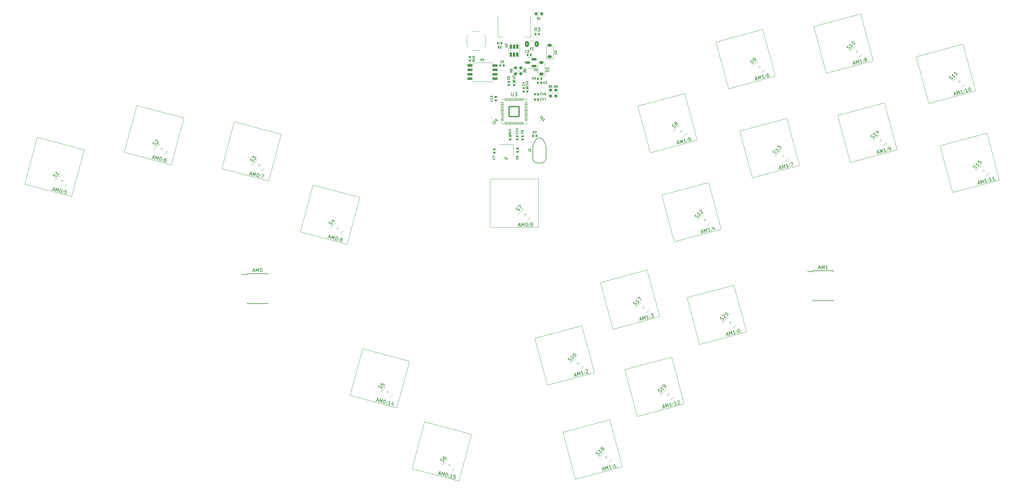
<source format=gto>
G04 #@! TF.GenerationSoftware,KiCad,Pcbnew,(7.0.0)*
G04 #@! TF.CreationDate,2023-03-26T02:59:07-07:00*
G04 #@! TF.ProjectId,HallBox,48616c6c-426f-4782-9e6b-696361645f70,rev?*
G04 #@! TF.SameCoordinates,Original*
G04 #@! TF.FileFunction,Legend,Top*
G04 #@! TF.FilePolarity,Positive*
%FSLAX46Y46*%
G04 Gerber Fmt 4.6, Leading zero omitted, Abs format (unit mm)*
G04 Created by KiCad (PCBNEW (7.0.0)) date 2023-03-26 02:59:07*
%MOMM*%
%LPD*%
G01*
G04 APERTURE LIST*
G04 Aperture macros list*
%AMRoundRect*
0 Rectangle with rounded corners*
0 $1 Rounding radius*
0 $2 $3 $4 $5 $6 $7 $8 $9 X,Y pos of 4 corners*
0 Add a 4 corners polygon primitive as box body*
4,1,4,$2,$3,$4,$5,$6,$7,$8,$9,$2,$3,0*
0 Add four circle primitives for the rounded corners*
1,1,$1+$1,$2,$3*
1,1,$1+$1,$4,$5*
1,1,$1+$1,$6,$7*
1,1,$1+$1,$8,$9*
0 Add four rect primitives between the rounded corners*
20,1,$1+$1,$2,$3,$4,$5,0*
20,1,$1+$1,$4,$5,$6,$7,0*
20,1,$1+$1,$6,$7,$8,$9,0*
20,1,$1+$1,$8,$9,$2,$3,0*%
G04 Aperture macros list end*
%ADD10C,0.150000*%
%ADD11C,0.200000*%
%ADD12C,0.120000*%
%ADD13C,0.125000*%
%ADD14R,1.750000X0.450000*%
%ADD15RoundRect,0.135000X0.135000X0.185000X-0.135000X0.185000X-0.135000X-0.185000X0.135000X-0.185000X0*%
%ADD16RoundRect,0.200000X-0.275000X0.200000X-0.275000X-0.200000X0.275000X-0.200000X0.275000X0.200000X0*%
%ADD17RoundRect,0.200000X0.275000X-0.200000X0.275000X0.200000X-0.275000X0.200000X-0.275000X-0.200000X0*%
%ADD18RoundRect,0.135000X-0.185000X0.135000X-0.185000X-0.135000X0.185000X-0.135000X0.185000X0.135000X0*%
%ADD19RoundRect,0.140000X-0.219203X-0.021213X-0.021213X-0.219203X0.219203X0.021213X0.021213X0.219203X0*%
%ADD20RoundRect,0.225000X0.375000X-0.225000X0.375000X0.225000X-0.375000X0.225000X-0.375000X-0.225000X0*%
%ADD21RoundRect,0.150000X-0.309359X-0.521491X0.521491X0.309359X0.309359X0.521491X-0.521491X-0.309359X0*%
%ADD22RoundRect,0.140000X0.170000X-0.140000X0.170000X0.140000X-0.170000X0.140000X-0.170000X-0.140000X0*%
%ADD23C,0.787400*%
%ADD24C,0.990600*%
%ADD25RoundRect,0.200000X0.200000X0.275000X-0.200000X0.275000X-0.200000X-0.275000X0.200000X-0.275000X0*%
%ADD26C,3.800000*%
%ADD27RoundRect,0.150000X0.587500X0.150000X-0.587500X0.150000X-0.587500X-0.150000X0.587500X-0.150000X0*%
%ADD28RoundRect,0.140000X0.140000X0.170000X-0.140000X0.170000X-0.140000X-0.170000X0.140000X-0.170000X0*%
%ADD29RoundRect,0.140000X-0.140000X-0.170000X0.140000X-0.170000X0.140000X0.170000X-0.140000X0.170000X0*%
%ADD30R,1.100000X1.800000*%
%ADD31RoundRect,0.140000X-0.170000X0.140000X-0.170000X-0.140000X0.170000X-0.140000X0.170000X0.140000X0*%
%ADD32RoundRect,0.144000X-1.456000X-1.456000X1.456000X-1.456000X1.456000X1.456000X-1.456000X1.456000X0*%
%ADD33RoundRect,0.050000X-0.050000X-0.387500X0.050000X-0.387500X0.050000X0.387500X-0.050000X0.387500X0*%
%ADD34RoundRect,0.050000X-0.387500X-0.050000X0.387500X-0.050000X0.387500X0.050000X-0.387500X0.050000X0*%
%ADD35R,1.400000X1.200000*%
%ADD36O,0.800000X1.400000*%
%ADD37C,0.650000*%
%ADD38R,0.300000X0.900000*%
%ADD39R,0.300000X0.700000*%
%ADD40RoundRect,0.135000X0.185000X-0.135000X0.185000X0.135000X-0.185000X0.135000X-0.185000X-0.135000X0*%
%ADD41RoundRect,0.140000X-0.021213X0.219203X-0.219203X0.021213X0.021213X-0.219203X0.219203X-0.021213X0*%
%ADD42RoundRect,0.250000X-0.375000X-0.625000X0.375000X-0.625000X0.375000X0.625000X-0.375000X0.625000X0*%
%ADD43RoundRect,0.135000X-0.135000X-0.185000X0.135000X-0.185000X0.135000X0.185000X-0.135000X0.185000X0*%
%ADD44RoundRect,0.150000X-0.150000X0.512500X-0.150000X-0.512500X0.150000X-0.512500X0.150000X0.512500X0*%
%ADD45RoundRect,0.150000X-0.650000X-0.150000X0.650000X-0.150000X0.650000X0.150000X-0.650000X0.150000X0*%
G04 APERTURE END LIST*
D10*
X128944286Y-100651666D02*
X129420476Y-100651666D01*
X128849048Y-100937380D02*
X129182381Y-99937380D01*
X129182381Y-99937380D02*
X129515714Y-100937380D01*
X129849048Y-100937380D02*
X129849048Y-99937380D01*
X129849048Y-99937380D02*
X130182381Y-100651666D01*
X130182381Y-100651666D02*
X130515714Y-99937380D01*
X130515714Y-99937380D02*
X130515714Y-100937380D01*
X131182381Y-99937380D02*
X131277619Y-99937380D01*
X131277619Y-99937380D02*
X131372857Y-99985000D01*
X131372857Y-99985000D02*
X131420476Y-100032619D01*
X131420476Y-100032619D02*
X131468095Y-100127857D01*
X131468095Y-100127857D02*
X131515714Y-100318333D01*
X131515714Y-100318333D02*
X131515714Y-100556428D01*
X131515714Y-100556428D02*
X131468095Y-100746904D01*
X131468095Y-100746904D02*
X131420476Y-100842142D01*
X131420476Y-100842142D02*
X131372857Y-100889761D01*
X131372857Y-100889761D02*
X131277619Y-100937380D01*
X131277619Y-100937380D02*
X131182381Y-100937380D01*
X131182381Y-100937380D02*
X131087143Y-100889761D01*
X131087143Y-100889761D02*
X131039524Y-100842142D01*
X131039524Y-100842142D02*
X130991905Y-100746904D01*
X130991905Y-100746904D02*
X130944286Y-100556428D01*
X130944286Y-100556428D02*
X130944286Y-100318333D01*
X130944286Y-100318333D02*
X130991905Y-100127857D01*
X130991905Y-100127857D02*
X131039524Y-100032619D01*
X131039524Y-100032619D02*
X131087143Y-99985000D01*
X131087143Y-99985000D02*
X131182381Y-99937380D01*
X199847974Y-36457682D02*
X199647974Y-36171968D01*
X199505117Y-36457682D02*
X199505117Y-35857682D01*
X199505117Y-35857682D02*
X199733688Y-35857682D01*
X199733688Y-35857682D02*
X199790831Y-35886254D01*
X199790831Y-35886254D02*
X199819402Y-35914825D01*
X199819402Y-35914825D02*
X199847974Y-35971968D01*
X199847974Y-35971968D02*
X199847974Y-36057682D01*
X199847974Y-36057682D02*
X199819402Y-36114825D01*
X199819402Y-36114825D02*
X199790831Y-36143396D01*
X199790831Y-36143396D02*
X199733688Y-36171968D01*
X199733688Y-36171968D02*
X199505117Y-36171968D01*
X200076545Y-35914825D02*
X200105117Y-35886254D01*
X200105117Y-35886254D02*
X200162260Y-35857682D01*
X200162260Y-35857682D02*
X200305117Y-35857682D01*
X200305117Y-35857682D02*
X200362260Y-35886254D01*
X200362260Y-35886254D02*
X200390831Y-35914825D01*
X200390831Y-35914825D02*
X200419402Y-35971968D01*
X200419402Y-35971968D02*
X200419402Y-36029111D01*
X200419402Y-36029111D02*
X200390831Y-36114825D01*
X200390831Y-36114825D02*
X200047974Y-36457682D01*
X200047974Y-36457682D02*
X200419402Y-36457682D01*
X214457974Y-47837682D02*
X214257974Y-47551968D01*
X214115117Y-47837682D02*
X214115117Y-47237682D01*
X214115117Y-47237682D02*
X214343688Y-47237682D01*
X214343688Y-47237682D02*
X214400831Y-47266254D01*
X214400831Y-47266254D02*
X214429402Y-47294825D01*
X214429402Y-47294825D02*
X214457974Y-47351968D01*
X214457974Y-47351968D02*
X214457974Y-47437682D01*
X214457974Y-47437682D02*
X214429402Y-47494825D01*
X214429402Y-47494825D02*
X214400831Y-47523396D01*
X214400831Y-47523396D02*
X214343688Y-47551968D01*
X214343688Y-47551968D02*
X214115117Y-47551968D01*
X215000831Y-47237682D02*
X214715117Y-47237682D01*
X214715117Y-47237682D02*
X214686545Y-47523396D01*
X214686545Y-47523396D02*
X214715117Y-47494825D01*
X214715117Y-47494825D02*
X214772260Y-47466254D01*
X214772260Y-47466254D02*
X214915117Y-47466254D01*
X214915117Y-47466254D02*
X214972260Y-47494825D01*
X214972260Y-47494825D02*
X215000831Y-47523396D01*
X215000831Y-47523396D02*
X215029402Y-47580539D01*
X215029402Y-47580539D02*
X215029402Y-47723396D01*
X215029402Y-47723396D02*
X215000831Y-47780539D01*
X215000831Y-47780539D02*
X214972260Y-47809111D01*
X214972260Y-47809111D02*
X214915117Y-47837682D01*
X214915117Y-47837682D02*
X214772260Y-47837682D01*
X214772260Y-47837682D02*
X214715117Y-47809111D01*
X214715117Y-47809111D02*
X214686545Y-47780539D01*
X215997974Y-47837682D02*
X215797974Y-47551968D01*
X215655117Y-47837682D02*
X215655117Y-47237682D01*
X215655117Y-47237682D02*
X215883688Y-47237682D01*
X215883688Y-47237682D02*
X215940831Y-47266254D01*
X215940831Y-47266254D02*
X215969402Y-47294825D01*
X215969402Y-47294825D02*
X215997974Y-47351968D01*
X215997974Y-47351968D02*
X215997974Y-47437682D01*
X215997974Y-47437682D02*
X215969402Y-47494825D01*
X215969402Y-47494825D02*
X215940831Y-47523396D01*
X215940831Y-47523396D02*
X215883688Y-47551968D01*
X215883688Y-47551968D02*
X215655117Y-47551968D01*
X216512260Y-47237682D02*
X216397974Y-47237682D01*
X216397974Y-47237682D02*
X216340831Y-47266254D01*
X216340831Y-47266254D02*
X216312260Y-47294825D01*
X216312260Y-47294825D02*
X216255117Y-47380539D01*
X216255117Y-47380539D02*
X216226545Y-47494825D01*
X216226545Y-47494825D02*
X216226545Y-47723396D01*
X216226545Y-47723396D02*
X216255117Y-47780539D01*
X216255117Y-47780539D02*
X216283688Y-47809111D01*
X216283688Y-47809111D02*
X216340831Y-47837682D01*
X216340831Y-47837682D02*
X216455117Y-47837682D01*
X216455117Y-47837682D02*
X216512260Y-47809111D01*
X216512260Y-47809111D02*
X216540831Y-47780539D01*
X216540831Y-47780539D02*
X216569402Y-47723396D01*
X216569402Y-47723396D02*
X216569402Y-47580539D01*
X216569402Y-47580539D02*
X216540831Y-47523396D01*
X216540831Y-47523396D02*
X216512260Y-47494825D01*
X216512260Y-47494825D02*
X216455117Y-47466254D01*
X216455117Y-47466254D02*
X216340831Y-47466254D01*
X216340831Y-47466254D02*
X216283688Y-47494825D01*
X216283688Y-47494825D02*
X216255117Y-47523396D01*
X216255117Y-47523396D02*
X216226545Y-47580539D01*
X203608402Y-43077253D02*
X203322688Y-43277253D01*
X203608402Y-43420110D02*
X203008402Y-43420110D01*
X203008402Y-43420110D02*
X203008402Y-43191539D01*
X203008402Y-43191539D02*
X203036974Y-43134396D01*
X203036974Y-43134396D02*
X203065545Y-43105825D01*
X203065545Y-43105825D02*
X203122688Y-43077253D01*
X203122688Y-43077253D02*
X203208402Y-43077253D01*
X203208402Y-43077253D02*
X203265545Y-43105825D01*
X203265545Y-43105825D02*
X203294116Y-43134396D01*
X203294116Y-43134396D02*
X203322688Y-43191539D01*
X203322688Y-43191539D02*
X203322688Y-43420110D01*
X203265545Y-42734396D02*
X203236974Y-42791539D01*
X203236974Y-42791539D02*
X203208402Y-42820110D01*
X203208402Y-42820110D02*
X203151259Y-42848682D01*
X203151259Y-42848682D02*
X203122688Y-42848682D01*
X203122688Y-42848682D02*
X203065545Y-42820110D01*
X203065545Y-42820110D02*
X203036974Y-42791539D01*
X203036974Y-42791539D02*
X203008402Y-42734396D01*
X203008402Y-42734396D02*
X203008402Y-42620110D01*
X203008402Y-42620110D02*
X203036974Y-42562968D01*
X203036974Y-42562968D02*
X203065545Y-42534396D01*
X203065545Y-42534396D02*
X203122688Y-42505825D01*
X203122688Y-42505825D02*
X203151259Y-42505825D01*
X203151259Y-42505825D02*
X203208402Y-42534396D01*
X203208402Y-42534396D02*
X203236974Y-42562968D01*
X203236974Y-42562968D02*
X203265545Y-42620110D01*
X203265545Y-42620110D02*
X203265545Y-42734396D01*
X203265545Y-42734396D02*
X203294116Y-42791539D01*
X203294116Y-42791539D02*
X203322688Y-42820110D01*
X203322688Y-42820110D02*
X203379831Y-42848682D01*
X203379831Y-42848682D02*
X203494116Y-42848682D01*
X203494116Y-42848682D02*
X203551259Y-42820110D01*
X203551259Y-42820110D02*
X203579831Y-42791539D01*
X203579831Y-42791539D02*
X203608402Y-42734396D01*
X203608402Y-42734396D02*
X203608402Y-42620110D01*
X203608402Y-42620110D02*
X203579831Y-42562968D01*
X203579831Y-42562968D02*
X203551259Y-42534396D01*
X203551259Y-42534396D02*
X203494116Y-42505825D01*
X203494116Y-42505825D02*
X203379831Y-42505825D01*
X203379831Y-42505825D02*
X203322688Y-42534396D01*
X203322688Y-42534396D02*
X203294116Y-42562968D01*
X203294116Y-42562968D02*
X203265545Y-42620110D01*
X192758402Y-39942968D02*
X192472688Y-40142968D01*
X192758402Y-40285825D02*
X192158402Y-40285825D01*
X192158402Y-40285825D02*
X192158402Y-40057254D01*
X192158402Y-40057254D02*
X192186974Y-40000111D01*
X192186974Y-40000111D02*
X192215545Y-39971540D01*
X192215545Y-39971540D02*
X192272688Y-39942968D01*
X192272688Y-39942968D02*
X192358402Y-39942968D01*
X192358402Y-39942968D02*
X192415545Y-39971540D01*
X192415545Y-39971540D02*
X192444116Y-40000111D01*
X192444116Y-40000111D02*
X192472688Y-40057254D01*
X192472688Y-40057254D02*
X192472688Y-40285825D01*
X192758402Y-39371540D02*
X192758402Y-39714397D01*
X192758402Y-39542968D02*
X192158402Y-39542968D01*
X192158402Y-39542968D02*
X192244116Y-39600111D01*
X192244116Y-39600111D02*
X192301259Y-39657254D01*
X192301259Y-39657254D02*
X192329831Y-39714397D01*
X192158402Y-39000111D02*
X192158402Y-38942968D01*
X192158402Y-38942968D02*
X192186974Y-38885825D01*
X192186974Y-38885825D02*
X192215545Y-38857254D01*
X192215545Y-38857254D02*
X192272688Y-38828682D01*
X192272688Y-38828682D02*
X192386974Y-38800111D01*
X192386974Y-38800111D02*
X192529831Y-38800111D01*
X192529831Y-38800111D02*
X192644116Y-38828682D01*
X192644116Y-38828682D02*
X192701259Y-38857254D01*
X192701259Y-38857254D02*
X192729831Y-38885825D01*
X192729831Y-38885825D02*
X192758402Y-38942968D01*
X192758402Y-38942968D02*
X192758402Y-39000111D01*
X192758402Y-39000111D02*
X192729831Y-39057254D01*
X192729831Y-39057254D02*
X192701259Y-39085825D01*
X192701259Y-39085825D02*
X192644116Y-39114396D01*
X192644116Y-39114396D02*
X192529831Y-39142968D01*
X192529831Y-39142968D02*
X192386974Y-39142968D01*
X192386974Y-39142968D02*
X192272688Y-39114396D01*
X192272688Y-39114396D02*
X192215545Y-39085825D01*
X192215545Y-39085825D02*
X192186974Y-39057254D01*
X192186974Y-39057254D02*
X192158402Y-39000111D01*
X211836016Y-56675621D02*
X211795609Y-56675621D01*
X211795609Y-56675621D02*
X211714797Y-56635215D01*
X211714797Y-56635215D02*
X211674391Y-56594809D01*
X211674391Y-56594809D02*
X211633985Y-56513997D01*
X211633985Y-56513997D02*
X211633985Y-56433185D01*
X211633985Y-56433185D02*
X211654188Y-56372576D01*
X211654188Y-56372576D02*
X211714797Y-56271560D01*
X211714797Y-56271560D02*
X211775406Y-56210951D01*
X211775406Y-56210951D02*
X211876422Y-56150342D01*
X211876422Y-56150342D02*
X211937031Y-56130139D01*
X211937031Y-56130139D02*
X212017843Y-56130139D01*
X212017843Y-56130139D02*
X212098655Y-56170545D01*
X212098655Y-56170545D02*
X212139061Y-56210951D01*
X212139061Y-56210951D02*
X212179467Y-56291763D01*
X212179467Y-56291763D02*
X212179467Y-56332170D01*
X212199670Y-57120089D02*
X211957234Y-56877652D01*
X212078452Y-56998870D02*
X212502716Y-56574606D01*
X212502716Y-56574606D02*
X212401701Y-56594809D01*
X212401701Y-56594809D02*
X212320889Y-56594809D01*
X212320889Y-56594809D02*
X212260280Y-56574606D01*
X212603732Y-57524150D02*
X212361295Y-57281713D01*
X212482514Y-57402932D02*
X212906778Y-56978668D01*
X212906778Y-56978668D02*
X212805762Y-56998871D01*
X212805762Y-56998871D02*
X212724950Y-56998871D01*
X212724950Y-56998871D02*
X212664341Y-56978668D01*
X214061878Y-43237729D02*
X213261878Y-43237729D01*
X213261878Y-43237729D02*
X213261878Y-43047253D01*
X213261878Y-43047253D02*
X213299974Y-42932967D01*
X213299974Y-42932967D02*
X213376164Y-42856777D01*
X213376164Y-42856777D02*
X213452354Y-42818682D01*
X213452354Y-42818682D02*
X213604735Y-42780586D01*
X213604735Y-42780586D02*
X213719021Y-42780586D01*
X213719021Y-42780586D02*
X213871402Y-42818682D01*
X213871402Y-42818682D02*
X213947593Y-42856777D01*
X213947593Y-42856777D02*
X214023783Y-42932967D01*
X214023783Y-42932967D02*
X214061878Y-43047253D01*
X214061878Y-43047253D02*
X214061878Y-43237729D01*
X214061878Y-42018682D02*
X214061878Y-42475825D01*
X214061878Y-42247253D02*
X213261878Y-42247253D01*
X213261878Y-42247253D02*
X213376164Y-42323444D01*
X213376164Y-42323444D02*
X213452354Y-42399634D01*
X213452354Y-42399634D02*
X213490450Y-42475825D01*
X291794286Y-99831666D02*
X292270476Y-99831666D01*
X291699048Y-100117380D02*
X292032381Y-99117380D01*
X292032381Y-99117380D02*
X292365714Y-100117380D01*
X292699048Y-100117380D02*
X292699048Y-99117380D01*
X292699048Y-99117380D02*
X293032381Y-99831666D01*
X293032381Y-99831666D02*
X293365714Y-99117380D01*
X293365714Y-99117380D02*
X293365714Y-100117380D01*
X294365714Y-100117380D02*
X293794286Y-100117380D01*
X294080000Y-100117380D02*
X294080000Y-99117380D01*
X294080000Y-99117380D02*
X293984762Y-99260238D01*
X293984762Y-99260238D02*
X293889524Y-99355476D01*
X293889524Y-99355476D02*
X293794286Y-99403095D01*
D11*
X221501556Y-130878443D02*
X221961521Y-130755196D01*
X221483511Y-131179072D02*
X221546668Y-130126873D01*
X221546668Y-130126873D02*
X222127462Y-131006526D01*
X222449437Y-130920253D02*
X222190618Y-129954327D01*
X222190618Y-129954327D02*
X222697464Y-130558001D01*
X222697464Y-130558001D02*
X222834569Y-129781781D01*
X222834569Y-129781781D02*
X223093388Y-130747707D01*
X224059313Y-130488888D02*
X223507356Y-130636784D01*
X223783335Y-130562836D02*
X223524516Y-129596910D01*
X223524516Y-129596910D02*
X223469497Y-129759549D01*
X223469497Y-129759549D02*
X223402153Y-129876191D01*
X223402153Y-129876191D02*
X223322485Y-129946837D01*
X224448632Y-130285972D02*
X224506953Y-130319644D01*
X224506953Y-130319644D02*
X224473282Y-130377965D01*
X224473282Y-130377965D02*
X224414961Y-130344293D01*
X224414961Y-130344293D02*
X224448632Y-130285972D01*
X224448632Y-130285972D02*
X224473282Y-130377965D01*
X224313060Y-129780011D02*
X224371382Y-129813683D01*
X224371382Y-129813683D02*
X224337710Y-129872004D01*
X224337710Y-129872004D02*
X224279389Y-129838332D01*
X224279389Y-129838332D02*
X224313060Y-129780011D01*
X224313060Y-129780011D02*
X224337710Y-129872004D01*
X224653080Y-129393110D02*
X224686752Y-129334789D01*
X224686752Y-129334789D02*
X224766420Y-129264143D01*
X224766420Y-129264143D02*
X224996402Y-129202519D01*
X224996402Y-129202519D02*
X225100720Y-129223866D01*
X225100720Y-129223866D02*
X225159041Y-129257538D01*
X225159041Y-129257538D02*
X225229687Y-129337206D01*
X225229687Y-129337206D02*
X225254336Y-129429199D01*
X225254336Y-129429199D02*
X225245314Y-129579513D01*
X225245314Y-129579513D02*
X224841253Y-130279368D01*
X224841253Y-130279368D02*
X225439207Y-130119146D01*
D10*
X239058248Y-110653354D02*
X239192935Y-110586010D01*
X239192935Y-110586010D02*
X239361294Y-110417651D01*
X239361294Y-110417651D02*
X239394966Y-110316636D01*
X239394966Y-110316636D02*
X239394966Y-110249293D01*
X239394966Y-110249293D02*
X239361294Y-110148277D01*
X239361294Y-110148277D02*
X239293950Y-110080934D01*
X239293950Y-110080934D02*
X239192935Y-110047262D01*
X239192935Y-110047262D02*
X239125592Y-110047262D01*
X239125592Y-110047262D02*
X239024576Y-110080934D01*
X239024576Y-110080934D02*
X238856218Y-110181949D01*
X238856218Y-110181949D02*
X238755202Y-110215621D01*
X238755202Y-110215621D02*
X238687859Y-110215621D01*
X238687859Y-110215621D02*
X238586844Y-110181949D01*
X238586844Y-110181949D02*
X238519500Y-110114606D01*
X238519500Y-110114606D02*
X238485828Y-110013590D01*
X238485828Y-110013590D02*
X238485828Y-109946247D01*
X238485828Y-109946247D02*
X238519500Y-109845232D01*
X238519500Y-109845232D02*
X238687859Y-109676873D01*
X238687859Y-109676873D02*
X238822546Y-109609529D01*
X240169416Y-109609529D02*
X239765355Y-110013590D01*
X239967385Y-109811560D02*
X239260279Y-109104453D01*
X239260279Y-109104453D02*
X239293950Y-109272812D01*
X239293950Y-109272812D02*
X239293950Y-109407499D01*
X239293950Y-109407499D02*
X239260279Y-109508514D01*
X239698011Y-108666720D02*
X240169416Y-108195316D01*
X240169416Y-108195316D02*
X240573477Y-109205468D01*
X197866009Y-51418986D02*
X197894581Y-51447558D01*
X197894581Y-51447558D02*
X197923152Y-51533272D01*
X197923152Y-51533272D02*
X197923152Y-51590415D01*
X197923152Y-51590415D02*
X197894581Y-51676129D01*
X197894581Y-51676129D02*
X197837438Y-51733272D01*
X197837438Y-51733272D02*
X197780295Y-51761843D01*
X197780295Y-51761843D02*
X197666009Y-51790415D01*
X197666009Y-51790415D02*
X197580295Y-51790415D01*
X197580295Y-51790415D02*
X197466009Y-51761843D01*
X197466009Y-51761843D02*
X197408866Y-51733272D01*
X197408866Y-51733272D02*
X197351724Y-51676129D01*
X197351724Y-51676129D02*
X197323152Y-51590415D01*
X197323152Y-51590415D02*
X197323152Y-51533272D01*
X197323152Y-51533272D02*
X197351724Y-51447558D01*
X197351724Y-51447558D02*
X197380295Y-51418986D01*
X197923152Y-50847558D02*
X197923152Y-51190415D01*
X197923152Y-51018986D02*
X197323152Y-51018986D01*
X197323152Y-51018986D02*
X197408866Y-51076129D01*
X197408866Y-51076129D02*
X197466009Y-51133272D01*
X197466009Y-51133272D02*
X197494581Y-51190415D01*
X197323152Y-50647557D02*
X197323152Y-50276129D01*
X197323152Y-50276129D02*
X197551724Y-50476129D01*
X197551724Y-50476129D02*
X197551724Y-50390414D01*
X197551724Y-50390414D02*
X197580295Y-50333272D01*
X197580295Y-50333272D02*
X197608866Y-50304700D01*
X197608866Y-50304700D02*
X197666009Y-50276129D01*
X197666009Y-50276129D02*
X197808866Y-50276129D01*
X197808866Y-50276129D02*
X197866009Y-50304700D01*
X197866009Y-50304700D02*
X197894581Y-50333272D01*
X197894581Y-50333272D02*
X197923152Y-50390414D01*
X197923152Y-50390414D02*
X197923152Y-50561843D01*
X197923152Y-50561843D02*
X197894581Y-50618986D01*
X197894581Y-50618986D02*
X197866009Y-50647557D01*
X208288402Y-66157254D02*
X208716974Y-66157254D01*
X208716974Y-66157254D02*
X208802688Y-66185825D01*
X208802688Y-66185825D02*
X208859831Y-66242968D01*
X208859831Y-66242968D02*
X208888402Y-66328682D01*
X208888402Y-66328682D02*
X208888402Y-66385825D01*
X208345545Y-65900111D02*
X208316974Y-65871539D01*
X208316974Y-65871539D02*
X208288402Y-65814397D01*
X208288402Y-65814397D02*
X208288402Y-65671539D01*
X208288402Y-65671539D02*
X208316974Y-65614397D01*
X208316974Y-65614397D02*
X208345545Y-65585825D01*
X208345545Y-65585825D02*
X208402688Y-65557254D01*
X208402688Y-65557254D02*
X208459831Y-65557254D01*
X208459831Y-65557254D02*
X208545545Y-65585825D01*
X208545545Y-65585825D02*
X208888402Y-65928682D01*
X208888402Y-65928682D02*
X208888402Y-65557254D01*
X204261259Y-45522968D02*
X204289831Y-45551540D01*
X204289831Y-45551540D02*
X204318402Y-45637254D01*
X204318402Y-45637254D02*
X204318402Y-45694397D01*
X204318402Y-45694397D02*
X204289831Y-45780111D01*
X204289831Y-45780111D02*
X204232688Y-45837254D01*
X204232688Y-45837254D02*
X204175545Y-45865825D01*
X204175545Y-45865825D02*
X204061259Y-45894397D01*
X204061259Y-45894397D02*
X203975545Y-45894397D01*
X203975545Y-45894397D02*
X203861259Y-45865825D01*
X203861259Y-45865825D02*
X203804116Y-45837254D01*
X203804116Y-45837254D02*
X203746974Y-45780111D01*
X203746974Y-45780111D02*
X203718402Y-45694397D01*
X203718402Y-45694397D02*
X203718402Y-45637254D01*
X203718402Y-45637254D02*
X203746974Y-45551540D01*
X203746974Y-45551540D02*
X203775545Y-45522968D01*
X204318402Y-44951540D02*
X204318402Y-45294397D01*
X204318402Y-45122968D02*
X203718402Y-45122968D01*
X203718402Y-45122968D02*
X203804116Y-45180111D01*
X203804116Y-45180111D02*
X203861259Y-45237254D01*
X203861259Y-45237254D02*
X203889831Y-45294397D01*
X203718402Y-44580111D02*
X203718402Y-44522968D01*
X203718402Y-44522968D02*
X203746974Y-44465825D01*
X203746974Y-44465825D02*
X203775545Y-44437254D01*
X203775545Y-44437254D02*
X203832688Y-44408682D01*
X203832688Y-44408682D02*
X203946974Y-44380111D01*
X203946974Y-44380111D02*
X204089831Y-44380111D01*
X204089831Y-44380111D02*
X204204116Y-44408682D01*
X204204116Y-44408682D02*
X204261259Y-44437254D01*
X204261259Y-44437254D02*
X204289831Y-44465825D01*
X204289831Y-44465825D02*
X204318402Y-44522968D01*
X204318402Y-44522968D02*
X204318402Y-44580111D01*
X204318402Y-44580111D02*
X204289831Y-44637254D01*
X204289831Y-44637254D02*
X204261259Y-44665825D01*
X204261259Y-44665825D02*
X204204116Y-44694396D01*
X204204116Y-44694396D02*
X204089831Y-44722968D01*
X204089831Y-44722968D02*
X203946974Y-44722968D01*
X203946974Y-44722968D02*
X203832688Y-44694396D01*
X203832688Y-44694396D02*
X203775545Y-44665825D01*
X203775545Y-44665825D02*
X203746974Y-44637254D01*
X203746974Y-44637254D02*
X203718402Y-44580111D01*
X300518248Y-36843354D02*
X300652935Y-36776010D01*
X300652935Y-36776010D02*
X300821294Y-36607651D01*
X300821294Y-36607651D02*
X300854966Y-36506636D01*
X300854966Y-36506636D02*
X300854966Y-36439293D01*
X300854966Y-36439293D02*
X300821294Y-36338277D01*
X300821294Y-36338277D02*
X300753950Y-36270934D01*
X300753950Y-36270934D02*
X300652935Y-36237262D01*
X300652935Y-36237262D02*
X300585592Y-36237262D01*
X300585592Y-36237262D02*
X300484576Y-36270934D01*
X300484576Y-36270934D02*
X300316218Y-36371949D01*
X300316218Y-36371949D02*
X300215202Y-36405621D01*
X300215202Y-36405621D02*
X300147859Y-36405621D01*
X300147859Y-36405621D02*
X300046844Y-36371949D01*
X300046844Y-36371949D02*
X299979500Y-36304606D01*
X299979500Y-36304606D02*
X299945828Y-36203590D01*
X299945828Y-36203590D02*
X299945828Y-36136247D01*
X299945828Y-36136247D02*
X299979500Y-36035232D01*
X299979500Y-36035232D02*
X300147859Y-35866873D01*
X300147859Y-35866873D02*
X300282546Y-35799529D01*
X301629416Y-35799529D02*
X301225355Y-36203590D01*
X301427385Y-36001560D02*
X300720279Y-35294453D01*
X300720279Y-35294453D02*
X300753950Y-35462812D01*
X300753950Y-35462812D02*
X300753950Y-35597499D01*
X300753950Y-35597499D02*
X300720279Y-35698514D01*
X301360042Y-34654690D02*
X301427385Y-34587346D01*
X301427385Y-34587346D02*
X301528401Y-34553674D01*
X301528401Y-34553674D02*
X301595744Y-34553674D01*
X301595744Y-34553674D02*
X301696759Y-34587346D01*
X301696759Y-34587346D02*
X301865118Y-34688361D01*
X301865118Y-34688361D02*
X302033477Y-34856720D01*
X302033477Y-34856720D02*
X302134492Y-35025079D01*
X302134492Y-35025079D02*
X302168164Y-35126094D01*
X302168164Y-35126094D02*
X302168164Y-35193438D01*
X302168164Y-35193438D02*
X302134492Y-35294453D01*
X302134492Y-35294453D02*
X302067149Y-35361796D01*
X302067149Y-35361796D02*
X301966133Y-35395468D01*
X301966133Y-35395468D02*
X301898790Y-35395468D01*
X301898790Y-35395468D02*
X301797775Y-35361796D01*
X301797775Y-35361796D02*
X301629416Y-35260781D01*
X301629416Y-35260781D02*
X301461057Y-35092422D01*
X301461057Y-35092422D02*
X301360042Y-34924064D01*
X301360042Y-34924064D02*
X301326370Y-34823048D01*
X301326370Y-34823048D02*
X301326370Y-34755705D01*
X301326370Y-34755705D02*
X301360042Y-34654690D01*
X211112974Y-28207682D02*
X210912974Y-27921968D01*
X210770117Y-28207682D02*
X210770117Y-27607682D01*
X210770117Y-27607682D02*
X210998688Y-27607682D01*
X210998688Y-27607682D02*
X211055831Y-27636254D01*
X211055831Y-27636254D02*
X211084402Y-27664825D01*
X211084402Y-27664825D02*
X211112974Y-27721968D01*
X211112974Y-27721968D02*
X211112974Y-27807682D01*
X211112974Y-27807682D02*
X211084402Y-27864825D01*
X211084402Y-27864825D02*
X211055831Y-27893396D01*
X211055831Y-27893396D02*
X210998688Y-27921968D01*
X210998688Y-27921968D02*
X210770117Y-27921968D01*
X211684402Y-28207682D02*
X211341545Y-28207682D01*
X211512974Y-28207682D02*
X211512974Y-27607682D01*
X211512974Y-27607682D02*
X211455831Y-27693396D01*
X211455831Y-27693396D02*
X211398688Y-27750539D01*
X211398688Y-27750539D02*
X211341545Y-27779111D01*
D11*
X308677041Y-66643550D02*
X309137006Y-66520303D01*
X308658996Y-66944179D02*
X308722153Y-65891980D01*
X308722153Y-65891980D02*
X309302947Y-66771633D01*
X309624922Y-66685360D02*
X309366103Y-65719434D01*
X309366103Y-65719434D02*
X309872949Y-66323108D01*
X309872949Y-66323108D02*
X310010054Y-65546888D01*
X310010054Y-65546888D02*
X310268873Y-66512814D01*
X311234798Y-66253995D02*
X310682841Y-66401891D01*
X310958820Y-66327943D02*
X310700001Y-65362017D01*
X310700001Y-65362017D02*
X310644982Y-65524656D01*
X310644982Y-65524656D02*
X310577638Y-65641298D01*
X310577638Y-65641298D02*
X310497970Y-65711944D01*
X311624117Y-66051079D02*
X311682438Y-66084751D01*
X311682438Y-66084751D02*
X311648767Y-66143072D01*
X311648767Y-66143072D02*
X311590446Y-66109400D01*
X311590446Y-66109400D02*
X311624117Y-66051079D01*
X311624117Y-66051079D02*
X311648767Y-66143072D01*
X311488545Y-65545118D02*
X311546867Y-65578790D01*
X311546867Y-65578790D02*
X311513195Y-65637111D01*
X311513195Y-65637111D02*
X311454874Y-65603439D01*
X311454874Y-65603439D02*
X311488545Y-65545118D01*
X311488545Y-65545118D02*
X311513195Y-65637111D01*
X312154727Y-66007500D02*
X312338713Y-65958202D01*
X312338713Y-65958202D02*
X312418382Y-65887556D01*
X312418382Y-65887556D02*
X312452053Y-65829234D01*
X312452053Y-65829234D02*
X312507072Y-65666596D01*
X312507072Y-65666596D02*
X312503770Y-65470285D01*
X312503770Y-65470285D02*
X312405172Y-65102313D01*
X312405172Y-65102313D02*
X312334526Y-65022645D01*
X312334526Y-65022645D02*
X312276205Y-64988973D01*
X312276205Y-64988973D02*
X312171887Y-64967626D01*
X312171887Y-64967626D02*
X311987901Y-65016925D01*
X311987901Y-65016925D02*
X311908233Y-65087571D01*
X311908233Y-65087571D02*
X311874561Y-65145892D01*
X311874561Y-65145892D02*
X311853214Y-65250210D01*
X311853214Y-65250210D02*
X311914838Y-65480192D01*
X311914838Y-65480192D02*
X311985484Y-65559860D01*
X311985484Y-65559860D02*
X312043805Y-65593532D01*
X312043805Y-65593532D02*
X312148123Y-65614879D01*
X312148123Y-65614879D02*
X312332109Y-65565580D01*
X312332109Y-65565580D02*
X312411777Y-65494934D01*
X312411777Y-65494934D02*
X312445448Y-65436613D01*
X312445448Y-65436613D02*
X312466796Y-65332296D01*
D10*
X208031259Y-47202968D02*
X208059831Y-47231540D01*
X208059831Y-47231540D02*
X208088402Y-47317254D01*
X208088402Y-47317254D02*
X208088402Y-47374397D01*
X208088402Y-47374397D02*
X208059831Y-47460111D01*
X208059831Y-47460111D02*
X208002688Y-47517254D01*
X208002688Y-47517254D02*
X207945545Y-47545825D01*
X207945545Y-47545825D02*
X207831259Y-47574397D01*
X207831259Y-47574397D02*
X207745545Y-47574397D01*
X207745545Y-47574397D02*
X207631259Y-47545825D01*
X207631259Y-47545825D02*
X207574116Y-47517254D01*
X207574116Y-47517254D02*
X207516974Y-47460111D01*
X207516974Y-47460111D02*
X207488402Y-47374397D01*
X207488402Y-47374397D02*
X207488402Y-47317254D01*
X207488402Y-47317254D02*
X207516974Y-47231540D01*
X207516974Y-47231540D02*
X207545545Y-47202968D01*
X208088402Y-46631540D02*
X208088402Y-46974397D01*
X208088402Y-46802968D02*
X207488402Y-46802968D01*
X207488402Y-46802968D02*
X207574116Y-46860111D01*
X207574116Y-46860111D02*
X207631259Y-46917254D01*
X207631259Y-46917254D02*
X207659831Y-46974397D01*
X207545545Y-46402968D02*
X207516974Y-46374396D01*
X207516974Y-46374396D02*
X207488402Y-46317254D01*
X207488402Y-46317254D02*
X207488402Y-46174396D01*
X207488402Y-46174396D02*
X207516974Y-46117254D01*
X207516974Y-46117254D02*
X207545545Y-46088682D01*
X207545545Y-46088682D02*
X207602688Y-46060111D01*
X207602688Y-46060111D02*
X207659831Y-46060111D01*
X207659831Y-46060111D02*
X207745545Y-46088682D01*
X207745545Y-46088682D02*
X208088402Y-46431539D01*
X208088402Y-46431539D02*
X208088402Y-46060111D01*
X220248248Y-126753354D02*
X220382935Y-126686010D01*
X220382935Y-126686010D02*
X220551294Y-126517651D01*
X220551294Y-126517651D02*
X220584966Y-126416636D01*
X220584966Y-126416636D02*
X220584966Y-126349293D01*
X220584966Y-126349293D02*
X220551294Y-126248277D01*
X220551294Y-126248277D02*
X220483950Y-126180934D01*
X220483950Y-126180934D02*
X220382935Y-126147262D01*
X220382935Y-126147262D02*
X220315592Y-126147262D01*
X220315592Y-126147262D02*
X220214576Y-126180934D01*
X220214576Y-126180934D02*
X220046218Y-126281949D01*
X220046218Y-126281949D02*
X219945202Y-126315621D01*
X219945202Y-126315621D02*
X219877859Y-126315621D01*
X219877859Y-126315621D02*
X219776844Y-126281949D01*
X219776844Y-126281949D02*
X219709500Y-126214606D01*
X219709500Y-126214606D02*
X219675828Y-126113590D01*
X219675828Y-126113590D02*
X219675828Y-126046247D01*
X219675828Y-126046247D02*
X219709500Y-125945232D01*
X219709500Y-125945232D02*
X219877859Y-125776873D01*
X219877859Y-125776873D02*
X220012546Y-125709529D01*
X221359416Y-125709529D02*
X220955355Y-126113590D01*
X221157385Y-125911560D02*
X220450279Y-125204453D01*
X220450279Y-125204453D02*
X220483950Y-125372812D01*
X220483950Y-125372812D02*
X220483950Y-125507499D01*
X220483950Y-125507499D02*
X220450279Y-125608514D01*
X221258401Y-124396331D02*
X221123714Y-124531018D01*
X221123714Y-124531018D02*
X221090042Y-124632033D01*
X221090042Y-124632033D02*
X221090042Y-124699377D01*
X221090042Y-124699377D02*
X221123714Y-124867735D01*
X221123714Y-124867735D02*
X221224729Y-125036094D01*
X221224729Y-125036094D02*
X221494103Y-125305468D01*
X221494103Y-125305468D02*
X221595118Y-125339140D01*
X221595118Y-125339140D02*
X221662462Y-125339140D01*
X221662462Y-125339140D02*
X221763477Y-125305468D01*
X221763477Y-125305468D02*
X221898164Y-125170781D01*
X221898164Y-125170781D02*
X221931836Y-125069766D01*
X221931836Y-125069766D02*
X221931836Y-125002422D01*
X221931836Y-125002422D02*
X221898164Y-124901407D01*
X221898164Y-124901407D02*
X221729805Y-124733048D01*
X221729805Y-124733048D02*
X221628790Y-124699377D01*
X221628790Y-124699377D02*
X221561446Y-124699377D01*
X221561446Y-124699377D02*
X221460431Y-124733048D01*
X221460431Y-124733048D02*
X221325744Y-124867735D01*
X221325744Y-124867735D02*
X221292072Y-124968751D01*
X221292072Y-124968751D02*
X221292072Y-125036094D01*
X221292072Y-125036094D02*
X221325744Y-125137109D01*
X228308248Y-153873354D02*
X228442935Y-153806010D01*
X228442935Y-153806010D02*
X228611294Y-153637651D01*
X228611294Y-153637651D02*
X228644966Y-153536636D01*
X228644966Y-153536636D02*
X228644966Y-153469293D01*
X228644966Y-153469293D02*
X228611294Y-153368277D01*
X228611294Y-153368277D02*
X228543950Y-153300934D01*
X228543950Y-153300934D02*
X228442935Y-153267262D01*
X228442935Y-153267262D02*
X228375592Y-153267262D01*
X228375592Y-153267262D02*
X228274576Y-153300934D01*
X228274576Y-153300934D02*
X228106218Y-153401949D01*
X228106218Y-153401949D02*
X228005202Y-153435621D01*
X228005202Y-153435621D02*
X227937859Y-153435621D01*
X227937859Y-153435621D02*
X227836844Y-153401949D01*
X227836844Y-153401949D02*
X227769500Y-153334606D01*
X227769500Y-153334606D02*
X227735828Y-153233590D01*
X227735828Y-153233590D02*
X227735828Y-153166247D01*
X227735828Y-153166247D02*
X227769500Y-153065232D01*
X227769500Y-153065232D02*
X227937859Y-152896873D01*
X227937859Y-152896873D02*
X228072546Y-152829529D01*
X229419416Y-152829529D02*
X229015355Y-153233590D01*
X229217385Y-153031560D02*
X228510279Y-152324453D01*
X228510279Y-152324453D02*
X228543950Y-152492812D01*
X228543950Y-152492812D02*
X228543950Y-152627499D01*
X228543950Y-152627499D02*
X228510279Y-152728514D01*
X229419416Y-152021407D02*
X229318401Y-152055079D01*
X229318401Y-152055079D02*
X229251057Y-152055079D01*
X229251057Y-152055079D02*
X229150042Y-152021407D01*
X229150042Y-152021407D02*
X229116370Y-151987735D01*
X229116370Y-151987735D02*
X229082698Y-151886720D01*
X229082698Y-151886720D02*
X229082698Y-151819377D01*
X229082698Y-151819377D02*
X229116370Y-151718361D01*
X229116370Y-151718361D02*
X229251057Y-151583674D01*
X229251057Y-151583674D02*
X229352072Y-151550003D01*
X229352072Y-151550003D02*
X229419416Y-151550003D01*
X229419416Y-151550003D02*
X229520431Y-151583674D01*
X229520431Y-151583674D02*
X229554103Y-151617346D01*
X229554103Y-151617346D02*
X229587775Y-151718361D01*
X229587775Y-151718361D02*
X229587775Y-151785705D01*
X229587775Y-151785705D02*
X229554103Y-151886720D01*
X229554103Y-151886720D02*
X229419416Y-152021407D01*
X229419416Y-152021407D02*
X229385744Y-152122422D01*
X229385744Y-152122422D02*
X229385744Y-152189766D01*
X229385744Y-152189766D02*
X229419416Y-152290781D01*
X229419416Y-152290781D02*
X229554103Y-152425468D01*
X229554103Y-152425468D02*
X229655118Y-152459140D01*
X229655118Y-152459140D02*
X229722462Y-152459140D01*
X229722462Y-152459140D02*
X229823477Y-152425468D01*
X229823477Y-152425468D02*
X229958164Y-152290781D01*
X229958164Y-152290781D02*
X229991836Y-152189766D01*
X229991836Y-152189766D02*
X229991836Y-152122422D01*
X229991836Y-152122422D02*
X229958164Y-152021407D01*
X229958164Y-152021407D02*
X229823477Y-151886720D01*
X229823477Y-151886720D02*
X229722462Y-151853048D01*
X229722462Y-151853048D02*
X229655118Y-151853048D01*
X229655118Y-151853048D02*
X229554103Y-151886720D01*
D11*
X128051422Y-72711473D02*
X128511387Y-72834721D01*
X127885481Y-72962803D02*
X128466275Y-72083150D01*
X128466275Y-72083150D02*
X128529431Y-73135349D01*
X128851407Y-73221622D02*
X129110226Y-72255696D01*
X129110226Y-72255696D02*
X129247330Y-73031916D01*
X129247330Y-73031916D02*
X129754176Y-72428242D01*
X129754176Y-72428242D02*
X129495357Y-73394168D01*
X130398127Y-72600788D02*
X130490120Y-72625437D01*
X130490120Y-72625437D02*
X130569788Y-72696083D01*
X130569788Y-72696083D02*
X130603460Y-72754405D01*
X130603460Y-72754405D02*
X130624807Y-72858722D01*
X130624807Y-72858722D02*
X130621504Y-73055033D01*
X130621504Y-73055033D02*
X130559881Y-73285015D01*
X130559881Y-73285015D02*
X130464586Y-73456676D01*
X130464586Y-73456676D02*
X130393940Y-73536345D01*
X130393940Y-73536345D02*
X130335618Y-73570016D01*
X130335618Y-73570016D02*
X130231301Y-73591363D01*
X130231301Y-73591363D02*
X130139308Y-73566714D01*
X130139308Y-73566714D02*
X130059640Y-73496068D01*
X130059640Y-73496068D02*
X130025968Y-73437747D01*
X130025968Y-73437747D02*
X130004621Y-73333429D01*
X130004621Y-73333429D02*
X130007923Y-73137119D01*
X130007923Y-73137119D02*
X130069547Y-72907136D01*
X130069547Y-72907136D02*
X130164842Y-72735475D01*
X130164842Y-72735475D02*
X130235488Y-72655807D01*
X130235488Y-72655807D02*
X130293809Y-72622135D01*
X130293809Y-72622135D02*
X130398127Y-72600788D01*
X130899901Y-73671916D02*
X130933573Y-73730238D01*
X130933573Y-73730238D02*
X130875251Y-73763909D01*
X130875251Y-73763909D02*
X130841580Y-73705588D01*
X130841580Y-73705588D02*
X130899901Y-73671916D01*
X130899901Y-73671916D02*
X130875251Y-73763909D01*
X131035473Y-73165955D02*
X131069144Y-73224276D01*
X131069144Y-73224276D02*
X131010823Y-73257948D01*
X131010823Y-73257948D02*
X130977151Y-73199627D01*
X130977151Y-73199627D02*
X131035473Y-73165955D01*
X131035473Y-73165955D02*
X131010823Y-73257948D01*
X131502042Y-72896581D02*
X132145992Y-73069127D01*
X132145992Y-73069127D02*
X131473205Y-73924131D01*
D10*
X202741259Y-45227253D02*
X202769831Y-45255825D01*
X202769831Y-45255825D02*
X202798402Y-45341539D01*
X202798402Y-45341539D02*
X202798402Y-45398682D01*
X202798402Y-45398682D02*
X202769831Y-45484396D01*
X202769831Y-45484396D02*
X202712688Y-45541539D01*
X202712688Y-45541539D02*
X202655545Y-45570110D01*
X202655545Y-45570110D02*
X202541259Y-45598682D01*
X202541259Y-45598682D02*
X202455545Y-45598682D01*
X202455545Y-45598682D02*
X202341259Y-45570110D01*
X202341259Y-45570110D02*
X202284116Y-45541539D01*
X202284116Y-45541539D02*
X202226974Y-45484396D01*
X202226974Y-45484396D02*
X202198402Y-45398682D01*
X202198402Y-45398682D02*
X202198402Y-45341539D01*
X202198402Y-45341539D02*
X202226974Y-45255825D01*
X202226974Y-45255825D02*
X202255545Y-45227253D01*
X202198402Y-44684396D02*
X202198402Y-44970110D01*
X202198402Y-44970110D02*
X202484116Y-44998682D01*
X202484116Y-44998682D02*
X202455545Y-44970110D01*
X202455545Y-44970110D02*
X202426974Y-44912968D01*
X202426974Y-44912968D02*
X202426974Y-44770110D01*
X202426974Y-44770110D02*
X202455545Y-44712968D01*
X202455545Y-44712968D02*
X202484116Y-44684396D01*
X202484116Y-44684396D02*
X202541259Y-44655825D01*
X202541259Y-44655825D02*
X202684116Y-44655825D01*
X202684116Y-44655825D02*
X202741259Y-44684396D01*
X202741259Y-44684396D02*
X202769831Y-44712968D01*
X202769831Y-44712968D02*
X202798402Y-44770110D01*
X202798402Y-44770110D02*
X202798402Y-44912968D01*
X202798402Y-44912968D02*
X202769831Y-44970110D01*
X202769831Y-44970110D02*
X202741259Y-44998682D01*
D11*
X240333939Y-114773965D02*
X240793904Y-114650718D01*
X240315894Y-115074594D02*
X240379051Y-114022395D01*
X240379051Y-114022395D02*
X240959845Y-114902048D01*
X241281820Y-114815775D02*
X241023001Y-113849849D01*
X241023001Y-113849849D02*
X241529847Y-114453523D01*
X241529847Y-114453523D02*
X241666952Y-113677303D01*
X241666952Y-113677303D02*
X241925771Y-114643229D01*
X242891696Y-114384410D02*
X242339739Y-114532306D01*
X242615718Y-114458358D02*
X242356899Y-113492432D01*
X242356899Y-113492432D02*
X242301880Y-113655071D01*
X242301880Y-113655071D02*
X242234536Y-113771713D01*
X242234536Y-113771713D02*
X242154868Y-113842359D01*
X243281015Y-114181494D02*
X243339336Y-114215166D01*
X243339336Y-114215166D02*
X243305665Y-114273487D01*
X243305665Y-114273487D02*
X243247344Y-114239815D01*
X243247344Y-114239815D02*
X243281015Y-114181494D01*
X243281015Y-114181494D02*
X243305665Y-114273487D01*
X243145443Y-113675533D02*
X243203765Y-113709205D01*
X243203765Y-113709205D02*
X243170093Y-113767526D01*
X243170093Y-113767526D02*
X243111772Y-113733854D01*
X243111772Y-113733854D02*
X243145443Y-113675533D01*
X243145443Y-113675533D02*
X243170093Y-113767526D01*
X243414817Y-113208964D02*
X244012771Y-113048742D01*
X244012771Y-113048742D02*
X243789394Y-113502987D01*
X243789394Y-113502987D02*
X243927383Y-113466013D01*
X243927383Y-113466013D02*
X244031701Y-113487360D01*
X244031701Y-113487360D02*
X244090022Y-113521032D01*
X244090022Y-113521032D02*
X244160668Y-113600700D01*
X244160668Y-113600700D02*
X244222291Y-113830682D01*
X244222291Y-113830682D02*
X244200944Y-113935000D01*
X244200944Y-113935000D02*
X244167272Y-113993321D01*
X244167272Y-113993321D02*
X244087604Y-114063967D01*
X244087604Y-114063967D02*
X243811625Y-114137915D01*
X243811625Y-114137915D02*
X243707308Y-114116568D01*
X243707308Y-114116568D02*
X243648987Y-114082897D01*
X71317957Y-77210057D02*
X71777922Y-77333305D01*
X71152016Y-77461387D02*
X71732810Y-76581734D01*
X71732810Y-76581734D02*
X71795966Y-77633933D01*
X72117942Y-77720206D02*
X72376761Y-76754280D01*
X72376761Y-76754280D02*
X72513865Y-77530500D01*
X72513865Y-77530500D02*
X73020711Y-76926826D01*
X73020711Y-76926826D02*
X72761892Y-77892752D01*
X73664662Y-77099372D02*
X73756655Y-77124021D01*
X73756655Y-77124021D02*
X73836323Y-77194667D01*
X73836323Y-77194667D02*
X73869995Y-77252989D01*
X73869995Y-77252989D02*
X73891342Y-77357306D01*
X73891342Y-77357306D02*
X73888039Y-77553617D01*
X73888039Y-77553617D02*
X73826416Y-77783599D01*
X73826416Y-77783599D02*
X73731121Y-77955260D01*
X73731121Y-77955260D02*
X73660475Y-78034929D01*
X73660475Y-78034929D02*
X73602153Y-78068600D01*
X73602153Y-78068600D02*
X73497836Y-78089947D01*
X73497836Y-78089947D02*
X73405843Y-78065298D01*
X73405843Y-78065298D02*
X73326175Y-77994652D01*
X73326175Y-77994652D02*
X73292503Y-77936331D01*
X73292503Y-77936331D02*
X73271156Y-77832013D01*
X73271156Y-77832013D02*
X73274458Y-77635703D01*
X73274458Y-77635703D02*
X73336082Y-77405720D01*
X73336082Y-77405720D02*
X73431377Y-77234059D01*
X73431377Y-77234059D02*
X73502023Y-77154391D01*
X73502023Y-77154391D02*
X73560344Y-77120719D01*
X73560344Y-77120719D02*
X73664662Y-77099372D01*
X74166436Y-78170500D02*
X74200108Y-78228822D01*
X74200108Y-78228822D02*
X74141786Y-78262493D01*
X74141786Y-78262493D02*
X74108115Y-78204172D01*
X74108115Y-78204172D02*
X74166436Y-78170500D01*
X74166436Y-78170500D02*
X74141786Y-78262493D01*
X74302008Y-77664539D02*
X74335679Y-77722860D01*
X74335679Y-77722860D02*
X74277358Y-77756532D01*
X74277358Y-77756532D02*
X74243686Y-77698211D01*
X74243686Y-77698211D02*
X74302008Y-77664539D01*
X74302008Y-77664539D02*
X74277358Y-77756532D01*
X75320534Y-77543062D02*
X74860570Y-77419815D01*
X74860570Y-77419815D02*
X74691326Y-77867455D01*
X74691326Y-77867455D02*
X74749647Y-77833783D01*
X74749647Y-77833783D02*
X74853965Y-77812436D01*
X74853965Y-77812436D02*
X75083947Y-77874059D01*
X75083947Y-77874059D02*
X75163615Y-77944705D01*
X75163615Y-77944705D02*
X75197287Y-78003026D01*
X75197287Y-78003026D02*
X75218634Y-78107344D01*
X75218634Y-78107344D02*
X75157011Y-78337326D01*
X75157011Y-78337326D02*
X75086365Y-78416995D01*
X75086365Y-78416995D02*
X75028044Y-78450666D01*
X75028044Y-78450666D02*
X74923726Y-78472013D01*
X74923726Y-78472013D02*
X74693744Y-78410390D01*
X74693744Y-78410390D02*
X74614075Y-78339744D01*
X74614075Y-78339744D02*
X74580404Y-78281423D01*
X301781047Y-40974338D02*
X302241012Y-40851091D01*
X301763002Y-41274967D02*
X301826159Y-40222768D01*
X301826159Y-40222768D02*
X302406953Y-41102421D01*
X302728928Y-41016148D02*
X302470109Y-40050222D01*
X302470109Y-40050222D02*
X302976955Y-40653896D01*
X302976955Y-40653896D02*
X303114060Y-39877676D01*
X303114060Y-39877676D02*
X303372879Y-40843602D01*
X304338804Y-40584783D02*
X303786847Y-40732679D01*
X304062826Y-40658731D02*
X303804007Y-39692805D01*
X303804007Y-39692805D02*
X303748988Y-39855444D01*
X303748988Y-39855444D02*
X303681644Y-39972086D01*
X303681644Y-39972086D02*
X303601976Y-40042732D01*
X304728123Y-40381867D02*
X304786444Y-40415539D01*
X304786444Y-40415539D02*
X304752773Y-40473860D01*
X304752773Y-40473860D02*
X304694452Y-40440188D01*
X304694452Y-40440188D02*
X304728123Y-40381867D01*
X304728123Y-40381867D02*
X304752773Y-40473860D01*
X304592551Y-39875906D02*
X304650873Y-39909578D01*
X304650873Y-39909578D02*
X304617201Y-39967899D01*
X304617201Y-39967899D02*
X304558880Y-39934227D01*
X304558880Y-39934227D02*
X304592551Y-39875906D01*
X304592551Y-39875906D02*
X304617201Y-39967899D01*
X305202830Y-39761681D02*
X305098512Y-39740334D01*
X305098512Y-39740334D02*
X305040191Y-39706663D01*
X305040191Y-39706663D02*
X304969545Y-39626994D01*
X304969545Y-39626994D02*
X304957220Y-39580998D01*
X304957220Y-39580998D02*
X304978567Y-39476680D01*
X304978567Y-39476680D02*
X305012239Y-39418359D01*
X305012239Y-39418359D02*
X305091907Y-39347713D01*
X305091907Y-39347713D02*
X305275893Y-39298414D01*
X305275893Y-39298414D02*
X305380211Y-39319761D01*
X305380211Y-39319761D02*
X305438532Y-39353433D01*
X305438532Y-39353433D02*
X305509178Y-39433101D01*
X305509178Y-39433101D02*
X305521503Y-39479098D01*
X305521503Y-39479098D02*
X305500156Y-39583415D01*
X305500156Y-39583415D02*
X305466484Y-39641737D01*
X305466484Y-39641737D02*
X305386816Y-39712382D01*
X305386816Y-39712382D02*
X305202830Y-39761681D01*
X305202830Y-39761681D02*
X305123162Y-39832327D01*
X305123162Y-39832327D02*
X305089490Y-39890648D01*
X305089490Y-39890648D02*
X305068143Y-39994966D01*
X305068143Y-39994966D02*
X305117442Y-40178952D01*
X305117442Y-40178952D02*
X305188088Y-40258620D01*
X305188088Y-40258620D02*
X305246409Y-40292292D01*
X305246409Y-40292292D02*
X305350726Y-40313639D01*
X305350726Y-40313639D02*
X305534712Y-40264340D01*
X305534712Y-40264340D02*
X305614380Y-40193694D01*
X305614380Y-40193694D02*
X305648052Y-40135373D01*
X305648052Y-40135373D02*
X305669399Y-40031055D01*
X305669399Y-40031055D02*
X305620100Y-39847069D01*
X305620100Y-39847069D02*
X305549454Y-39767401D01*
X305549454Y-39767401D02*
X305491133Y-39733730D01*
X305491133Y-39733730D02*
X305386816Y-39712382D01*
X100004006Y-68000681D02*
X100463971Y-68123929D01*
X99838065Y-68252011D02*
X100418859Y-67372358D01*
X100418859Y-67372358D02*
X100482015Y-68424557D01*
X100803991Y-68510830D02*
X101062810Y-67544904D01*
X101062810Y-67544904D02*
X101199914Y-68321124D01*
X101199914Y-68321124D02*
X101706760Y-67717450D01*
X101706760Y-67717450D02*
X101447941Y-68683376D01*
X102350711Y-67889996D02*
X102442704Y-67914645D01*
X102442704Y-67914645D02*
X102522372Y-67985291D01*
X102522372Y-67985291D02*
X102556044Y-68043613D01*
X102556044Y-68043613D02*
X102577391Y-68147930D01*
X102577391Y-68147930D02*
X102574088Y-68344241D01*
X102574088Y-68344241D02*
X102512465Y-68574223D01*
X102512465Y-68574223D02*
X102417170Y-68745884D01*
X102417170Y-68745884D02*
X102346524Y-68825553D01*
X102346524Y-68825553D02*
X102288202Y-68859224D01*
X102288202Y-68859224D02*
X102183885Y-68880571D01*
X102183885Y-68880571D02*
X102091892Y-68855922D01*
X102091892Y-68855922D02*
X102012224Y-68785276D01*
X102012224Y-68785276D02*
X101978552Y-68726955D01*
X101978552Y-68726955D02*
X101957205Y-68622637D01*
X101957205Y-68622637D02*
X101960507Y-68426327D01*
X101960507Y-68426327D02*
X102022131Y-68196344D01*
X102022131Y-68196344D02*
X102117426Y-68024683D01*
X102117426Y-68024683D02*
X102188072Y-67945015D01*
X102188072Y-67945015D02*
X102246393Y-67911343D01*
X102246393Y-67911343D02*
X102350711Y-67889996D01*
X102852485Y-68961124D02*
X102886157Y-69019446D01*
X102886157Y-69019446D02*
X102827835Y-69053117D01*
X102827835Y-69053117D02*
X102794164Y-68994796D01*
X102794164Y-68994796D02*
X102852485Y-68961124D01*
X102852485Y-68961124D02*
X102827835Y-69053117D01*
X102988057Y-68455163D02*
X103021728Y-68513484D01*
X103021728Y-68513484D02*
X102963407Y-68547156D01*
X102963407Y-68547156D02*
X102929735Y-68488835D01*
X102929735Y-68488835D02*
X102988057Y-68455163D01*
X102988057Y-68455163D02*
X102963407Y-68547156D01*
X103960587Y-68321361D02*
X103776601Y-68272062D01*
X103776601Y-68272062D02*
X103672283Y-68293409D01*
X103672283Y-68293409D02*
X103613962Y-68327081D01*
X103613962Y-68327081D02*
X103484995Y-68440421D01*
X103484995Y-68440421D02*
X103389700Y-68612082D01*
X103389700Y-68612082D02*
X103291102Y-68980054D01*
X103291102Y-68980054D02*
X103312449Y-69084371D01*
X103312449Y-69084371D02*
X103346121Y-69142693D01*
X103346121Y-69142693D02*
X103425789Y-69213339D01*
X103425789Y-69213339D02*
X103609775Y-69262637D01*
X103609775Y-69262637D02*
X103714093Y-69241290D01*
X103714093Y-69241290D02*
X103772414Y-69207619D01*
X103772414Y-69207619D02*
X103843060Y-69127950D01*
X103843060Y-69127950D02*
X103904683Y-68897968D01*
X103904683Y-68897968D02*
X103883336Y-68793650D01*
X103883336Y-68793650D02*
X103849664Y-68735329D01*
X103849664Y-68735329D02*
X103769996Y-68664683D01*
X103769996Y-68664683D02*
X103586010Y-68615384D01*
X103586010Y-68615384D02*
X103481693Y-68636731D01*
X103481693Y-68636731D02*
X103423371Y-68670403D01*
X103423371Y-68670403D02*
X103352726Y-68750071D01*
X330800978Y-49800160D02*
X331260942Y-49676912D01*
X330782933Y-50100788D02*
X330846089Y-49048589D01*
X330846089Y-49048589D02*
X331426884Y-49928242D01*
X331748859Y-49841969D02*
X331490040Y-48876043D01*
X331490040Y-48876043D02*
X331996886Y-49479717D01*
X331996886Y-49479717D02*
X332133991Y-48703497D01*
X332133991Y-48703497D02*
X332392810Y-49669423D01*
X333358735Y-49410604D02*
X332806778Y-49558500D01*
X333082756Y-49484552D02*
X332823937Y-48518626D01*
X332823937Y-48518626D02*
X332768919Y-48681265D01*
X332768919Y-48681265D02*
X332701575Y-48797907D01*
X332701575Y-48797907D02*
X332621907Y-48868553D01*
X333748054Y-49207688D02*
X333806375Y-49241360D01*
X333806375Y-49241360D02*
X333772704Y-49299681D01*
X333772704Y-49299681D02*
X333714382Y-49266009D01*
X333714382Y-49266009D02*
X333748054Y-49207688D01*
X333748054Y-49207688D02*
X333772704Y-49299681D01*
X333612482Y-48701727D02*
X333670803Y-48735399D01*
X333670803Y-48735399D02*
X333637132Y-48793720D01*
X333637132Y-48793720D02*
X333578810Y-48760048D01*
X333578810Y-48760048D02*
X333612482Y-48701727D01*
X333612482Y-48701727D02*
X333637132Y-48793720D01*
X334738629Y-49040862D02*
X334186671Y-49188759D01*
X334462650Y-49114811D02*
X334203831Y-48148885D01*
X334203831Y-48148885D02*
X334148812Y-48311524D01*
X334148812Y-48311524D02*
X334081469Y-48428166D01*
X334081469Y-48428166D02*
X334001801Y-48498812D01*
X335077764Y-47914715D02*
X335169757Y-47890066D01*
X335169757Y-47890066D02*
X335274075Y-47911413D01*
X335274075Y-47911413D02*
X335332396Y-47945084D01*
X335332396Y-47945084D02*
X335403042Y-48024753D01*
X335403042Y-48024753D02*
X335498337Y-48196414D01*
X335498337Y-48196414D02*
X335559961Y-48426396D01*
X335559961Y-48426396D02*
X335563263Y-48622707D01*
X335563263Y-48622707D02*
X335541916Y-48727024D01*
X335541916Y-48727024D02*
X335508244Y-48785346D01*
X335508244Y-48785346D02*
X335428576Y-48855992D01*
X335428576Y-48855992D02*
X335336583Y-48880641D01*
X335336583Y-48880641D02*
X335232265Y-48859294D01*
X335232265Y-48859294D02*
X335173944Y-48825622D01*
X335173944Y-48825622D02*
X335103298Y-48745954D01*
X335103298Y-48745954D02*
X335008003Y-48574293D01*
X335008003Y-48574293D02*
X334946379Y-48344310D01*
X334946379Y-48344310D02*
X334943077Y-48148000D01*
X334943077Y-48148000D02*
X334964424Y-48043682D01*
X334964424Y-48043682D02*
X334998096Y-47985361D01*
X334998096Y-47985361D02*
X335077764Y-47914715D01*
D10*
X209913331Y-42377682D02*
X209913331Y-42863396D01*
X209913331Y-42863396D02*
X209941902Y-42920539D01*
X209941902Y-42920539D02*
X209970474Y-42949111D01*
X209970474Y-42949111D02*
X210027616Y-42977682D01*
X210027616Y-42977682D02*
X210141902Y-42977682D01*
X210141902Y-42977682D02*
X210199045Y-42949111D01*
X210199045Y-42949111D02*
X210227616Y-42920539D01*
X210227616Y-42920539D02*
X210256188Y-42863396D01*
X210256188Y-42863396D02*
X210256188Y-42377682D01*
X210856187Y-42977682D02*
X210513330Y-42977682D01*
X210684759Y-42977682D02*
X210684759Y-42377682D01*
X210684759Y-42377682D02*
X210627616Y-42463396D01*
X210627616Y-42463396D02*
X210570473Y-42520539D01*
X210570473Y-42520539D02*
X210513330Y-42549111D01*
X209707974Y-45425539D02*
X209679402Y-45454111D01*
X209679402Y-45454111D02*
X209593688Y-45482682D01*
X209593688Y-45482682D02*
X209536545Y-45482682D01*
X209536545Y-45482682D02*
X209450831Y-45454111D01*
X209450831Y-45454111D02*
X209393688Y-45396968D01*
X209393688Y-45396968D02*
X209365117Y-45339825D01*
X209365117Y-45339825D02*
X209336545Y-45225539D01*
X209336545Y-45225539D02*
X209336545Y-45139825D01*
X209336545Y-45139825D02*
X209365117Y-45025539D01*
X209365117Y-45025539D02*
X209393688Y-44968396D01*
X209393688Y-44968396D02*
X209450831Y-44911254D01*
X209450831Y-44911254D02*
X209536545Y-44882682D01*
X209536545Y-44882682D02*
X209593688Y-44882682D01*
X209593688Y-44882682D02*
X209679402Y-44911254D01*
X209679402Y-44911254D02*
X209707974Y-44939825D01*
X209993688Y-45482682D02*
X210107974Y-45482682D01*
X210107974Y-45482682D02*
X210165117Y-45454111D01*
X210165117Y-45454111D02*
X210193688Y-45425539D01*
X210193688Y-45425539D02*
X210250831Y-45339825D01*
X210250831Y-45339825D02*
X210279402Y-45225539D01*
X210279402Y-45225539D02*
X210279402Y-44996968D01*
X210279402Y-44996968D02*
X210250831Y-44939825D01*
X210250831Y-44939825D02*
X210222260Y-44911254D01*
X210222260Y-44911254D02*
X210165117Y-44882682D01*
X210165117Y-44882682D02*
X210050831Y-44882682D01*
X210050831Y-44882682D02*
X209993688Y-44911254D01*
X209993688Y-44911254D02*
X209965117Y-44939825D01*
X209965117Y-44939825D02*
X209936545Y-44996968D01*
X209936545Y-44996968D02*
X209936545Y-45139825D01*
X209936545Y-45139825D02*
X209965117Y-45196968D01*
X209965117Y-45196968D02*
X209993688Y-45225539D01*
X209993688Y-45225539D02*
X210050831Y-45254111D01*
X210050831Y-45254111D02*
X210165117Y-45254111D01*
X210165117Y-45254111D02*
X210222260Y-45225539D01*
X210222260Y-45225539D02*
X210250831Y-45196968D01*
X210250831Y-45196968D02*
X210279402Y-45139825D01*
X205324965Y-83476636D02*
X205459652Y-83409293D01*
X205459652Y-83409293D02*
X205628011Y-83240934D01*
X205628011Y-83240934D02*
X205661683Y-83139919D01*
X205661683Y-83139919D02*
X205661683Y-83072575D01*
X205661683Y-83072575D02*
X205628011Y-82971560D01*
X205628011Y-82971560D02*
X205560668Y-82904217D01*
X205560668Y-82904217D02*
X205459652Y-82870545D01*
X205459652Y-82870545D02*
X205392309Y-82870545D01*
X205392309Y-82870545D02*
X205291294Y-82904217D01*
X205291294Y-82904217D02*
X205122935Y-83005232D01*
X205122935Y-83005232D02*
X205021919Y-83038904D01*
X205021919Y-83038904D02*
X204954576Y-83038904D01*
X204954576Y-83038904D02*
X204853561Y-83005232D01*
X204853561Y-83005232D02*
X204786217Y-82937888D01*
X204786217Y-82937888D02*
X204752545Y-82836873D01*
X204752545Y-82836873D02*
X204752545Y-82769530D01*
X204752545Y-82769530D02*
X204786217Y-82668514D01*
X204786217Y-82668514D02*
X204954576Y-82500156D01*
X204954576Y-82500156D02*
X205089263Y-82432812D01*
X205291294Y-82163438D02*
X205762698Y-81692034D01*
X205762698Y-81692034D02*
X206166759Y-82702186D01*
X165704965Y-134696636D02*
X165839652Y-134629293D01*
X165839652Y-134629293D02*
X166008011Y-134460934D01*
X166008011Y-134460934D02*
X166041683Y-134359919D01*
X166041683Y-134359919D02*
X166041683Y-134292575D01*
X166041683Y-134292575D02*
X166008011Y-134191560D01*
X166008011Y-134191560D02*
X165940668Y-134124217D01*
X165940668Y-134124217D02*
X165839652Y-134090545D01*
X165839652Y-134090545D02*
X165772309Y-134090545D01*
X165772309Y-134090545D02*
X165671294Y-134124217D01*
X165671294Y-134124217D02*
X165502935Y-134225232D01*
X165502935Y-134225232D02*
X165401919Y-134258904D01*
X165401919Y-134258904D02*
X165334576Y-134258904D01*
X165334576Y-134258904D02*
X165233561Y-134225232D01*
X165233561Y-134225232D02*
X165166217Y-134157888D01*
X165166217Y-134157888D02*
X165132545Y-134056873D01*
X165132545Y-134056873D02*
X165132545Y-133989530D01*
X165132545Y-133989530D02*
X165166217Y-133888514D01*
X165166217Y-133888514D02*
X165334576Y-133720156D01*
X165334576Y-133720156D02*
X165469263Y-133652812D01*
X166075355Y-132979377D02*
X165738637Y-133316095D01*
X165738637Y-133316095D02*
X166041683Y-133686484D01*
X166041683Y-133686484D02*
X166041683Y-133619140D01*
X166041683Y-133619140D02*
X166075355Y-133518125D01*
X166075355Y-133518125D02*
X166243713Y-133349766D01*
X166243713Y-133349766D02*
X166344729Y-133316095D01*
X166344729Y-133316095D02*
X166412072Y-133316095D01*
X166412072Y-133316095D02*
X166513087Y-133349766D01*
X166513087Y-133349766D02*
X166681446Y-133518125D01*
X166681446Y-133518125D02*
X166715118Y-133619140D01*
X166715118Y-133619140D02*
X166715118Y-133686484D01*
X166715118Y-133686484D02*
X166681446Y-133787499D01*
X166681446Y-133787499D02*
X166513087Y-133955858D01*
X166513087Y-133955858D02*
X166412072Y-133989530D01*
X166412072Y-133989530D02*
X166344729Y-133989530D01*
X279243584Y-66984515D02*
X279378271Y-66917171D01*
X279378271Y-66917171D02*
X279546630Y-66748812D01*
X279546630Y-66748812D02*
X279580302Y-66647797D01*
X279580302Y-66647797D02*
X279580302Y-66580454D01*
X279580302Y-66580454D02*
X279546630Y-66479438D01*
X279546630Y-66479438D02*
X279479286Y-66412095D01*
X279479286Y-66412095D02*
X279378271Y-66378423D01*
X279378271Y-66378423D02*
X279310928Y-66378423D01*
X279310928Y-66378423D02*
X279209912Y-66412095D01*
X279209912Y-66412095D02*
X279041554Y-66513110D01*
X279041554Y-66513110D02*
X278940538Y-66546782D01*
X278940538Y-66546782D02*
X278873195Y-66546782D01*
X278873195Y-66546782D02*
X278772180Y-66513110D01*
X278772180Y-66513110D02*
X278704836Y-66445767D01*
X278704836Y-66445767D02*
X278671164Y-66344751D01*
X278671164Y-66344751D02*
X278671164Y-66277408D01*
X278671164Y-66277408D02*
X278704836Y-66176393D01*
X278704836Y-66176393D02*
X278873195Y-66008034D01*
X278873195Y-66008034D02*
X279007882Y-65940690D01*
X280354752Y-65940690D02*
X279950691Y-66344751D01*
X280152721Y-66142721D02*
X279445615Y-65435614D01*
X279445615Y-65435614D02*
X279479286Y-65603973D01*
X279479286Y-65603973D02*
X279479286Y-65738660D01*
X279479286Y-65738660D02*
X279445615Y-65839675D01*
X279883347Y-64997881D02*
X280321080Y-64560148D01*
X280321080Y-64560148D02*
X280354752Y-65065225D01*
X280354752Y-65065225D02*
X280455767Y-64964209D01*
X280455767Y-64964209D02*
X280556782Y-64930538D01*
X280556782Y-64930538D02*
X280624126Y-64930538D01*
X280624126Y-64930538D02*
X280725141Y-64964209D01*
X280725141Y-64964209D02*
X280893500Y-65132568D01*
X280893500Y-65132568D02*
X280927172Y-65233583D01*
X280927172Y-65233583D02*
X280927172Y-65300927D01*
X280927172Y-65300927D02*
X280893500Y-65401942D01*
X280893500Y-65401942D02*
X280691469Y-65603973D01*
X280691469Y-65603973D02*
X280590454Y-65637644D01*
X280590454Y-65637644D02*
X280523111Y-65637644D01*
X183524965Y-155796636D02*
X183659652Y-155729293D01*
X183659652Y-155729293D02*
X183828011Y-155560934D01*
X183828011Y-155560934D02*
X183861683Y-155459919D01*
X183861683Y-155459919D02*
X183861683Y-155392575D01*
X183861683Y-155392575D02*
X183828011Y-155291560D01*
X183828011Y-155291560D02*
X183760668Y-155224217D01*
X183760668Y-155224217D02*
X183659652Y-155190545D01*
X183659652Y-155190545D02*
X183592309Y-155190545D01*
X183592309Y-155190545D02*
X183491294Y-155224217D01*
X183491294Y-155224217D02*
X183322935Y-155325232D01*
X183322935Y-155325232D02*
X183221919Y-155358904D01*
X183221919Y-155358904D02*
X183154576Y-155358904D01*
X183154576Y-155358904D02*
X183053561Y-155325232D01*
X183053561Y-155325232D02*
X182986217Y-155257888D01*
X182986217Y-155257888D02*
X182952545Y-155156873D01*
X182952545Y-155156873D02*
X182952545Y-155089530D01*
X182952545Y-155089530D02*
X182986217Y-154988514D01*
X182986217Y-154988514D02*
X183154576Y-154820156D01*
X183154576Y-154820156D02*
X183289263Y-154752812D01*
X183861683Y-154113049D02*
X183726996Y-154247736D01*
X183726996Y-154247736D02*
X183693324Y-154348751D01*
X183693324Y-154348751D02*
X183693324Y-154416095D01*
X183693324Y-154416095D02*
X183726996Y-154584453D01*
X183726996Y-154584453D02*
X183828011Y-154752812D01*
X183828011Y-154752812D02*
X184097385Y-155022186D01*
X184097385Y-155022186D02*
X184198400Y-155055858D01*
X184198400Y-155055858D02*
X184265744Y-155055858D01*
X184265744Y-155055858D02*
X184366759Y-155022186D01*
X184366759Y-155022186D02*
X184501446Y-154887499D01*
X184501446Y-154887499D02*
X184535118Y-154786484D01*
X184535118Y-154786484D02*
X184535118Y-154719140D01*
X184535118Y-154719140D02*
X184501446Y-154618125D01*
X184501446Y-154618125D02*
X184333087Y-154449766D01*
X184333087Y-154449766D02*
X184232072Y-154416095D01*
X184232072Y-154416095D02*
X184164729Y-154416095D01*
X184164729Y-154416095D02*
X184063713Y-154449766D01*
X184063713Y-154449766D02*
X183929026Y-154584453D01*
X183929026Y-154584453D02*
X183895355Y-154685469D01*
X183895355Y-154685469D02*
X183895355Y-154752812D01*
X183895355Y-154752812D02*
X183929026Y-154853827D01*
X212072259Y-51430539D02*
X212043687Y-51459111D01*
X212043687Y-51459111D02*
X211957973Y-51487682D01*
X211957973Y-51487682D02*
X211900830Y-51487682D01*
X211900830Y-51487682D02*
X211815116Y-51459111D01*
X211815116Y-51459111D02*
X211757973Y-51401968D01*
X211757973Y-51401968D02*
X211729402Y-51344825D01*
X211729402Y-51344825D02*
X211700830Y-51230539D01*
X211700830Y-51230539D02*
X211700830Y-51144825D01*
X211700830Y-51144825D02*
X211729402Y-51030539D01*
X211729402Y-51030539D02*
X211757973Y-50973396D01*
X211757973Y-50973396D02*
X211815116Y-50916254D01*
X211815116Y-50916254D02*
X211900830Y-50887682D01*
X211900830Y-50887682D02*
X211957973Y-50887682D01*
X211957973Y-50887682D02*
X212043687Y-50916254D01*
X212043687Y-50916254D02*
X212072259Y-50944825D01*
X212643687Y-51487682D02*
X212300830Y-51487682D01*
X212472259Y-51487682D02*
X212472259Y-50887682D01*
X212472259Y-50887682D02*
X212415116Y-50973396D01*
X212415116Y-50973396D02*
X212357973Y-51030539D01*
X212357973Y-51030539D02*
X212300830Y-51059111D01*
X212843688Y-50887682D02*
X213243688Y-50887682D01*
X213243688Y-50887682D02*
X212986545Y-51487682D01*
D11*
X265300497Y-119142552D02*
X265760462Y-119019305D01*
X265282452Y-119443181D02*
X265345609Y-118390982D01*
X265345609Y-118390982D02*
X265926403Y-119270635D01*
X266248378Y-119184362D02*
X265989559Y-118218436D01*
X265989559Y-118218436D02*
X266496405Y-118822110D01*
X266496405Y-118822110D02*
X266633510Y-118045890D01*
X266633510Y-118045890D02*
X266892329Y-119011816D01*
X267858254Y-118752997D02*
X267306297Y-118900893D01*
X267582276Y-118826945D02*
X267323457Y-117861019D01*
X267323457Y-117861019D02*
X267268438Y-118023658D01*
X267268438Y-118023658D02*
X267201094Y-118140300D01*
X267201094Y-118140300D02*
X267121426Y-118210946D01*
X268247573Y-118550081D02*
X268305894Y-118583753D01*
X268305894Y-118583753D02*
X268272223Y-118642074D01*
X268272223Y-118642074D02*
X268213902Y-118608402D01*
X268213902Y-118608402D02*
X268247573Y-118550081D01*
X268247573Y-118550081D02*
X268272223Y-118642074D01*
X268112001Y-118044120D02*
X268170323Y-118077792D01*
X268170323Y-118077792D02*
X268136651Y-118136113D01*
X268136651Y-118136113D02*
X268078330Y-118102441D01*
X268078330Y-118102441D02*
X268112001Y-118044120D01*
X268112001Y-118044120D02*
X268136651Y-118136113D01*
X268657354Y-117503602D02*
X268749347Y-117478953D01*
X268749347Y-117478953D02*
X268853664Y-117500300D01*
X268853664Y-117500300D02*
X268911986Y-117533972D01*
X268911986Y-117533972D02*
X268982631Y-117613640D01*
X268982631Y-117613640D02*
X269077927Y-117785301D01*
X269077927Y-117785301D02*
X269139550Y-118015283D01*
X269139550Y-118015283D02*
X269142853Y-118211594D01*
X269142853Y-118211594D02*
X269121506Y-118315912D01*
X269121506Y-118315912D02*
X269087834Y-118374233D01*
X269087834Y-118374233D02*
X269008166Y-118444879D01*
X269008166Y-118444879D02*
X268916173Y-118469528D01*
X268916173Y-118469528D02*
X268811855Y-118448181D01*
X268811855Y-118448181D02*
X268753534Y-118414509D01*
X268753534Y-118414509D02*
X268682888Y-118334841D01*
X268682888Y-118334841D02*
X268587593Y-118163180D01*
X268587593Y-118163180D02*
X268525969Y-117933198D01*
X268525969Y-117933198D02*
X268522667Y-117736887D01*
X268522667Y-117736887D02*
X268544014Y-117632569D01*
X268544014Y-117632569D02*
X268577686Y-117574248D01*
X268577686Y-117574248D02*
X268657354Y-117503602D01*
D10*
X207031259Y-46917253D02*
X207059831Y-46945825D01*
X207059831Y-46945825D02*
X207088402Y-47031539D01*
X207088402Y-47031539D02*
X207088402Y-47088682D01*
X207088402Y-47088682D02*
X207059831Y-47174396D01*
X207059831Y-47174396D02*
X207002688Y-47231539D01*
X207002688Y-47231539D02*
X206945545Y-47260110D01*
X206945545Y-47260110D02*
X206831259Y-47288682D01*
X206831259Y-47288682D02*
X206745545Y-47288682D01*
X206745545Y-47288682D02*
X206631259Y-47260110D01*
X206631259Y-47260110D02*
X206574116Y-47231539D01*
X206574116Y-47231539D02*
X206516974Y-47174396D01*
X206516974Y-47174396D02*
X206488402Y-47088682D01*
X206488402Y-47088682D02*
X206488402Y-47031539D01*
X206488402Y-47031539D02*
X206516974Y-46945825D01*
X206516974Y-46945825D02*
X206545545Y-46917253D01*
X206688402Y-46402968D02*
X207088402Y-46402968D01*
X206459831Y-46545825D02*
X206888402Y-46688682D01*
X206888402Y-46688682D02*
X206888402Y-46317253D01*
X336888248Y-71213354D02*
X337022935Y-71146010D01*
X337022935Y-71146010D02*
X337191294Y-70977651D01*
X337191294Y-70977651D02*
X337224966Y-70876636D01*
X337224966Y-70876636D02*
X337224966Y-70809293D01*
X337224966Y-70809293D02*
X337191294Y-70708277D01*
X337191294Y-70708277D02*
X337123950Y-70640934D01*
X337123950Y-70640934D02*
X337022935Y-70607262D01*
X337022935Y-70607262D02*
X336955592Y-70607262D01*
X336955592Y-70607262D02*
X336854576Y-70640934D01*
X336854576Y-70640934D02*
X336686218Y-70741949D01*
X336686218Y-70741949D02*
X336585202Y-70775621D01*
X336585202Y-70775621D02*
X336517859Y-70775621D01*
X336517859Y-70775621D02*
X336416844Y-70741949D01*
X336416844Y-70741949D02*
X336349500Y-70674606D01*
X336349500Y-70674606D02*
X336315828Y-70573590D01*
X336315828Y-70573590D02*
X336315828Y-70506247D01*
X336315828Y-70506247D02*
X336349500Y-70405232D01*
X336349500Y-70405232D02*
X336517859Y-70236873D01*
X336517859Y-70236873D02*
X336652546Y-70169529D01*
X337999416Y-70169529D02*
X337595355Y-70573590D01*
X337797385Y-70371560D02*
X337090279Y-69664453D01*
X337090279Y-69664453D02*
X337123950Y-69832812D01*
X337123950Y-69832812D02*
X337123950Y-69967499D01*
X337123950Y-69967499D02*
X337090279Y-70068514D01*
X337932072Y-68822659D02*
X337595355Y-69159377D01*
X337595355Y-69159377D02*
X337898401Y-69529766D01*
X337898401Y-69529766D02*
X337898401Y-69462422D01*
X337898401Y-69462422D02*
X337932072Y-69361407D01*
X337932072Y-69361407D02*
X338100431Y-69193048D01*
X338100431Y-69193048D02*
X338201446Y-69159377D01*
X338201446Y-69159377D02*
X338268790Y-69159377D01*
X338268790Y-69159377D02*
X338369805Y-69193048D01*
X338369805Y-69193048D02*
X338538164Y-69361407D01*
X338538164Y-69361407D02*
X338571836Y-69462422D01*
X338571836Y-69462422D02*
X338571836Y-69529766D01*
X338571836Y-69529766D02*
X338538164Y-69630781D01*
X338538164Y-69630781D02*
X338369805Y-69799140D01*
X338369805Y-69799140D02*
X338268790Y-69832812D01*
X338268790Y-69832812D02*
X338201446Y-69832812D01*
X329988248Y-45553354D02*
X330122935Y-45486010D01*
X330122935Y-45486010D02*
X330291294Y-45317651D01*
X330291294Y-45317651D02*
X330324966Y-45216636D01*
X330324966Y-45216636D02*
X330324966Y-45149293D01*
X330324966Y-45149293D02*
X330291294Y-45048277D01*
X330291294Y-45048277D02*
X330223950Y-44980934D01*
X330223950Y-44980934D02*
X330122935Y-44947262D01*
X330122935Y-44947262D02*
X330055592Y-44947262D01*
X330055592Y-44947262D02*
X329954576Y-44980934D01*
X329954576Y-44980934D02*
X329786218Y-45081949D01*
X329786218Y-45081949D02*
X329685202Y-45115621D01*
X329685202Y-45115621D02*
X329617859Y-45115621D01*
X329617859Y-45115621D02*
X329516844Y-45081949D01*
X329516844Y-45081949D02*
X329449500Y-45014606D01*
X329449500Y-45014606D02*
X329415828Y-44913590D01*
X329415828Y-44913590D02*
X329415828Y-44846247D01*
X329415828Y-44846247D02*
X329449500Y-44745232D01*
X329449500Y-44745232D02*
X329617859Y-44576873D01*
X329617859Y-44576873D02*
X329752546Y-44509529D01*
X331099416Y-44509529D02*
X330695355Y-44913590D01*
X330897385Y-44711560D02*
X330190279Y-44004453D01*
X330190279Y-44004453D02*
X330223950Y-44172812D01*
X330223950Y-44172812D02*
X330223950Y-44307499D01*
X330223950Y-44307499D02*
X330190279Y-44408514D01*
X331772851Y-43836094D02*
X331368790Y-44240155D01*
X331570820Y-44038125D02*
X330863714Y-43331018D01*
X330863714Y-43331018D02*
X330897385Y-43499377D01*
X330897385Y-43499377D02*
X330897385Y-43634064D01*
X330897385Y-43634064D02*
X330863714Y-43735079D01*
D11*
X273622233Y-45439522D02*
X274082198Y-45316275D01*
X273604188Y-45740151D02*
X273667345Y-44687952D01*
X273667345Y-44687952D02*
X274248139Y-45567605D01*
X274570114Y-45481332D02*
X274311295Y-44515406D01*
X274311295Y-44515406D02*
X274818141Y-45119080D01*
X274818141Y-45119080D02*
X274955246Y-44342860D01*
X274955246Y-44342860D02*
X275214065Y-45308786D01*
X276179990Y-45049967D02*
X275628033Y-45197863D01*
X275904012Y-45123915D02*
X275645193Y-44157989D01*
X275645193Y-44157989D02*
X275590174Y-44320628D01*
X275590174Y-44320628D02*
X275522830Y-44437270D01*
X275522830Y-44437270D02*
X275443162Y-44507916D01*
X276569309Y-44847051D02*
X276627630Y-44880723D01*
X276627630Y-44880723D02*
X276593959Y-44939044D01*
X276593959Y-44939044D02*
X276535638Y-44905372D01*
X276535638Y-44905372D02*
X276569309Y-44847051D01*
X276569309Y-44847051D02*
X276593959Y-44939044D01*
X276433737Y-44341090D02*
X276492059Y-44374762D01*
X276492059Y-44374762D02*
X276458387Y-44433083D01*
X276458387Y-44433083D02*
X276400066Y-44399411D01*
X276400066Y-44399411D02*
X276433737Y-44341090D01*
X276433737Y-44341090D02*
X276458387Y-44433083D01*
X277209072Y-43738949D02*
X277025086Y-43788248D01*
X277025086Y-43788248D02*
X276945418Y-43858894D01*
X276945418Y-43858894D02*
X276911746Y-43917215D01*
X276911746Y-43917215D02*
X276856727Y-44079854D01*
X276856727Y-44079854D02*
X276860030Y-44276164D01*
X276860030Y-44276164D02*
X276958628Y-44644136D01*
X276958628Y-44644136D02*
X277029274Y-44723804D01*
X277029274Y-44723804D02*
X277087595Y-44757476D01*
X277087595Y-44757476D02*
X277191912Y-44778823D01*
X277191912Y-44778823D02*
X277375898Y-44729524D01*
X277375898Y-44729524D02*
X277455566Y-44658878D01*
X277455566Y-44658878D02*
X277489238Y-44600557D01*
X277489238Y-44600557D02*
X277510585Y-44496239D01*
X277510585Y-44496239D02*
X277448962Y-44266257D01*
X277448962Y-44266257D02*
X277378316Y-44186589D01*
X277378316Y-44186589D02*
X277319995Y-44152917D01*
X277319995Y-44152917D02*
X277215677Y-44131570D01*
X277215677Y-44131570D02*
X277031691Y-44180869D01*
X277031691Y-44180869D02*
X276952023Y-44251515D01*
X276952023Y-44251515D02*
X276918351Y-44309836D01*
X276918351Y-44309836D02*
X276897004Y-44414154D01*
D10*
X71987388Y-73760710D02*
X72122075Y-73693367D01*
X72122075Y-73693367D02*
X72290434Y-73525008D01*
X72290434Y-73525008D02*
X72324106Y-73423993D01*
X72324106Y-73423993D02*
X72324106Y-73356649D01*
X72324106Y-73356649D02*
X72290434Y-73255634D01*
X72290434Y-73255634D02*
X72223091Y-73188291D01*
X72223091Y-73188291D02*
X72122075Y-73154619D01*
X72122075Y-73154619D02*
X72054732Y-73154619D01*
X72054732Y-73154619D02*
X71953717Y-73188291D01*
X71953717Y-73188291D02*
X71785358Y-73289306D01*
X71785358Y-73289306D02*
X71684342Y-73322978D01*
X71684342Y-73322978D02*
X71616999Y-73322978D01*
X71616999Y-73322978D02*
X71515984Y-73289306D01*
X71515984Y-73289306D02*
X71448640Y-73221962D01*
X71448640Y-73221962D02*
X71414968Y-73120947D01*
X71414968Y-73120947D02*
X71414968Y-73053604D01*
X71414968Y-73053604D02*
X71448640Y-72952588D01*
X71448640Y-72952588D02*
X71616999Y-72784230D01*
X71616999Y-72784230D02*
X71751686Y-72716886D01*
X73098556Y-72716886D02*
X72694495Y-73120947D01*
X72896526Y-72918917D02*
X72189419Y-72211810D01*
X72189419Y-72211810D02*
X72223091Y-72380169D01*
X72223091Y-72380169D02*
X72223091Y-72514856D01*
X72223091Y-72514856D02*
X72189419Y-72615871D01*
X246130671Y-135787428D02*
X246265358Y-135720084D01*
X246265358Y-135720084D02*
X246433717Y-135551725D01*
X246433717Y-135551725D02*
X246467389Y-135450710D01*
X246467389Y-135450710D02*
X246467389Y-135383367D01*
X246467389Y-135383367D02*
X246433717Y-135282351D01*
X246433717Y-135282351D02*
X246366373Y-135215008D01*
X246366373Y-135215008D02*
X246265358Y-135181336D01*
X246265358Y-135181336D02*
X246198015Y-135181336D01*
X246198015Y-135181336D02*
X246096999Y-135215008D01*
X246096999Y-135215008D02*
X245928641Y-135316023D01*
X245928641Y-135316023D02*
X245827625Y-135349695D01*
X245827625Y-135349695D02*
X245760282Y-135349695D01*
X245760282Y-135349695D02*
X245659267Y-135316023D01*
X245659267Y-135316023D02*
X245591923Y-135248680D01*
X245591923Y-135248680D02*
X245558251Y-135147664D01*
X245558251Y-135147664D02*
X245558251Y-135080321D01*
X245558251Y-135080321D02*
X245591923Y-134979306D01*
X245591923Y-134979306D02*
X245760282Y-134810947D01*
X245760282Y-134810947D02*
X245894969Y-134743603D01*
X247241839Y-134743603D02*
X246837778Y-135147664D01*
X247039808Y-134945634D02*
X246332702Y-134238527D01*
X246332702Y-134238527D02*
X246366373Y-134406886D01*
X246366373Y-134406886D02*
X246366373Y-134541573D01*
X246366373Y-134541573D02*
X246332702Y-134642588D01*
X247578556Y-134406886D02*
X247713243Y-134272199D01*
X247713243Y-134272199D02*
X247746915Y-134171183D01*
X247746915Y-134171183D02*
X247746915Y-134103840D01*
X247746915Y-134103840D02*
X247713243Y-133935481D01*
X247713243Y-133935481D02*
X247612228Y-133767122D01*
X247612228Y-133767122D02*
X247342854Y-133497748D01*
X247342854Y-133497748D02*
X247241839Y-133464077D01*
X247241839Y-133464077D02*
X247174495Y-133464077D01*
X247174495Y-133464077D02*
X247073480Y-133497748D01*
X247073480Y-133497748D02*
X246938793Y-133632435D01*
X246938793Y-133632435D02*
X246905121Y-133733451D01*
X246905121Y-133733451D02*
X246905121Y-133800794D01*
X246905121Y-133800794D02*
X246938793Y-133901809D01*
X246938793Y-133901809D02*
X247107152Y-134070168D01*
X247107152Y-134070168D02*
X247208167Y-134103840D01*
X247208167Y-134103840D02*
X247275511Y-134103840D01*
X247275511Y-134103840D02*
X247376526Y-134070168D01*
X247376526Y-134070168D02*
X247511213Y-133935481D01*
X247511213Y-133935481D02*
X247544885Y-133834466D01*
X247544885Y-133834466D02*
X247544885Y-133767122D01*
X247544885Y-133767122D02*
X247511213Y-133666107D01*
X205161259Y-60737254D02*
X205189831Y-60765826D01*
X205189831Y-60765826D02*
X205218402Y-60851540D01*
X205218402Y-60851540D02*
X205218402Y-60908683D01*
X205218402Y-60908683D02*
X205189831Y-60994397D01*
X205189831Y-60994397D02*
X205132688Y-61051540D01*
X205132688Y-61051540D02*
X205075545Y-61080111D01*
X205075545Y-61080111D02*
X204961259Y-61108683D01*
X204961259Y-61108683D02*
X204875545Y-61108683D01*
X204875545Y-61108683D02*
X204761259Y-61080111D01*
X204761259Y-61080111D02*
X204704116Y-61051540D01*
X204704116Y-61051540D02*
X204646974Y-60994397D01*
X204646974Y-60994397D02*
X204618402Y-60908683D01*
X204618402Y-60908683D02*
X204618402Y-60851540D01*
X204618402Y-60851540D02*
X204646974Y-60765826D01*
X204646974Y-60765826D02*
X204675545Y-60737254D01*
X205218402Y-60165826D02*
X205218402Y-60508683D01*
X205218402Y-60337254D02*
X204618402Y-60337254D01*
X204618402Y-60337254D02*
X204704116Y-60394397D01*
X204704116Y-60394397D02*
X204761259Y-60451540D01*
X204761259Y-60451540D02*
X204789831Y-60508683D01*
X204818402Y-59651540D02*
X205218402Y-59651540D01*
X204589831Y-59794397D02*
X205018402Y-59937254D01*
X205018402Y-59937254D02*
X205018402Y-59565825D01*
X207757974Y-37650539D02*
X207729402Y-37679111D01*
X207729402Y-37679111D02*
X207643688Y-37707682D01*
X207643688Y-37707682D02*
X207586545Y-37707682D01*
X207586545Y-37707682D02*
X207500831Y-37679111D01*
X207500831Y-37679111D02*
X207443688Y-37621968D01*
X207443688Y-37621968D02*
X207415117Y-37564825D01*
X207415117Y-37564825D02*
X207386545Y-37450539D01*
X207386545Y-37450539D02*
X207386545Y-37364825D01*
X207386545Y-37364825D02*
X207415117Y-37250539D01*
X207415117Y-37250539D02*
X207443688Y-37193396D01*
X207443688Y-37193396D02*
X207500831Y-37136254D01*
X207500831Y-37136254D02*
X207586545Y-37107682D01*
X207586545Y-37107682D02*
X207643688Y-37107682D01*
X207643688Y-37107682D02*
X207729402Y-37136254D01*
X207729402Y-37136254D02*
X207757974Y-37164825D01*
X207986545Y-37164825D02*
X208015117Y-37136254D01*
X208015117Y-37136254D02*
X208072260Y-37107682D01*
X208072260Y-37107682D02*
X208215117Y-37107682D01*
X208215117Y-37107682D02*
X208272260Y-37136254D01*
X208272260Y-37136254D02*
X208300831Y-37164825D01*
X208300831Y-37164825D02*
X208329402Y-37221968D01*
X208329402Y-37221968D02*
X208329402Y-37279111D01*
X208329402Y-37279111D02*
X208300831Y-37364825D01*
X208300831Y-37364825D02*
X207957974Y-37707682D01*
X207957974Y-37707682D02*
X208329402Y-37707682D01*
D11*
X164539711Y-138018304D02*
X164999676Y-138141552D01*
X164373770Y-138269634D02*
X164954564Y-137389981D01*
X164954564Y-137389981D02*
X165017720Y-138442180D01*
X165339696Y-138528453D02*
X165598515Y-137562527D01*
X165598515Y-137562527D02*
X165735619Y-138338747D01*
X165735619Y-138338747D02*
X166242465Y-137735073D01*
X166242465Y-137735073D02*
X165983646Y-138700999D01*
X166886416Y-137907619D02*
X166978409Y-137932268D01*
X166978409Y-137932268D02*
X167058077Y-138002914D01*
X167058077Y-138002914D02*
X167091749Y-138061236D01*
X167091749Y-138061236D02*
X167113096Y-138165553D01*
X167113096Y-138165553D02*
X167109793Y-138361864D01*
X167109793Y-138361864D02*
X167048170Y-138591846D01*
X167048170Y-138591846D02*
X166952874Y-138763507D01*
X166952874Y-138763507D02*
X166882228Y-138843175D01*
X166882228Y-138843175D02*
X166823907Y-138876847D01*
X166823907Y-138876847D02*
X166719590Y-138898194D01*
X166719590Y-138898194D02*
X166627597Y-138873545D01*
X166627597Y-138873545D02*
X166547928Y-138802899D01*
X166547928Y-138802899D02*
X166514257Y-138744578D01*
X166514257Y-138744578D02*
X166492910Y-138640260D01*
X166492910Y-138640260D02*
X166496212Y-138443950D01*
X166496212Y-138443950D02*
X166557836Y-138213967D01*
X166557836Y-138213967D02*
X166653131Y-138042306D01*
X166653131Y-138042306D02*
X166723777Y-137962638D01*
X166723777Y-137962638D02*
X166782098Y-137928966D01*
X166782098Y-137928966D02*
X166886416Y-137907619D01*
X167388190Y-138978747D02*
X167421861Y-139037069D01*
X167421861Y-139037069D02*
X167363540Y-139070740D01*
X167363540Y-139070740D02*
X167329868Y-139012419D01*
X167329868Y-139012419D02*
X167388190Y-138978747D01*
X167388190Y-138978747D02*
X167363540Y-139070740D01*
X167523761Y-138472786D02*
X167557433Y-138531107D01*
X167557433Y-138531107D02*
X167499112Y-138564779D01*
X167499112Y-138564779D02*
X167465440Y-138506458D01*
X167465440Y-138506458D02*
X167523761Y-138472786D01*
X167523761Y-138472786D02*
X167499112Y-138564779D01*
X168329466Y-139329559D02*
X167777508Y-139181663D01*
X168053487Y-139255611D02*
X168312306Y-138289685D01*
X168312306Y-138289685D02*
X168183339Y-138403025D01*
X168183339Y-138403025D02*
X168066696Y-138470369D01*
X168066696Y-138470369D02*
X167962379Y-138491716D01*
X169329948Y-138907454D02*
X169157402Y-139551404D01*
X169198563Y-138477858D02*
X168783710Y-139106182D01*
X168783710Y-139106182D02*
X169381664Y-139266403D01*
D10*
X203336069Y-49279634D02*
X203336069Y-50089158D01*
X203336069Y-50089158D02*
X203383688Y-50184396D01*
X203383688Y-50184396D02*
X203431307Y-50232015D01*
X203431307Y-50232015D02*
X203526545Y-50279634D01*
X203526545Y-50279634D02*
X203717021Y-50279634D01*
X203717021Y-50279634D02*
X203812259Y-50232015D01*
X203812259Y-50232015D02*
X203859878Y-50184396D01*
X203859878Y-50184396D02*
X203907497Y-50089158D01*
X203907497Y-50089158D02*
X203907497Y-49279634D01*
X204288450Y-49279634D02*
X204907497Y-49279634D01*
X204907497Y-49279634D02*
X204574164Y-49660587D01*
X204574164Y-49660587D02*
X204717021Y-49660587D01*
X204717021Y-49660587D02*
X204812259Y-49708206D01*
X204812259Y-49708206D02*
X204859878Y-49755825D01*
X204859878Y-49755825D02*
X204907497Y-49851063D01*
X204907497Y-49851063D02*
X204907497Y-50089158D01*
X204907497Y-50089158D02*
X204859878Y-50184396D01*
X204859878Y-50184396D02*
X204812259Y-50232015D01*
X204812259Y-50232015D02*
X204717021Y-50279634D01*
X204717021Y-50279634D02*
X204431307Y-50279634D01*
X204431307Y-50279634D02*
X204336069Y-50232015D01*
X204336069Y-50232015D02*
X204288450Y-50184396D01*
D11*
X229572828Y-158000840D02*
X230032793Y-157877593D01*
X229554783Y-158301469D02*
X229617940Y-157249270D01*
X229617940Y-157249270D02*
X230198734Y-158128923D01*
X230520709Y-158042650D02*
X230261890Y-157076724D01*
X230261890Y-157076724D02*
X230768736Y-157680398D01*
X230768736Y-157680398D02*
X230905841Y-156904178D01*
X230905841Y-156904178D02*
X231164660Y-157870104D01*
X232130585Y-157611285D02*
X231578628Y-157759181D01*
X231854607Y-157685233D02*
X231595788Y-156719307D01*
X231595788Y-156719307D02*
X231540769Y-156881946D01*
X231540769Y-156881946D02*
X231473425Y-156998588D01*
X231473425Y-156998588D02*
X231393757Y-157069234D01*
X232519904Y-157408369D02*
X232578225Y-157442041D01*
X232578225Y-157442041D02*
X232544554Y-157500362D01*
X232544554Y-157500362D02*
X232486233Y-157466690D01*
X232486233Y-157466690D02*
X232519904Y-157408369D01*
X232519904Y-157408369D02*
X232544554Y-157500362D01*
X232384332Y-156902408D02*
X232442654Y-156936080D01*
X232442654Y-156936080D02*
X232408982Y-156994401D01*
X232408982Y-156994401D02*
X232350661Y-156960729D01*
X232350661Y-156960729D02*
X232384332Y-156902408D01*
X232384332Y-156902408D02*
X232408982Y-156994401D01*
X233510479Y-157241543D02*
X232958521Y-157389440D01*
X233234500Y-157315492D02*
X232975681Y-156349566D01*
X232975681Y-156349566D02*
X232920662Y-156512205D01*
X232920662Y-156512205D02*
X232853319Y-156628847D01*
X232853319Y-156628847D02*
X232773651Y-156699493D01*
D10*
X201526259Y-68261218D02*
X201526259Y-68546932D01*
X201326259Y-67946932D02*
X201526259Y-68261218D01*
X201526259Y-68261218D02*
X201726259Y-67946932D01*
X202240545Y-68546932D02*
X201897688Y-68546932D01*
X202069117Y-68546932D02*
X202069117Y-67946932D01*
X202069117Y-67946932D02*
X202011974Y-68032646D01*
X202011974Y-68032646D02*
X201954831Y-68089789D01*
X201954831Y-68089789D02*
X201897688Y-68118361D01*
D11*
X205396474Y-87545786D02*
X205872664Y-87545786D01*
X205301236Y-87831500D02*
X205634569Y-86831500D01*
X205634569Y-86831500D02*
X205967902Y-87831500D01*
X206301236Y-87831500D02*
X206301236Y-86831500D01*
X206301236Y-86831500D02*
X206634569Y-87545786D01*
X206634569Y-87545786D02*
X206967902Y-86831500D01*
X206967902Y-86831500D02*
X206967902Y-87831500D01*
X207634569Y-86831500D02*
X207729807Y-86831500D01*
X207729807Y-86831500D02*
X207825045Y-86879120D01*
X207825045Y-86879120D02*
X207872664Y-86926739D01*
X207872664Y-86926739D02*
X207920283Y-87021977D01*
X207920283Y-87021977D02*
X207967902Y-87212453D01*
X207967902Y-87212453D02*
X207967902Y-87450548D01*
X207967902Y-87450548D02*
X207920283Y-87641024D01*
X207920283Y-87641024D02*
X207872664Y-87736262D01*
X207872664Y-87736262D02*
X207825045Y-87783881D01*
X207825045Y-87783881D02*
X207729807Y-87831500D01*
X207729807Y-87831500D02*
X207634569Y-87831500D01*
X207634569Y-87831500D02*
X207539331Y-87783881D01*
X207539331Y-87783881D02*
X207491712Y-87736262D01*
X207491712Y-87736262D02*
X207444093Y-87641024D01*
X207444093Y-87641024D02*
X207396474Y-87450548D01*
X207396474Y-87450548D02*
X207396474Y-87212453D01*
X207396474Y-87212453D02*
X207444093Y-87021977D01*
X207444093Y-87021977D02*
X207491712Y-86926739D01*
X207491712Y-86926739D02*
X207539331Y-86879120D01*
X207539331Y-86879120D02*
X207634569Y-86831500D01*
X208396474Y-87736262D02*
X208444093Y-87783881D01*
X208444093Y-87783881D02*
X208396474Y-87831500D01*
X208396474Y-87831500D02*
X208348855Y-87783881D01*
X208348855Y-87783881D02*
X208396474Y-87736262D01*
X208396474Y-87736262D02*
X208396474Y-87831500D01*
X208396474Y-87212453D02*
X208444093Y-87260072D01*
X208444093Y-87260072D02*
X208396474Y-87307691D01*
X208396474Y-87307691D02*
X208348855Y-87260072D01*
X208348855Y-87260072D02*
X208396474Y-87212453D01*
X208396474Y-87212453D02*
X208396474Y-87307691D01*
X208920283Y-87831500D02*
X209110759Y-87831500D01*
X209110759Y-87831500D02*
X209205997Y-87783881D01*
X209205997Y-87783881D02*
X209253616Y-87736262D01*
X209253616Y-87736262D02*
X209348854Y-87593405D01*
X209348854Y-87593405D02*
X209396473Y-87402929D01*
X209396473Y-87402929D02*
X209396473Y-87021977D01*
X209396473Y-87021977D02*
X209348854Y-86926739D01*
X209348854Y-86926739D02*
X209301235Y-86879120D01*
X209301235Y-86879120D02*
X209205997Y-86831500D01*
X209205997Y-86831500D02*
X209015521Y-86831500D01*
X209015521Y-86831500D02*
X208920283Y-86879120D01*
X208920283Y-86879120D02*
X208872664Y-86926739D01*
X208872664Y-86926739D02*
X208825045Y-87021977D01*
X208825045Y-87021977D02*
X208825045Y-87260072D01*
X208825045Y-87260072D02*
X208872664Y-87355310D01*
X208872664Y-87355310D02*
X208920283Y-87402929D01*
X208920283Y-87402929D02*
X209015521Y-87450548D01*
X209015521Y-87450548D02*
X209205997Y-87450548D01*
X209205997Y-87450548D02*
X209301235Y-87402929D01*
X209301235Y-87402929D02*
X209348854Y-87355310D01*
X209348854Y-87355310D02*
X209396473Y-87260072D01*
D10*
X212947974Y-46625539D02*
X212919402Y-46654111D01*
X212919402Y-46654111D02*
X212833688Y-46682682D01*
X212833688Y-46682682D02*
X212776545Y-46682682D01*
X212776545Y-46682682D02*
X212690831Y-46654111D01*
X212690831Y-46654111D02*
X212633688Y-46596968D01*
X212633688Y-46596968D02*
X212605117Y-46539825D01*
X212605117Y-46539825D02*
X212576545Y-46425539D01*
X212576545Y-46425539D02*
X212576545Y-46339825D01*
X212576545Y-46339825D02*
X212605117Y-46225539D01*
X212605117Y-46225539D02*
X212633688Y-46168396D01*
X212633688Y-46168396D02*
X212690831Y-46111254D01*
X212690831Y-46111254D02*
X212776545Y-46082682D01*
X212776545Y-46082682D02*
X212833688Y-46082682D01*
X212833688Y-46082682D02*
X212919402Y-46111254D01*
X212919402Y-46111254D02*
X212947974Y-46139825D01*
X213519402Y-46682682D02*
X213176545Y-46682682D01*
X213347974Y-46682682D02*
X213347974Y-46082682D01*
X213347974Y-46082682D02*
X213290831Y-46168396D01*
X213290831Y-46168396D02*
X213233688Y-46225539D01*
X213233688Y-46225539D02*
X213176545Y-46254111D01*
X272694965Y-40976636D02*
X272829652Y-40909293D01*
X272829652Y-40909293D02*
X272998011Y-40740934D01*
X272998011Y-40740934D02*
X273031683Y-40639919D01*
X273031683Y-40639919D02*
X273031683Y-40572575D01*
X273031683Y-40572575D02*
X272998011Y-40471560D01*
X272998011Y-40471560D02*
X272930668Y-40404217D01*
X272930668Y-40404217D02*
X272829652Y-40370545D01*
X272829652Y-40370545D02*
X272762309Y-40370545D01*
X272762309Y-40370545D02*
X272661294Y-40404217D01*
X272661294Y-40404217D02*
X272492935Y-40505232D01*
X272492935Y-40505232D02*
X272391919Y-40538904D01*
X272391919Y-40538904D02*
X272324576Y-40538904D01*
X272324576Y-40538904D02*
X272223561Y-40505232D01*
X272223561Y-40505232D02*
X272156217Y-40437888D01*
X272156217Y-40437888D02*
X272122545Y-40336873D01*
X272122545Y-40336873D02*
X272122545Y-40269530D01*
X272122545Y-40269530D02*
X272156217Y-40168514D01*
X272156217Y-40168514D02*
X272324576Y-40000156D01*
X272324576Y-40000156D02*
X272459263Y-39932812D01*
X273469416Y-40269530D02*
X273604103Y-40134843D01*
X273604103Y-40134843D02*
X273637774Y-40033827D01*
X273637774Y-40033827D02*
X273637774Y-39966484D01*
X273637774Y-39966484D02*
X273604103Y-39798125D01*
X273604103Y-39798125D02*
X273503087Y-39629766D01*
X273503087Y-39629766D02*
X273233713Y-39360392D01*
X273233713Y-39360392D02*
X273132698Y-39326721D01*
X273132698Y-39326721D02*
X273065355Y-39326721D01*
X273065355Y-39326721D02*
X272964339Y-39360392D01*
X272964339Y-39360392D02*
X272829652Y-39495079D01*
X272829652Y-39495079D02*
X272795981Y-39596095D01*
X272795981Y-39596095D02*
X272795981Y-39663438D01*
X272795981Y-39663438D02*
X272829652Y-39764453D01*
X272829652Y-39764453D02*
X272998011Y-39932812D01*
X272998011Y-39932812D02*
X273099026Y-39966484D01*
X273099026Y-39966484D02*
X273166370Y-39966484D01*
X273166370Y-39966484D02*
X273267385Y-39932812D01*
X273267385Y-39932812D02*
X273402072Y-39798125D01*
X273402072Y-39798125D02*
X273435744Y-39697110D01*
X273435744Y-39697110D02*
X273435744Y-39629766D01*
X273435744Y-39629766D02*
X273402072Y-39528751D01*
D11*
X251112606Y-63890132D02*
X251572571Y-63766885D01*
X251094561Y-64190761D02*
X251157718Y-63138562D01*
X251157718Y-63138562D02*
X251738512Y-64018215D01*
X252060487Y-63931942D02*
X251801668Y-62966016D01*
X251801668Y-62966016D02*
X252308514Y-63569690D01*
X252308514Y-63569690D02*
X252445619Y-62793470D01*
X252445619Y-62793470D02*
X252704438Y-63759396D01*
X253670363Y-63500577D02*
X253118406Y-63648473D01*
X253394385Y-63574525D02*
X253135566Y-62608599D01*
X253135566Y-62608599D02*
X253080547Y-62771238D01*
X253080547Y-62771238D02*
X253013203Y-62887880D01*
X253013203Y-62887880D02*
X252933535Y-62958526D01*
X254059682Y-63297661D02*
X254118003Y-63331333D01*
X254118003Y-63331333D02*
X254084332Y-63389654D01*
X254084332Y-63389654D02*
X254026011Y-63355982D01*
X254026011Y-63355982D02*
X254059682Y-63297661D01*
X254059682Y-63297661D02*
X254084332Y-63389654D01*
X253924110Y-62791700D02*
X253982432Y-62825372D01*
X253982432Y-62825372D02*
X253948760Y-62883693D01*
X253948760Y-62883693D02*
X253890439Y-62850021D01*
X253890439Y-62850021D02*
X253924110Y-62791700D01*
X253924110Y-62791700D02*
X253948760Y-62883693D01*
X254745442Y-62177234D02*
X254285477Y-62300481D01*
X254285477Y-62300481D02*
X254362728Y-62772771D01*
X254362728Y-62772771D02*
X254396399Y-62714449D01*
X254396399Y-62714449D02*
X254476068Y-62643804D01*
X254476068Y-62643804D02*
X254706050Y-62582180D01*
X254706050Y-62582180D02*
X254810368Y-62603527D01*
X254810368Y-62603527D02*
X254868689Y-62637199D01*
X254868689Y-62637199D02*
X254939335Y-62716867D01*
X254939335Y-62716867D02*
X255000958Y-62946849D01*
X255000958Y-62946849D02*
X254979611Y-63051167D01*
X254979611Y-63051167D02*
X254945939Y-63109488D01*
X254945939Y-63109488D02*
X254866271Y-63180134D01*
X254866271Y-63180134D02*
X254636289Y-63241758D01*
X254636289Y-63241758D02*
X254531971Y-63220411D01*
X254531971Y-63220411D02*
X254473650Y-63186739D01*
D10*
X100694965Y-64566636D02*
X100829652Y-64499293D01*
X100829652Y-64499293D02*
X100998011Y-64330934D01*
X100998011Y-64330934D02*
X101031683Y-64229919D01*
X101031683Y-64229919D02*
X101031683Y-64162575D01*
X101031683Y-64162575D02*
X100998011Y-64061560D01*
X100998011Y-64061560D02*
X100930668Y-63994217D01*
X100930668Y-63994217D02*
X100829652Y-63960545D01*
X100829652Y-63960545D02*
X100762309Y-63960545D01*
X100762309Y-63960545D02*
X100661294Y-63994217D01*
X100661294Y-63994217D02*
X100492935Y-64095232D01*
X100492935Y-64095232D02*
X100391919Y-64128904D01*
X100391919Y-64128904D02*
X100324576Y-64128904D01*
X100324576Y-64128904D02*
X100223561Y-64095232D01*
X100223561Y-64095232D02*
X100156217Y-64027888D01*
X100156217Y-64027888D02*
X100122545Y-63926873D01*
X100122545Y-63926873D02*
X100122545Y-63859530D01*
X100122545Y-63859530D02*
X100156217Y-63758514D01*
X100156217Y-63758514D02*
X100324576Y-63590156D01*
X100324576Y-63590156D02*
X100459263Y-63522812D01*
X100762309Y-63287110D02*
X100762309Y-63219766D01*
X100762309Y-63219766D02*
X100795981Y-63118751D01*
X100795981Y-63118751D02*
X100964339Y-62950392D01*
X100964339Y-62950392D02*
X101065355Y-62916721D01*
X101065355Y-62916721D02*
X101132698Y-62916721D01*
X101132698Y-62916721D02*
X101233713Y-62950392D01*
X101233713Y-62950392D02*
X101301057Y-63017736D01*
X101301057Y-63017736D02*
X101368400Y-63152423D01*
X101368400Y-63152423D02*
X101368400Y-63960545D01*
X101368400Y-63960545D02*
X101806133Y-63522812D01*
X207508402Y-43077253D02*
X207222688Y-43277253D01*
X207508402Y-43420110D02*
X206908402Y-43420110D01*
X206908402Y-43420110D02*
X206908402Y-43191539D01*
X206908402Y-43191539D02*
X206936974Y-43134396D01*
X206936974Y-43134396D02*
X206965545Y-43105825D01*
X206965545Y-43105825D02*
X207022688Y-43077253D01*
X207022688Y-43077253D02*
X207108402Y-43077253D01*
X207108402Y-43077253D02*
X207165545Y-43105825D01*
X207165545Y-43105825D02*
X207194116Y-43134396D01*
X207194116Y-43134396D02*
X207222688Y-43191539D01*
X207222688Y-43191539D02*
X207222688Y-43420110D01*
X207508402Y-42791539D02*
X207508402Y-42677253D01*
X207508402Y-42677253D02*
X207479831Y-42620110D01*
X207479831Y-42620110D02*
X207451259Y-42591539D01*
X207451259Y-42591539D02*
X207365545Y-42534396D01*
X207365545Y-42534396D02*
X207251259Y-42505825D01*
X207251259Y-42505825D02*
X207022688Y-42505825D01*
X207022688Y-42505825D02*
X206965545Y-42534396D01*
X206965545Y-42534396D02*
X206936974Y-42562968D01*
X206936974Y-42562968D02*
X206908402Y-42620110D01*
X206908402Y-42620110D02*
X206908402Y-42734396D01*
X206908402Y-42734396D02*
X206936974Y-42791539D01*
X206936974Y-42791539D02*
X206965545Y-42820110D01*
X206965545Y-42820110D02*
X207022688Y-42848682D01*
X207022688Y-42848682D02*
X207165545Y-42848682D01*
X207165545Y-42848682D02*
X207222688Y-42820110D01*
X207222688Y-42820110D02*
X207251259Y-42791539D01*
X207251259Y-42791539D02*
X207279831Y-42734396D01*
X207279831Y-42734396D02*
X207279831Y-42620110D01*
X207279831Y-42620110D02*
X207251259Y-42562968D01*
X207251259Y-42562968D02*
X207222688Y-42534396D01*
X207222688Y-42534396D02*
X207165545Y-42505825D01*
X203178402Y-61022968D02*
X202892688Y-61222968D01*
X203178402Y-61365825D02*
X202578402Y-61365825D01*
X202578402Y-61365825D02*
X202578402Y-61137254D01*
X202578402Y-61137254D02*
X202606974Y-61080111D01*
X202606974Y-61080111D02*
X202635545Y-61051540D01*
X202635545Y-61051540D02*
X202692688Y-61022968D01*
X202692688Y-61022968D02*
X202778402Y-61022968D01*
X202778402Y-61022968D02*
X202835545Y-61051540D01*
X202835545Y-61051540D02*
X202864116Y-61080111D01*
X202864116Y-61080111D02*
X202892688Y-61137254D01*
X202892688Y-61137254D02*
X202892688Y-61365825D01*
X203178402Y-60451540D02*
X203178402Y-60794397D01*
X203178402Y-60622968D02*
X202578402Y-60622968D01*
X202578402Y-60622968D02*
X202664116Y-60680111D01*
X202664116Y-60680111D02*
X202721259Y-60737254D01*
X202721259Y-60737254D02*
X202749831Y-60794397D01*
X203178402Y-59880111D02*
X203178402Y-60222968D01*
X203178402Y-60051539D02*
X202578402Y-60051539D01*
X202578402Y-60051539D02*
X202664116Y-60108682D01*
X202664116Y-60108682D02*
X202721259Y-60165825D01*
X202721259Y-60165825D02*
X202749831Y-60222968D01*
D11*
X258008341Y-89558378D02*
X258468306Y-89435131D01*
X257990296Y-89859007D02*
X258053453Y-88806808D01*
X258053453Y-88806808D02*
X258634247Y-89686461D01*
X258956222Y-89600188D02*
X258697403Y-88634262D01*
X258697403Y-88634262D02*
X259204249Y-89237936D01*
X259204249Y-89237936D02*
X259341354Y-88461716D01*
X259341354Y-88461716D02*
X259600173Y-89427642D01*
X260566098Y-89168823D02*
X260014141Y-89316719D01*
X260290120Y-89242771D02*
X260031301Y-88276845D01*
X260031301Y-88276845D02*
X259976282Y-88439484D01*
X259976282Y-88439484D02*
X259908938Y-88556126D01*
X259908938Y-88556126D02*
X259829270Y-88626772D01*
X260955417Y-88965907D02*
X261013738Y-88999579D01*
X261013738Y-88999579D02*
X260980067Y-89057900D01*
X260980067Y-89057900D02*
X260921746Y-89024228D01*
X260921746Y-89024228D02*
X260955417Y-88965907D01*
X260955417Y-88965907D02*
X260980067Y-89057900D01*
X260819845Y-88459946D02*
X260878167Y-88493618D01*
X260878167Y-88493618D02*
X260844495Y-88551939D01*
X260844495Y-88551939D02*
X260786174Y-88518267D01*
X260786174Y-88518267D02*
X260819845Y-88459946D01*
X260819845Y-88459946D02*
X260844495Y-88551939D01*
X261681453Y-88179780D02*
X261853999Y-88823731D01*
X261352873Y-87873432D02*
X261307761Y-88625003D01*
X261307761Y-88625003D02*
X261905716Y-88464781D01*
D10*
X198509686Y-58083717D02*
X198509686Y-58124124D01*
X198509686Y-58124124D02*
X198469280Y-58204936D01*
X198469280Y-58204936D02*
X198428874Y-58245342D01*
X198428874Y-58245342D02*
X198348062Y-58285748D01*
X198348062Y-58285748D02*
X198267250Y-58285748D01*
X198267250Y-58285748D02*
X198206641Y-58265545D01*
X198206641Y-58265545D02*
X198105625Y-58204936D01*
X198105625Y-58204936D02*
X198045016Y-58144327D01*
X198045016Y-58144327D02*
X197984407Y-58043311D01*
X197984407Y-58043311D02*
X197964204Y-57982702D01*
X197964204Y-57982702D02*
X197964204Y-57901890D01*
X197964204Y-57901890D02*
X198004610Y-57821078D01*
X198004610Y-57821078D02*
X198045016Y-57780672D01*
X198045016Y-57780672D02*
X198125828Y-57740266D01*
X198125828Y-57740266D02*
X198166235Y-57740266D01*
X198954154Y-57720063D02*
X198711717Y-57962499D01*
X198832935Y-57841281D02*
X198408671Y-57417017D01*
X198408671Y-57417017D02*
X198428874Y-57518032D01*
X198428874Y-57518032D02*
X198428874Y-57598844D01*
X198428874Y-57598844D02*
X198408671Y-57659453D01*
X198913748Y-56911940D02*
X198711717Y-57113971D01*
X198711717Y-57113971D02*
X198893545Y-57336204D01*
X198893545Y-57336204D02*
X198893545Y-57295798D01*
X198893545Y-57295798D02*
X198913748Y-57235189D01*
X198913748Y-57235189D02*
X199014763Y-57134174D01*
X199014763Y-57134174D02*
X199075372Y-57113971D01*
X199075372Y-57113971D02*
X199115778Y-57113971D01*
X199115778Y-57113971D02*
X199176387Y-57134174D01*
X199176387Y-57134174D02*
X199277403Y-57235189D01*
X199277403Y-57235189D02*
X199297606Y-57295798D01*
X199297606Y-57295798D02*
X199297606Y-57336204D01*
X199297606Y-57336204D02*
X199277403Y-57396813D01*
X199277403Y-57396813D02*
X199176387Y-57497829D01*
X199176387Y-57497829D02*
X199115778Y-57518032D01*
X199115778Y-57518032D02*
X199075372Y-57518032D01*
X209027974Y-36713396D02*
X208827974Y-36713396D01*
X208827974Y-37027682D02*
X208827974Y-36427682D01*
X208827974Y-36427682D02*
X209113688Y-36427682D01*
X209656545Y-37027682D02*
X209313688Y-37027682D01*
X209485117Y-37027682D02*
X209485117Y-36427682D01*
X209485117Y-36427682D02*
X209427974Y-36513396D01*
X209427974Y-36513396D02*
X209370831Y-36570539D01*
X209370831Y-36570539D02*
X209313688Y-36599111D01*
D11*
X246945247Y-140019610D02*
X247405211Y-139896362D01*
X246927202Y-140320238D02*
X246990358Y-139268039D01*
X246990358Y-139268039D02*
X247571153Y-140147692D01*
X247893128Y-140061419D02*
X247634309Y-139095493D01*
X247634309Y-139095493D02*
X248141155Y-139699167D01*
X248141155Y-139699167D02*
X248278260Y-138922947D01*
X248278260Y-138922947D02*
X248537079Y-139888873D01*
X249503004Y-139630054D02*
X248951047Y-139777950D01*
X249227025Y-139704002D02*
X248968206Y-138738076D01*
X248968206Y-138738076D02*
X248913188Y-138900715D01*
X248913188Y-138900715D02*
X248845844Y-139017357D01*
X248845844Y-139017357D02*
X248766176Y-139088003D01*
X249892323Y-139427138D02*
X249950644Y-139460810D01*
X249950644Y-139460810D02*
X249916973Y-139519131D01*
X249916973Y-139519131D02*
X249858651Y-139485459D01*
X249858651Y-139485459D02*
X249892323Y-139427138D01*
X249892323Y-139427138D02*
X249916973Y-139519131D01*
X249756751Y-138921177D02*
X249815072Y-138954849D01*
X249815072Y-138954849D02*
X249781401Y-139013170D01*
X249781401Y-139013170D02*
X249723079Y-138979498D01*
X249723079Y-138979498D02*
X249756751Y-138921177D01*
X249756751Y-138921177D02*
X249781401Y-139013170D01*
X250882898Y-139260312D02*
X250330940Y-139408209D01*
X250606919Y-139334261D02*
X250348100Y-138368335D01*
X250348100Y-138368335D02*
X250293081Y-138530974D01*
X250293081Y-138530974D02*
X250225738Y-138647616D01*
X250225738Y-138647616D02*
X250146070Y-138718262D01*
X251016700Y-138287782D02*
X251050372Y-138229460D01*
X251050372Y-138229460D02*
X251130040Y-138158815D01*
X251130040Y-138158815D02*
X251360022Y-138097191D01*
X251360022Y-138097191D02*
X251464340Y-138118538D01*
X251464340Y-138118538D02*
X251522661Y-138152210D01*
X251522661Y-138152210D02*
X251593307Y-138231878D01*
X251593307Y-138231878D02*
X251617957Y-138323871D01*
X251617957Y-138323871D02*
X251608934Y-138474185D01*
X251608934Y-138474185D02*
X251204873Y-139174039D01*
X251204873Y-139174039D02*
X251802827Y-139013818D01*
D10*
X200517974Y-40680539D02*
X200489402Y-40709111D01*
X200489402Y-40709111D02*
X200403688Y-40737682D01*
X200403688Y-40737682D02*
X200346545Y-40737682D01*
X200346545Y-40737682D02*
X200260831Y-40709111D01*
X200260831Y-40709111D02*
X200203688Y-40651968D01*
X200203688Y-40651968D02*
X200175117Y-40594825D01*
X200175117Y-40594825D02*
X200146545Y-40480539D01*
X200146545Y-40480539D02*
X200146545Y-40394825D01*
X200146545Y-40394825D02*
X200175117Y-40280539D01*
X200175117Y-40280539D02*
X200203688Y-40223396D01*
X200203688Y-40223396D02*
X200260831Y-40166254D01*
X200260831Y-40166254D02*
X200346545Y-40137682D01*
X200346545Y-40137682D02*
X200403688Y-40137682D01*
X200403688Y-40137682D02*
X200489402Y-40166254D01*
X200489402Y-40166254D02*
X200517974Y-40194825D01*
X200717974Y-40137682D02*
X201089402Y-40137682D01*
X201089402Y-40137682D02*
X200889402Y-40366254D01*
X200889402Y-40366254D02*
X200975117Y-40366254D01*
X200975117Y-40366254D02*
X201032260Y-40394825D01*
X201032260Y-40394825D02*
X201060831Y-40423396D01*
X201060831Y-40423396D02*
X201089402Y-40480539D01*
X201089402Y-40480539D02*
X201089402Y-40623396D01*
X201089402Y-40623396D02*
X201060831Y-40680539D01*
X201060831Y-40680539D02*
X201032260Y-40709111D01*
X201032260Y-40709111D02*
X200975117Y-40737682D01*
X200975117Y-40737682D02*
X200803688Y-40737682D01*
X200803688Y-40737682D02*
X200746545Y-40709111D01*
X200746545Y-40709111D02*
X200717974Y-40680539D01*
X128744965Y-69266636D02*
X128879652Y-69199293D01*
X128879652Y-69199293D02*
X129048011Y-69030934D01*
X129048011Y-69030934D02*
X129081683Y-68929919D01*
X129081683Y-68929919D02*
X129081683Y-68862575D01*
X129081683Y-68862575D02*
X129048011Y-68761560D01*
X129048011Y-68761560D02*
X128980668Y-68694217D01*
X128980668Y-68694217D02*
X128879652Y-68660545D01*
X128879652Y-68660545D02*
X128812309Y-68660545D01*
X128812309Y-68660545D02*
X128711294Y-68694217D01*
X128711294Y-68694217D02*
X128542935Y-68795232D01*
X128542935Y-68795232D02*
X128441919Y-68828904D01*
X128441919Y-68828904D02*
X128374576Y-68828904D01*
X128374576Y-68828904D02*
X128273561Y-68795232D01*
X128273561Y-68795232D02*
X128206217Y-68727888D01*
X128206217Y-68727888D02*
X128172545Y-68626873D01*
X128172545Y-68626873D02*
X128172545Y-68559530D01*
X128172545Y-68559530D02*
X128206217Y-68458514D01*
X128206217Y-68458514D02*
X128374576Y-68290156D01*
X128374576Y-68290156D02*
X128509263Y-68222812D01*
X128711294Y-67953438D02*
X129149026Y-67515705D01*
X129149026Y-67515705D02*
X129182698Y-68020782D01*
X129182698Y-68020782D02*
X129283713Y-67919766D01*
X129283713Y-67919766D02*
X129384729Y-67886095D01*
X129384729Y-67886095D02*
X129452072Y-67886095D01*
X129452072Y-67886095D02*
X129553087Y-67919766D01*
X129553087Y-67919766D02*
X129721446Y-68088125D01*
X129721446Y-68088125D02*
X129755118Y-68189140D01*
X129755118Y-68189140D02*
X129755118Y-68256484D01*
X129755118Y-68256484D02*
X129721446Y-68357499D01*
X129721446Y-68357499D02*
X129519416Y-68559530D01*
X129519416Y-68559530D02*
X129418400Y-68593201D01*
X129418400Y-68593201D02*
X129351057Y-68593201D01*
D11*
X337696972Y-75469372D02*
X338156936Y-75346124D01*
X337678927Y-75770000D02*
X337742083Y-74717801D01*
X337742083Y-74717801D02*
X338322878Y-75597454D01*
X338644853Y-75511181D02*
X338386034Y-74545255D01*
X338386034Y-74545255D02*
X338892880Y-75148929D01*
X338892880Y-75148929D02*
X339029985Y-74372709D01*
X339029985Y-74372709D02*
X339288804Y-75338635D01*
X340254729Y-75079816D02*
X339702772Y-75227712D01*
X339978750Y-75153764D02*
X339719931Y-74187838D01*
X339719931Y-74187838D02*
X339664913Y-74350477D01*
X339664913Y-74350477D02*
X339597569Y-74467119D01*
X339597569Y-74467119D02*
X339517901Y-74537765D01*
X340644048Y-74876900D02*
X340702369Y-74910572D01*
X340702369Y-74910572D02*
X340668698Y-74968893D01*
X340668698Y-74968893D02*
X340610376Y-74935221D01*
X340610376Y-74935221D02*
X340644048Y-74876900D01*
X340644048Y-74876900D02*
X340668698Y-74968893D01*
X340508476Y-74370939D02*
X340566797Y-74404611D01*
X340566797Y-74404611D02*
X340533126Y-74462932D01*
X340533126Y-74462932D02*
X340474804Y-74429260D01*
X340474804Y-74429260D02*
X340508476Y-74370939D01*
X340508476Y-74370939D02*
X340533126Y-74462932D01*
X341634623Y-74710074D02*
X341082665Y-74857971D01*
X341358644Y-74784023D02*
X341099825Y-73818097D01*
X341099825Y-73818097D02*
X341044806Y-73980736D01*
X341044806Y-73980736D02*
X340977463Y-74097378D01*
X340977463Y-74097378D02*
X340897795Y-74168024D01*
X342554552Y-74463580D02*
X342002595Y-74611477D01*
X342278573Y-74537528D02*
X342019754Y-73571602D01*
X342019754Y-73571602D02*
X341964736Y-73734241D01*
X341964736Y-73734241D02*
X341897392Y-73850884D01*
X341897392Y-73850884D02*
X341817724Y-73921529D01*
D10*
X198551259Y-68187253D02*
X198579831Y-68215825D01*
X198579831Y-68215825D02*
X198608402Y-68301539D01*
X198608402Y-68301539D02*
X198608402Y-68358682D01*
X198608402Y-68358682D02*
X198579831Y-68444396D01*
X198579831Y-68444396D02*
X198522688Y-68501539D01*
X198522688Y-68501539D02*
X198465545Y-68530110D01*
X198465545Y-68530110D02*
X198351259Y-68558682D01*
X198351259Y-68558682D02*
X198265545Y-68558682D01*
X198265545Y-68558682D02*
X198151259Y-68530110D01*
X198151259Y-68530110D02*
X198094116Y-68501539D01*
X198094116Y-68501539D02*
X198036974Y-68444396D01*
X198036974Y-68444396D02*
X198008402Y-68358682D01*
X198008402Y-68358682D02*
X198008402Y-68301539D01*
X198008402Y-68301539D02*
X198036974Y-68215825D01*
X198036974Y-68215825D02*
X198065545Y-68187253D01*
X198008402Y-67987253D02*
X198008402Y-67587253D01*
X198008402Y-67587253D02*
X198608402Y-67844396D01*
X209917974Y-61057682D02*
X209717974Y-60771968D01*
X209575117Y-61057682D02*
X209575117Y-60457682D01*
X209575117Y-60457682D02*
X209803688Y-60457682D01*
X209803688Y-60457682D02*
X209860831Y-60486254D01*
X209860831Y-60486254D02*
X209889402Y-60514825D01*
X209889402Y-60514825D02*
X209917974Y-60571968D01*
X209917974Y-60571968D02*
X209917974Y-60657682D01*
X209917974Y-60657682D02*
X209889402Y-60714825D01*
X209889402Y-60714825D02*
X209860831Y-60743396D01*
X209860831Y-60743396D02*
X209803688Y-60771968D01*
X209803688Y-60771968D02*
X209575117Y-60771968D01*
X210117974Y-60457682D02*
X210517974Y-60457682D01*
X210517974Y-60457682D02*
X210260831Y-61057682D01*
D11*
X150673515Y-90950998D02*
X151133480Y-91074246D01*
X150507574Y-91202328D02*
X151088368Y-90322675D01*
X151088368Y-90322675D02*
X151151524Y-91374874D01*
X151473500Y-91461147D02*
X151732319Y-90495221D01*
X151732319Y-90495221D02*
X151869423Y-91271441D01*
X151869423Y-91271441D02*
X152376269Y-90667767D01*
X152376269Y-90667767D02*
X152117450Y-91633693D01*
X153020220Y-90840313D02*
X153112213Y-90864962D01*
X153112213Y-90864962D02*
X153191881Y-90935608D01*
X153191881Y-90935608D02*
X153225553Y-90993930D01*
X153225553Y-90993930D02*
X153246900Y-91098247D01*
X153246900Y-91098247D02*
X153243597Y-91294558D01*
X153243597Y-91294558D02*
X153181974Y-91524540D01*
X153181974Y-91524540D02*
X153086679Y-91696201D01*
X153086679Y-91696201D02*
X153016033Y-91775870D01*
X153016033Y-91775870D02*
X152957711Y-91809541D01*
X152957711Y-91809541D02*
X152853394Y-91830888D01*
X152853394Y-91830888D02*
X152761401Y-91806239D01*
X152761401Y-91806239D02*
X152681733Y-91735593D01*
X152681733Y-91735593D02*
X152648061Y-91677272D01*
X152648061Y-91677272D02*
X152626714Y-91572954D01*
X152626714Y-91572954D02*
X152630016Y-91376644D01*
X152630016Y-91376644D02*
X152691640Y-91146661D01*
X152691640Y-91146661D02*
X152786935Y-90975000D01*
X152786935Y-90975000D02*
X152857581Y-90895332D01*
X152857581Y-90895332D02*
X152915902Y-90861660D01*
X152915902Y-90861660D02*
X153020220Y-90840313D01*
X153521994Y-91911441D02*
X153555666Y-91969763D01*
X153555666Y-91969763D02*
X153497344Y-92003434D01*
X153497344Y-92003434D02*
X153463673Y-91945113D01*
X153463673Y-91945113D02*
X153521994Y-91911441D01*
X153521994Y-91911441D02*
X153497344Y-92003434D01*
X153657566Y-91405480D02*
X153691237Y-91463801D01*
X153691237Y-91463801D02*
X153632916Y-91497473D01*
X153632916Y-91497473D02*
X153599244Y-91439152D01*
X153599244Y-91439152D02*
X153657566Y-91405480D01*
X153657566Y-91405480D02*
X153632916Y-91497473D01*
X154243195Y-91611698D02*
X154163526Y-91541052D01*
X154163526Y-91541052D02*
X154129855Y-91482731D01*
X154129855Y-91482731D02*
X154108508Y-91378413D01*
X154108508Y-91378413D02*
X154120832Y-91332417D01*
X154120832Y-91332417D02*
X154191478Y-91252749D01*
X154191478Y-91252749D02*
X154249799Y-91219077D01*
X154249799Y-91219077D02*
X154354117Y-91197730D01*
X154354117Y-91197730D02*
X154538103Y-91247029D01*
X154538103Y-91247029D02*
X154617771Y-91317674D01*
X154617771Y-91317674D02*
X154651443Y-91375996D01*
X154651443Y-91375996D02*
X154672790Y-91480313D01*
X154672790Y-91480313D02*
X154660465Y-91526310D01*
X154660465Y-91526310D02*
X154589819Y-91605978D01*
X154589819Y-91605978D02*
X154531498Y-91639650D01*
X154531498Y-91639650D02*
X154427180Y-91660997D01*
X154427180Y-91660997D02*
X154243195Y-91611698D01*
X154243195Y-91611698D02*
X154138877Y-91633045D01*
X154138877Y-91633045D02*
X154080556Y-91666717D01*
X154080556Y-91666717D02*
X154009910Y-91746385D01*
X154009910Y-91746385D02*
X153960611Y-91930371D01*
X153960611Y-91930371D02*
X153981958Y-92034688D01*
X153981958Y-92034688D02*
X154015630Y-92093010D01*
X154015630Y-92093010D02*
X154095298Y-92163656D01*
X154095298Y-92163656D02*
X154279284Y-92212954D01*
X154279284Y-92212954D02*
X154383602Y-92191607D01*
X154383602Y-92191607D02*
X154441923Y-92157936D01*
X154441923Y-92157936D02*
X154512569Y-92078267D01*
X154512569Y-92078267D02*
X154561867Y-91894282D01*
X154561867Y-91894282D02*
X154540520Y-91789964D01*
X154540520Y-91789964D02*
X154506849Y-91731643D01*
X154506849Y-91731643D02*
X154427180Y-91660997D01*
D10*
X151370301Y-87487797D02*
X151504988Y-87420454D01*
X151504988Y-87420454D02*
X151673347Y-87252095D01*
X151673347Y-87252095D02*
X151707019Y-87151080D01*
X151707019Y-87151080D02*
X151707019Y-87083736D01*
X151707019Y-87083736D02*
X151673347Y-86982721D01*
X151673347Y-86982721D02*
X151606004Y-86915378D01*
X151606004Y-86915378D02*
X151504988Y-86881706D01*
X151504988Y-86881706D02*
X151437645Y-86881706D01*
X151437645Y-86881706D02*
X151336630Y-86915378D01*
X151336630Y-86915378D02*
X151168271Y-87016393D01*
X151168271Y-87016393D02*
X151067255Y-87050065D01*
X151067255Y-87050065D02*
X150999912Y-87050065D01*
X150999912Y-87050065D02*
X150898897Y-87016393D01*
X150898897Y-87016393D02*
X150831553Y-86949049D01*
X150831553Y-86949049D02*
X150797881Y-86848034D01*
X150797881Y-86848034D02*
X150797881Y-86780691D01*
X150797881Y-86780691D02*
X150831553Y-86679675D01*
X150831553Y-86679675D02*
X150999912Y-86511317D01*
X150999912Y-86511317D02*
X151134599Y-86443973D01*
X151942721Y-86039912D02*
X152414126Y-86511317D01*
X151504988Y-85938897D02*
X151841706Y-86612332D01*
X151841706Y-86612332D02*
X152279439Y-86174599D01*
X250194965Y-59446636D02*
X250329652Y-59379293D01*
X250329652Y-59379293D02*
X250498011Y-59210934D01*
X250498011Y-59210934D02*
X250531683Y-59109919D01*
X250531683Y-59109919D02*
X250531683Y-59042575D01*
X250531683Y-59042575D02*
X250498011Y-58941560D01*
X250498011Y-58941560D02*
X250430668Y-58874217D01*
X250430668Y-58874217D02*
X250329652Y-58840545D01*
X250329652Y-58840545D02*
X250262309Y-58840545D01*
X250262309Y-58840545D02*
X250161294Y-58874217D01*
X250161294Y-58874217D02*
X249992935Y-58975232D01*
X249992935Y-58975232D02*
X249891919Y-59008904D01*
X249891919Y-59008904D02*
X249824576Y-59008904D01*
X249824576Y-59008904D02*
X249723561Y-58975232D01*
X249723561Y-58975232D02*
X249656217Y-58907888D01*
X249656217Y-58907888D02*
X249622545Y-58806873D01*
X249622545Y-58806873D02*
X249622545Y-58739530D01*
X249622545Y-58739530D02*
X249656217Y-58638514D01*
X249656217Y-58638514D02*
X249824576Y-58470156D01*
X249824576Y-58470156D02*
X249959263Y-58402812D01*
X250632698Y-58268125D02*
X250531683Y-58301797D01*
X250531683Y-58301797D02*
X250464339Y-58301797D01*
X250464339Y-58301797D02*
X250363324Y-58268125D01*
X250363324Y-58268125D02*
X250329652Y-58234453D01*
X250329652Y-58234453D02*
X250295981Y-58133438D01*
X250295981Y-58133438D02*
X250295981Y-58066095D01*
X250295981Y-58066095D02*
X250329652Y-57965079D01*
X250329652Y-57965079D02*
X250464339Y-57830392D01*
X250464339Y-57830392D02*
X250565355Y-57796721D01*
X250565355Y-57796721D02*
X250632698Y-57796721D01*
X250632698Y-57796721D02*
X250733713Y-57830392D01*
X250733713Y-57830392D02*
X250767385Y-57864064D01*
X250767385Y-57864064D02*
X250801057Y-57965079D01*
X250801057Y-57965079D02*
X250801057Y-58032423D01*
X250801057Y-58032423D02*
X250767385Y-58133438D01*
X250767385Y-58133438D02*
X250632698Y-58268125D01*
X250632698Y-58268125D02*
X250599026Y-58369140D01*
X250599026Y-58369140D02*
X250599026Y-58436484D01*
X250599026Y-58436484D02*
X250632698Y-58537499D01*
X250632698Y-58537499D02*
X250767385Y-58672186D01*
X250767385Y-58672186D02*
X250868400Y-58705858D01*
X250868400Y-58705858D02*
X250935744Y-58705858D01*
X250935744Y-58705858D02*
X251036759Y-58672186D01*
X251036759Y-58672186D02*
X251171446Y-58537499D01*
X251171446Y-58537499D02*
X251205118Y-58436484D01*
X251205118Y-58436484D02*
X251205118Y-58369140D01*
X251205118Y-58369140D02*
X251171446Y-58268125D01*
X251171446Y-58268125D02*
X251036759Y-58133438D01*
X251036759Y-58133438D02*
X250935744Y-58099766D01*
X250935744Y-58099766D02*
X250868400Y-58099766D01*
X250868400Y-58099766D02*
X250767385Y-58133438D01*
X210611307Y-31604634D02*
X210277974Y-31128444D01*
X210039879Y-31604634D02*
X210039879Y-30604634D01*
X210039879Y-30604634D02*
X210420831Y-30604634D01*
X210420831Y-30604634D02*
X210516069Y-30652254D01*
X210516069Y-30652254D02*
X210563688Y-30699873D01*
X210563688Y-30699873D02*
X210611307Y-30795111D01*
X210611307Y-30795111D02*
X210611307Y-30937968D01*
X210611307Y-30937968D02*
X210563688Y-31033206D01*
X210563688Y-31033206D02*
X210516069Y-31080825D01*
X210516069Y-31080825D02*
X210420831Y-31128444D01*
X210420831Y-31128444D02*
X210039879Y-31128444D01*
X210944641Y-30604634D02*
X211563688Y-30604634D01*
X211563688Y-30604634D02*
X211230355Y-30985587D01*
X211230355Y-30985587D02*
X211373212Y-30985587D01*
X211373212Y-30985587D02*
X211468450Y-31033206D01*
X211468450Y-31033206D02*
X211516069Y-31080825D01*
X211516069Y-31080825D02*
X211563688Y-31176063D01*
X211563688Y-31176063D02*
X211563688Y-31414158D01*
X211563688Y-31414158D02*
X211516069Y-31509396D01*
X211516069Y-31509396D02*
X211468450Y-31557015D01*
X211468450Y-31557015D02*
X211373212Y-31604634D01*
X211373212Y-31604634D02*
X211087498Y-31604634D01*
X211087498Y-31604634D02*
X210992260Y-31557015D01*
X210992260Y-31557015D02*
X210944641Y-31509396D01*
X264030671Y-115007428D02*
X264165358Y-114940084D01*
X264165358Y-114940084D02*
X264333717Y-114771725D01*
X264333717Y-114771725D02*
X264367389Y-114670710D01*
X264367389Y-114670710D02*
X264367389Y-114603367D01*
X264367389Y-114603367D02*
X264333717Y-114502351D01*
X264333717Y-114502351D02*
X264266373Y-114435008D01*
X264266373Y-114435008D02*
X264165358Y-114401336D01*
X264165358Y-114401336D02*
X264098015Y-114401336D01*
X264098015Y-114401336D02*
X263996999Y-114435008D01*
X263996999Y-114435008D02*
X263828641Y-114536023D01*
X263828641Y-114536023D02*
X263727625Y-114569695D01*
X263727625Y-114569695D02*
X263660282Y-114569695D01*
X263660282Y-114569695D02*
X263559267Y-114536023D01*
X263559267Y-114536023D02*
X263491923Y-114468680D01*
X263491923Y-114468680D02*
X263458251Y-114367664D01*
X263458251Y-114367664D02*
X263458251Y-114300321D01*
X263458251Y-114300321D02*
X263491923Y-114199306D01*
X263491923Y-114199306D02*
X263660282Y-114030947D01*
X263660282Y-114030947D02*
X263794969Y-113963603D01*
X264098015Y-113727901D02*
X264098015Y-113660557D01*
X264098015Y-113660557D02*
X264131686Y-113559542D01*
X264131686Y-113559542D02*
X264300045Y-113391183D01*
X264300045Y-113391183D02*
X264401060Y-113357512D01*
X264401060Y-113357512D02*
X264468404Y-113357512D01*
X264468404Y-113357512D02*
X264569419Y-113391183D01*
X264569419Y-113391183D02*
X264636763Y-113458527D01*
X264636763Y-113458527D02*
X264704106Y-113593214D01*
X264704106Y-113593214D02*
X264704106Y-114401336D01*
X264704106Y-114401336D02*
X265141839Y-113963603D01*
X264872465Y-112818764D02*
X264939808Y-112751420D01*
X264939808Y-112751420D02*
X265040824Y-112717748D01*
X265040824Y-112717748D02*
X265108167Y-112717748D01*
X265108167Y-112717748D02*
X265209182Y-112751420D01*
X265209182Y-112751420D02*
X265377541Y-112852435D01*
X265377541Y-112852435D02*
X265545900Y-113020794D01*
X265545900Y-113020794D02*
X265646915Y-113189153D01*
X265646915Y-113189153D02*
X265680587Y-113290168D01*
X265680587Y-113290168D02*
X265680587Y-113357512D01*
X265680587Y-113357512D02*
X265646915Y-113458527D01*
X265646915Y-113458527D02*
X265579572Y-113525870D01*
X265579572Y-113525870D02*
X265478556Y-113559542D01*
X265478556Y-113559542D02*
X265411213Y-113559542D01*
X265411213Y-113559542D02*
X265310198Y-113525870D01*
X265310198Y-113525870D02*
X265141839Y-113424855D01*
X265141839Y-113424855D02*
X264973480Y-113256496D01*
X264973480Y-113256496D02*
X264872465Y-113088138D01*
X264872465Y-113088138D02*
X264838793Y-112987122D01*
X264838793Y-112987122D02*
X264838793Y-112919779D01*
X264838793Y-112919779D02*
X264872465Y-112818764D01*
X212072259Y-49920539D02*
X212043687Y-49949111D01*
X212043687Y-49949111D02*
X211957973Y-49977682D01*
X211957973Y-49977682D02*
X211900830Y-49977682D01*
X211900830Y-49977682D02*
X211815116Y-49949111D01*
X211815116Y-49949111D02*
X211757973Y-49891968D01*
X211757973Y-49891968D02*
X211729402Y-49834825D01*
X211729402Y-49834825D02*
X211700830Y-49720539D01*
X211700830Y-49720539D02*
X211700830Y-49634825D01*
X211700830Y-49634825D02*
X211729402Y-49520539D01*
X211729402Y-49520539D02*
X211757973Y-49463396D01*
X211757973Y-49463396D02*
X211815116Y-49406254D01*
X211815116Y-49406254D02*
X211900830Y-49377682D01*
X211900830Y-49377682D02*
X211957973Y-49377682D01*
X211957973Y-49377682D02*
X212043687Y-49406254D01*
X212043687Y-49406254D02*
X212072259Y-49434825D01*
X212643687Y-49977682D02*
X212300830Y-49977682D01*
X212472259Y-49977682D02*
X212472259Y-49377682D01*
X212472259Y-49377682D02*
X212415116Y-49463396D01*
X212415116Y-49463396D02*
X212357973Y-49520539D01*
X212357973Y-49520539D02*
X212300830Y-49549111D01*
X213157974Y-49377682D02*
X213043688Y-49377682D01*
X213043688Y-49377682D02*
X212986545Y-49406254D01*
X212986545Y-49406254D02*
X212957974Y-49434825D01*
X212957974Y-49434825D02*
X212900831Y-49520539D01*
X212900831Y-49520539D02*
X212872259Y-49634825D01*
X212872259Y-49634825D02*
X212872259Y-49863396D01*
X212872259Y-49863396D02*
X212900831Y-49920539D01*
X212900831Y-49920539D02*
X212929402Y-49949111D01*
X212929402Y-49949111D02*
X212986545Y-49977682D01*
X212986545Y-49977682D02*
X213100831Y-49977682D01*
X213100831Y-49977682D02*
X213157974Y-49949111D01*
X213157974Y-49949111D02*
X213186545Y-49920539D01*
X213186545Y-49920539D02*
X213215116Y-49863396D01*
X213215116Y-49863396D02*
X213215116Y-49720539D01*
X213215116Y-49720539D02*
X213186545Y-49663396D01*
X213186545Y-49663396D02*
X213157974Y-49634825D01*
X213157974Y-49634825D02*
X213100831Y-49606254D01*
X213100831Y-49606254D02*
X212986545Y-49606254D01*
X212986545Y-49606254D02*
X212929402Y-49634825D01*
X212929402Y-49634825D02*
X212900831Y-49663396D01*
X212900831Y-49663396D02*
X212872259Y-49720539D01*
X307408248Y-62503354D02*
X307542935Y-62436010D01*
X307542935Y-62436010D02*
X307711294Y-62267651D01*
X307711294Y-62267651D02*
X307744966Y-62166636D01*
X307744966Y-62166636D02*
X307744966Y-62099293D01*
X307744966Y-62099293D02*
X307711294Y-61998277D01*
X307711294Y-61998277D02*
X307643950Y-61930934D01*
X307643950Y-61930934D02*
X307542935Y-61897262D01*
X307542935Y-61897262D02*
X307475592Y-61897262D01*
X307475592Y-61897262D02*
X307374576Y-61930934D01*
X307374576Y-61930934D02*
X307206218Y-62031949D01*
X307206218Y-62031949D02*
X307105202Y-62065621D01*
X307105202Y-62065621D02*
X307037859Y-62065621D01*
X307037859Y-62065621D02*
X306936844Y-62031949D01*
X306936844Y-62031949D02*
X306869500Y-61964606D01*
X306869500Y-61964606D02*
X306835828Y-61863590D01*
X306835828Y-61863590D02*
X306835828Y-61796247D01*
X306835828Y-61796247D02*
X306869500Y-61695232D01*
X306869500Y-61695232D02*
X307037859Y-61526873D01*
X307037859Y-61526873D02*
X307172546Y-61459529D01*
X308519416Y-61459529D02*
X308115355Y-61863590D01*
X308317385Y-61661560D02*
X307610279Y-60954453D01*
X307610279Y-60954453D02*
X307643950Y-61122812D01*
X307643950Y-61122812D02*
X307643950Y-61257499D01*
X307643950Y-61257499D02*
X307610279Y-61358514D01*
X308654103Y-60382033D02*
X309125507Y-60853438D01*
X308216370Y-60281018D02*
X308553088Y-60954453D01*
X308553088Y-60954453D02*
X308990820Y-60516720D01*
X201568402Y-36154396D02*
X202054116Y-36154396D01*
X202054116Y-36154396D02*
X202111259Y-36125825D01*
X202111259Y-36125825D02*
X202139831Y-36097254D01*
X202139831Y-36097254D02*
X202168402Y-36040111D01*
X202168402Y-36040111D02*
X202168402Y-35925825D01*
X202168402Y-35925825D02*
X202139831Y-35868682D01*
X202139831Y-35868682D02*
X202111259Y-35840111D01*
X202111259Y-35840111D02*
X202054116Y-35811539D01*
X202054116Y-35811539D02*
X201568402Y-35811539D01*
X201625545Y-35554397D02*
X201596974Y-35525825D01*
X201596974Y-35525825D02*
X201568402Y-35468683D01*
X201568402Y-35468683D02*
X201568402Y-35325825D01*
X201568402Y-35325825D02*
X201596974Y-35268683D01*
X201596974Y-35268683D02*
X201625545Y-35240111D01*
X201625545Y-35240111D02*
X201682688Y-35211540D01*
X201682688Y-35211540D02*
X201739831Y-35211540D01*
X201739831Y-35211540D02*
X201825545Y-35240111D01*
X201825545Y-35240111D02*
X202168402Y-35582968D01*
X202168402Y-35582968D02*
X202168402Y-35211540D01*
D11*
X182373319Y-159122074D02*
X182833284Y-159245322D01*
X182207378Y-159373404D02*
X182788172Y-158493751D01*
X182788172Y-158493751D02*
X182851328Y-159545950D01*
X183173304Y-159632223D02*
X183432123Y-158666297D01*
X183432123Y-158666297D02*
X183569227Y-159442517D01*
X183569227Y-159442517D02*
X184076073Y-158838843D01*
X184076073Y-158838843D02*
X183817254Y-159804769D01*
X184720024Y-159011389D02*
X184812017Y-159036038D01*
X184812017Y-159036038D02*
X184891685Y-159106684D01*
X184891685Y-159106684D02*
X184925357Y-159165006D01*
X184925357Y-159165006D02*
X184946704Y-159269323D01*
X184946704Y-159269323D02*
X184943401Y-159465634D01*
X184943401Y-159465634D02*
X184881778Y-159695616D01*
X184881778Y-159695616D02*
X184786482Y-159867277D01*
X184786482Y-159867277D02*
X184715836Y-159946945D01*
X184715836Y-159946945D02*
X184657515Y-159980617D01*
X184657515Y-159980617D02*
X184553198Y-160001964D01*
X184553198Y-160001964D02*
X184461205Y-159977315D01*
X184461205Y-159977315D02*
X184381536Y-159906669D01*
X184381536Y-159906669D02*
X184347865Y-159848348D01*
X184347865Y-159848348D02*
X184326518Y-159744030D01*
X184326518Y-159744030D02*
X184329820Y-159547720D01*
X184329820Y-159547720D02*
X184391444Y-159317737D01*
X184391444Y-159317737D02*
X184486739Y-159146076D01*
X184486739Y-159146076D02*
X184557385Y-159066408D01*
X184557385Y-159066408D02*
X184615706Y-159032736D01*
X184615706Y-159032736D02*
X184720024Y-159011389D01*
X185221798Y-160082517D02*
X185255469Y-160140839D01*
X185255469Y-160140839D02*
X185197148Y-160174510D01*
X185197148Y-160174510D02*
X185163476Y-160116189D01*
X185163476Y-160116189D02*
X185221798Y-160082517D01*
X185221798Y-160082517D02*
X185197148Y-160174510D01*
X185357369Y-159576556D02*
X185391041Y-159634877D01*
X185391041Y-159634877D02*
X185332720Y-159668549D01*
X185332720Y-159668549D02*
X185299048Y-159610228D01*
X185299048Y-159610228D02*
X185357369Y-159576556D01*
X185357369Y-159576556D02*
X185332720Y-159668549D01*
X186163074Y-160433329D02*
X185611116Y-160285433D01*
X185887095Y-160359381D02*
X186145914Y-159393455D01*
X186145914Y-159393455D02*
X186016947Y-159506795D01*
X186016947Y-159506795D02*
X185900304Y-159574139D01*
X185900304Y-159574139D02*
X185795987Y-159595486D01*
X187295825Y-159701573D02*
X186835861Y-159578326D01*
X186835861Y-159578326D02*
X186666617Y-160025966D01*
X186666617Y-160025966D02*
X186724938Y-159992294D01*
X186724938Y-159992294D02*
X186829256Y-159970947D01*
X186829256Y-159970947D02*
X187059238Y-160032571D01*
X187059238Y-160032571D02*
X187138907Y-160103217D01*
X187138907Y-160103217D02*
X187172578Y-160161538D01*
X187172578Y-160161538D02*
X187193925Y-160265855D01*
X187193925Y-160265855D02*
X187132302Y-160495838D01*
X187132302Y-160495838D02*
X187061656Y-160575506D01*
X187061656Y-160575506D02*
X187003335Y-160609178D01*
X187003335Y-160609178D02*
X186899017Y-160630525D01*
X186899017Y-160630525D02*
X186669035Y-160568901D01*
X186669035Y-160568901D02*
X186589366Y-160498255D01*
X186589366Y-160498255D02*
X186555695Y-160439934D01*
D10*
X256740671Y-85427428D02*
X256875358Y-85360084D01*
X256875358Y-85360084D02*
X257043717Y-85191725D01*
X257043717Y-85191725D02*
X257077389Y-85090710D01*
X257077389Y-85090710D02*
X257077389Y-85023367D01*
X257077389Y-85023367D02*
X257043717Y-84922351D01*
X257043717Y-84922351D02*
X256976373Y-84855008D01*
X256976373Y-84855008D02*
X256875358Y-84821336D01*
X256875358Y-84821336D02*
X256808015Y-84821336D01*
X256808015Y-84821336D02*
X256706999Y-84855008D01*
X256706999Y-84855008D02*
X256538641Y-84956023D01*
X256538641Y-84956023D02*
X256437625Y-84989695D01*
X256437625Y-84989695D02*
X256370282Y-84989695D01*
X256370282Y-84989695D02*
X256269267Y-84956023D01*
X256269267Y-84956023D02*
X256201923Y-84888680D01*
X256201923Y-84888680D02*
X256168251Y-84787664D01*
X256168251Y-84787664D02*
X256168251Y-84720321D01*
X256168251Y-84720321D02*
X256201923Y-84619306D01*
X256201923Y-84619306D02*
X256370282Y-84450947D01*
X256370282Y-84450947D02*
X256504969Y-84383603D01*
X257851839Y-84383603D02*
X257447778Y-84787664D01*
X257649808Y-84585634D02*
X256942702Y-83878527D01*
X256942702Y-83878527D02*
X256976373Y-84046886D01*
X256976373Y-84046886D02*
X256976373Y-84181573D01*
X256976373Y-84181573D02*
X256942702Y-84282588D01*
X257481450Y-83474466D02*
X257481450Y-83407122D01*
X257481450Y-83407122D02*
X257515121Y-83306107D01*
X257515121Y-83306107D02*
X257683480Y-83137748D01*
X257683480Y-83137748D02*
X257784495Y-83104077D01*
X257784495Y-83104077D02*
X257851839Y-83104077D01*
X257851839Y-83104077D02*
X257952854Y-83137748D01*
X257952854Y-83137748D02*
X258020198Y-83205092D01*
X258020198Y-83205092D02*
X258087541Y-83339779D01*
X258087541Y-83339779D02*
X258087541Y-84147901D01*
X258087541Y-84147901D02*
X258525274Y-83710168D01*
X216368402Y-38160110D02*
X215768402Y-38160110D01*
X215768402Y-38160110D02*
X215768402Y-38017253D01*
X215768402Y-38017253D02*
X215796974Y-37931539D01*
X215796974Y-37931539D02*
X215854116Y-37874396D01*
X215854116Y-37874396D02*
X215911259Y-37845825D01*
X215911259Y-37845825D02*
X216025545Y-37817253D01*
X216025545Y-37817253D02*
X216111259Y-37817253D01*
X216111259Y-37817253D02*
X216225545Y-37845825D01*
X216225545Y-37845825D02*
X216282688Y-37874396D01*
X216282688Y-37874396D02*
X216339831Y-37931539D01*
X216339831Y-37931539D02*
X216368402Y-38017253D01*
X216368402Y-38017253D02*
X216368402Y-38160110D01*
X215825545Y-37588682D02*
X215796974Y-37560110D01*
X215796974Y-37560110D02*
X215768402Y-37502968D01*
X215768402Y-37502968D02*
X215768402Y-37360110D01*
X215768402Y-37360110D02*
X215796974Y-37302968D01*
X215796974Y-37302968D02*
X215825545Y-37274396D01*
X215825545Y-37274396D02*
X215882688Y-37245825D01*
X215882688Y-37245825D02*
X215939831Y-37245825D01*
X215939831Y-37245825D02*
X216025545Y-37274396D01*
X216025545Y-37274396D02*
X216368402Y-37617253D01*
X216368402Y-37617253D02*
X216368402Y-37245825D01*
X194510831Y-39447682D02*
X194510831Y-39933396D01*
X194510831Y-39933396D02*
X194539402Y-39990539D01*
X194539402Y-39990539D02*
X194567974Y-40019111D01*
X194567974Y-40019111D02*
X194625116Y-40047682D01*
X194625116Y-40047682D02*
X194739402Y-40047682D01*
X194739402Y-40047682D02*
X194796545Y-40019111D01*
X194796545Y-40019111D02*
X194825116Y-39990539D01*
X194825116Y-39990539D02*
X194853688Y-39933396D01*
X194853688Y-39933396D02*
X194853688Y-39447682D01*
X195396545Y-39647682D02*
X195396545Y-40047682D01*
X195253687Y-39419111D02*
X195110830Y-39847682D01*
X195110830Y-39847682D02*
X195482259Y-39847682D01*
D11*
X280518227Y-71108734D02*
X280978192Y-70985487D01*
X280500182Y-71409363D02*
X280563339Y-70357164D01*
X280563339Y-70357164D02*
X281144133Y-71236817D01*
X281466108Y-71150544D02*
X281207289Y-70184618D01*
X281207289Y-70184618D02*
X281714135Y-70788292D01*
X281714135Y-70788292D02*
X281851240Y-70012072D01*
X281851240Y-70012072D02*
X282110059Y-70977998D01*
X283075984Y-70719179D02*
X282524027Y-70867075D01*
X282800006Y-70793127D02*
X282541187Y-69827201D01*
X282541187Y-69827201D02*
X282486168Y-69989840D01*
X282486168Y-69989840D02*
X282418824Y-70106482D01*
X282418824Y-70106482D02*
X282339156Y-70177128D01*
X283465303Y-70516263D02*
X283523624Y-70549935D01*
X283523624Y-70549935D02*
X283489953Y-70608256D01*
X283489953Y-70608256D02*
X283431632Y-70574584D01*
X283431632Y-70574584D02*
X283465303Y-70516263D01*
X283465303Y-70516263D02*
X283489953Y-70608256D01*
X283329731Y-70010302D02*
X283388053Y-70043974D01*
X283388053Y-70043974D02*
X283354381Y-70102295D01*
X283354381Y-70102295D02*
X283296060Y-70068623D01*
X283296060Y-70068623D02*
X283329731Y-70010302D01*
X283329731Y-70010302D02*
X283354381Y-70102295D01*
X283599105Y-69543733D02*
X284243056Y-69371187D01*
X284243056Y-69371187D02*
X284087906Y-70448035D01*
D10*
X206661259Y-60737253D02*
X206689831Y-60765825D01*
X206689831Y-60765825D02*
X206718402Y-60851539D01*
X206718402Y-60851539D02*
X206718402Y-60908682D01*
X206718402Y-60908682D02*
X206689831Y-60994396D01*
X206689831Y-60994396D02*
X206632688Y-61051539D01*
X206632688Y-61051539D02*
X206575545Y-61080110D01*
X206575545Y-61080110D02*
X206461259Y-61108682D01*
X206461259Y-61108682D02*
X206375545Y-61108682D01*
X206375545Y-61108682D02*
X206261259Y-61080110D01*
X206261259Y-61080110D02*
X206204116Y-61051539D01*
X206204116Y-61051539D02*
X206146974Y-60994396D01*
X206146974Y-60994396D02*
X206118402Y-60908682D01*
X206118402Y-60908682D02*
X206118402Y-60851539D01*
X206118402Y-60851539D02*
X206146974Y-60765825D01*
X206146974Y-60765825D02*
X206175545Y-60737253D01*
X206118402Y-60222968D02*
X206118402Y-60337253D01*
X206118402Y-60337253D02*
X206146974Y-60394396D01*
X206146974Y-60394396D02*
X206175545Y-60422968D01*
X206175545Y-60422968D02*
X206261259Y-60480110D01*
X206261259Y-60480110D02*
X206375545Y-60508682D01*
X206375545Y-60508682D02*
X206604116Y-60508682D01*
X206604116Y-60508682D02*
X206661259Y-60480110D01*
X206661259Y-60480110D02*
X206689831Y-60451539D01*
X206689831Y-60451539D02*
X206718402Y-60394396D01*
X206718402Y-60394396D02*
X206718402Y-60280110D01*
X206718402Y-60280110D02*
X206689831Y-60222968D01*
X206689831Y-60222968D02*
X206661259Y-60194396D01*
X206661259Y-60194396D02*
X206604116Y-60165825D01*
X206604116Y-60165825D02*
X206461259Y-60165825D01*
X206461259Y-60165825D02*
X206404116Y-60194396D01*
X206404116Y-60194396D02*
X206375545Y-60222968D01*
X206375545Y-60222968D02*
X206346974Y-60280110D01*
X206346974Y-60280110D02*
X206346974Y-60394396D01*
X206346974Y-60394396D02*
X206375545Y-60451539D01*
X206375545Y-60451539D02*
X206404116Y-60480110D01*
X206404116Y-60480110D02*
X206461259Y-60508682D01*
X205241259Y-68177253D02*
X205269831Y-68205825D01*
X205269831Y-68205825D02*
X205298402Y-68291539D01*
X205298402Y-68291539D02*
X205298402Y-68348682D01*
X205298402Y-68348682D02*
X205269831Y-68434396D01*
X205269831Y-68434396D02*
X205212688Y-68491539D01*
X205212688Y-68491539D02*
X205155545Y-68520110D01*
X205155545Y-68520110D02*
X205041259Y-68548682D01*
X205041259Y-68548682D02*
X204955545Y-68548682D01*
X204955545Y-68548682D02*
X204841259Y-68520110D01*
X204841259Y-68520110D02*
X204784116Y-68491539D01*
X204784116Y-68491539D02*
X204726974Y-68434396D01*
X204726974Y-68434396D02*
X204698402Y-68348682D01*
X204698402Y-68348682D02*
X204698402Y-68291539D01*
X204698402Y-68291539D02*
X204726974Y-68205825D01*
X204726974Y-68205825D02*
X204755545Y-68177253D01*
X204955545Y-67834396D02*
X204926974Y-67891539D01*
X204926974Y-67891539D02*
X204898402Y-67920110D01*
X204898402Y-67920110D02*
X204841259Y-67948682D01*
X204841259Y-67948682D02*
X204812688Y-67948682D01*
X204812688Y-67948682D02*
X204755545Y-67920110D01*
X204755545Y-67920110D02*
X204726974Y-67891539D01*
X204726974Y-67891539D02*
X204698402Y-67834396D01*
X204698402Y-67834396D02*
X204698402Y-67720110D01*
X204698402Y-67720110D02*
X204726974Y-67662968D01*
X204726974Y-67662968D02*
X204755545Y-67634396D01*
X204755545Y-67634396D02*
X204812688Y-67605825D01*
X204812688Y-67605825D02*
X204841259Y-67605825D01*
X204841259Y-67605825D02*
X204898402Y-67634396D01*
X204898402Y-67634396D02*
X204926974Y-67662968D01*
X204926974Y-67662968D02*
X204955545Y-67720110D01*
X204955545Y-67720110D02*
X204955545Y-67834396D01*
X204955545Y-67834396D02*
X204984116Y-67891539D01*
X204984116Y-67891539D02*
X205012688Y-67920110D01*
X205012688Y-67920110D02*
X205069831Y-67948682D01*
X205069831Y-67948682D02*
X205184116Y-67948682D01*
X205184116Y-67948682D02*
X205241259Y-67920110D01*
X205241259Y-67920110D02*
X205269831Y-67891539D01*
X205269831Y-67891539D02*
X205298402Y-67834396D01*
X205298402Y-67834396D02*
X205298402Y-67720110D01*
X205298402Y-67720110D02*
X205269831Y-67662968D01*
X205269831Y-67662968D02*
X205241259Y-67634396D01*
X205241259Y-67634396D02*
X205184116Y-67605825D01*
X205184116Y-67605825D02*
X205069831Y-67605825D01*
X205069831Y-67605825D02*
X205012688Y-67634396D01*
X205012688Y-67634396D02*
X204984116Y-67662968D01*
X204984116Y-67662968D02*
X204955545Y-67720110D01*
X127355000Y-101495000D02*
X127355000Y-101720000D01*
X127355000Y-101495000D02*
X133105000Y-101495000D01*
X127355000Y-101720000D02*
X125755000Y-101720000D01*
X127355000Y-110145000D02*
X127355000Y-109845000D01*
X127355000Y-110145000D02*
X133105000Y-110145000D01*
X133105000Y-101495000D02*
X133105000Y-101795000D01*
X133105000Y-110145000D02*
X133105000Y-109845000D01*
D12*
X200101615Y-35447254D02*
X199794333Y-35447254D01*
X200101615Y-34687254D02*
X199794333Y-34687254D01*
X215070474Y-49204996D02*
X215070474Y-49679512D01*
X214025474Y-49204996D02*
X214025474Y-49679512D01*
X215565474Y-49679512D02*
X215565474Y-49204996D01*
X216610474Y-49679512D02*
X216610474Y-49204996D01*
X205050474Y-42739996D02*
X205050474Y-43214512D01*
X204005474Y-42739996D02*
X204005474Y-43214512D01*
X191747974Y-39403613D02*
X191747974Y-39710895D01*
X190987974Y-39403613D02*
X190987974Y-39710895D01*
X211073164Y-57831454D02*
X211225667Y-57983957D01*
X211582281Y-57322337D02*
X211734784Y-57474840D01*
X212667974Y-44497254D02*
G75*
G03*
X212967973Y-44247254I10462J292445D01*
G01*
X210967974Y-44247254D02*
G75*
G03*
X211267974Y-44497254I289561J42473D01*
G01*
X212967974Y-44247254D02*
X212967974Y-40597254D01*
X210967974Y-44247254D02*
X210967974Y-40597254D01*
X211267974Y-44497254D02*
X212667974Y-44497254D01*
D10*
X295955000Y-109325000D02*
X295955000Y-109025000D01*
X295955000Y-100675000D02*
X295955000Y-100975000D01*
X290205000Y-109325000D02*
X295955000Y-109325000D01*
X290205000Y-109325000D02*
X290205000Y-109025000D01*
X290205000Y-100900000D02*
X288605000Y-100900000D01*
X290205000Y-100675000D02*
X295955000Y-100675000D01*
X290205000Y-100675000D02*
X290205000Y-100900000D01*
D12*
X210039313Y-120111551D02*
X223533297Y-116495849D01*
X213655015Y-133605535D02*
X210039313Y-120111551D01*
X223533297Y-116495849D02*
X227148999Y-129989833D01*
X227148999Y-129989833D02*
X213655015Y-133605535D01*
D13*
X222818354Y-127348789D02*
G75*
G03*
X222818354Y-127348789I-243777J0D01*
G01*
D12*
X240301577Y-110145752D02*
X239117174Y-111330156D01*
X240301577Y-110145752D02*
X240761197Y-109686133D01*
X242507751Y-112351926D02*
X242048131Y-112811545D01*
X242507751Y-112351926D02*
X242967370Y-111892306D01*
X199222724Y-51141108D02*
X199222724Y-50925436D01*
X198502724Y-51141108D02*
X198502724Y-50925436D01*
D11*
X209462474Y-68276754D02*
G75*
G03*
X210762476Y-69576754I1300000J0D01*
G01*
X211973473Y-69576754D02*
G75*
G03*
X213273474Y-68276755I1J1300000D01*
G01*
X209677796Y-63980522D02*
G75*
G03*
X209462474Y-64754862I1284686J-774342D01*
G01*
X213273473Y-64754862D02*
G75*
G03*
X213058151Y-63980522I-1500007J-2D01*
G01*
X211359925Y-62337755D02*
G75*
G03*
X210310772Y-62930377I0J-1224999D01*
G01*
X212425177Y-62930377D02*
G75*
G03*
X211376023Y-62337754I-1049152J-632373D01*
G01*
X211973473Y-69576754D02*
X210762475Y-69576754D01*
X209462474Y-68276754D02*
X209462474Y-64754862D01*
X213273474Y-64754862D02*
X213273474Y-68276754D01*
X209677796Y-63980522D02*
X210310771Y-62930377D01*
X212425177Y-62930377D02*
X213058152Y-63980522D01*
X211359925Y-62337754D02*
X211376023Y-62337754D01*
D12*
X204457974Y-46807340D02*
X204457974Y-46591668D01*
X203737974Y-46807340D02*
X203737974Y-46591668D01*
X301761577Y-36335752D02*
X300577174Y-37520156D01*
X301761577Y-36335752D02*
X302221197Y-35876133D01*
X303967751Y-38541926D02*
X303508131Y-39001545D01*
X303967751Y-38541926D02*
X304427370Y-38082306D01*
X211450232Y-26034754D02*
X210975716Y-26034754D01*
X211450232Y-27079754D02*
X210975716Y-27079754D01*
D13*
X309993839Y-63113896D02*
G75*
G03*
X309993839Y-63113896I-243777J0D01*
G01*
D12*
X314324484Y-65754940D02*
X300830500Y-69370642D01*
X310708782Y-52260956D02*
X314324484Y-65754940D01*
X300830500Y-69370642D02*
X297214798Y-55876658D01*
X297214798Y-55876658D02*
X310708782Y-52260956D01*
X208239724Y-48601108D02*
X208239724Y-48385436D01*
X207519724Y-48601108D02*
X207519724Y-48385436D01*
X221491577Y-126245752D02*
X220307174Y-127430156D01*
X221491577Y-126245752D02*
X221951197Y-125786133D01*
X223697751Y-128451926D02*
X223238131Y-128911545D01*
X223697751Y-128451926D02*
X224157370Y-127992306D01*
X229551577Y-153365752D02*
X228367174Y-154550156D01*
X229551577Y-153365752D02*
X230011197Y-152906133D01*
X231757751Y-155571926D02*
X231298131Y-156031545D01*
X231757751Y-155571926D02*
X232217370Y-155112306D01*
X123508275Y-57655949D02*
X137002259Y-61271651D01*
X119892573Y-71149933D02*
X123508275Y-57655949D01*
X137002259Y-61271651D02*
X133386557Y-74765635D01*
X133386557Y-74765635D02*
X119892573Y-71149933D01*
D13*
X130989291Y-70191213D02*
G75*
G03*
X130989291Y-70191213I-243778J0D01*
G01*
D12*
X202933974Y-46807340D02*
X202933974Y-46591668D01*
X202213974Y-46807340D02*
X202213974Y-46591668D01*
X228871696Y-104007073D02*
X242365680Y-100391371D01*
X232487398Y-117501057D02*
X228871696Y-104007073D01*
X242365680Y-100391371D02*
X245981382Y-113885355D01*
X245981382Y-113885355D02*
X232487398Y-117501057D01*
D13*
X241650737Y-111244311D02*
G75*
G03*
X241650737Y-111244311I-243777J0D01*
G01*
D12*
X66774810Y-62154533D02*
X80268794Y-65770235D01*
X63159108Y-75648517D02*
X66774810Y-62154533D01*
X80268794Y-65770235D02*
X76653092Y-79264219D01*
X76653092Y-79264219D02*
X63159108Y-75648517D01*
D13*
X74255826Y-74689797D02*
G75*
G03*
X74255826Y-74689797I-243778J0D01*
G01*
D12*
X290318804Y-30207446D02*
X303812788Y-26591744D01*
X293934506Y-43701430D02*
X290318804Y-30207446D01*
X303812788Y-26591744D02*
X307428490Y-40085728D01*
X307428490Y-40085728D02*
X293934506Y-43701430D01*
D13*
X303097845Y-37444684D02*
G75*
G03*
X303097845Y-37444684I-243777J0D01*
G01*
D12*
X95460859Y-52945157D02*
X108954843Y-56560859D01*
X91845157Y-66439141D02*
X95460859Y-52945157D01*
X108954843Y-56560859D02*
X105339141Y-70054843D01*
X105339141Y-70054843D02*
X91845157Y-66439141D01*
D13*
X102941875Y-65480421D02*
G75*
G03*
X102941875Y-65480421I-243778J0D01*
G01*
D12*
X319798699Y-38910020D02*
X333292683Y-35294318D01*
X323414401Y-52404004D02*
X319798699Y-38910020D01*
X333292683Y-35294318D02*
X336908385Y-48788302D01*
X336908385Y-48788302D02*
X323414401Y-52404004D01*
D13*
X332577740Y-46147258D02*
G75*
G03*
X332577740Y-46147258I-243777J0D01*
G01*
D12*
X208870474Y-39097254D02*
X208220474Y-39097254D01*
X208870474Y-39097254D02*
X209520474Y-39097254D01*
X208870474Y-42217254D02*
X208220474Y-42217254D01*
X208870474Y-42217254D02*
X210545474Y-42217254D01*
X211545810Y-44902254D02*
X211330138Y-44902254D01*
X211545810Y-45622254D02*
X211330138Y-45622254D01*
X206231577Y-83305752D02*
X205047174Y-84490156D01*
X206231577Y-83305752D02*
X206691197Y-82846133D01*
X208437751Y-85511926D02*
X207978131Y-85971545D01*
X208437751Y-85511926D02*
X208897370Y-85052306D01*
X166611577Y-134525752D02*
X165427174Y-135710156D01*
X166611577Y-134525752D02*
X167071197Y-134066133D01*
X168817751Y-136731926D02*
X168358131Y-137191545D01*
X168817751Y-136731926D02*
X169277370Y-136272306D01*
X280486913Y-66476913D02*
X279302510Y-67661317D01*
X280486913Y-66476913D02*
X280946533Y-66017294D01*
X282693087Y-68683087D02*
X282233467Y-69142706D01*
X282693087Y-68683087D02*
X283152706Y-68223467D01*
X184431577Y-155625752D02*
X183247174Y-156810156D01*
X184431577Y-155625752D02*
X184891197Y-155166133D01*
X186637751Y-157831926D02*
X186178131Y-158291545D01*
X186637751Y-157831926D02*
X187097370Y-157372306D01*
X210467138Y-51631504D02*
X210682810Y-51631504D01*
X210467138Y-50911504D02*
X210682810Y-50911504D01*
D13*
X266617295Y-115612898D02*
G75*
G03*
X266617295Y-115612898I-243777J0D01*
G01*
D12*
X270947940Y-118253942D02*
X257453956Y-121869644D01*
X267332238Y-104759958D02*
X270947940Y-118253942D01*
X257453956Y-121869644D02*
X253838254Y-108375660D01*
X253838254Y-108375660D02*
X267332238Y-104759958D01*
X192087974Y-37057254D02*
X194167974Y-37057254D01*
X190407974Y-35787254D02*
X190897974Y-36277254D01*
X195847974Y-35787254D02*
X195357974Y-36277254D01*
X190407974Y-32887254D02*
X190407974Y-35787254D01*
X190407974Y-32887254D02*
X190897974Y-32397254D01*
X195847974Y-32887254D02*
X195847974Y-35787254D01*
X195847974Y-32887254D02*
X195357974Y-32397254D01*
X192087974Y-31617254D02*
X194167974Y-31617254D01*
X207223724Y-48601108D02*
X207223724Y-48385436D01*
X206503724Y-48601108D02*
X206503724Y-48385436D01*
X338131577Y-70705752D02*
X336947174Y-71890156D01*
X338131577Y-70705752D02*
X338591197Y-70246133D01*
X340337751Y-72911926D02*
X339878131Y-73371545D01*
X340337751Y-72911926D02*
X340797370Y-72452306D01*
X331231577Y-45045752D02*
X330047174Y-46230156D01*
X331231577Y-45045752D02*
X331691197Y-44586133D01*
X333437751Y-47251926D02*
X332978131Y-47711545D01*
X333437751Y-47251926D02*
X333897370Y-46792306D01*
X262159990Y-34672630D02*
X275653974Y-31056928D01*
X265775692Y-48166614D02*
X262159990Y-34672630D01*
X275653974Y-31056928D02*
X279269676Y-44550912D01*
X279269676Y-44550912D02*
X265775692Y-48166614D01*
D13*
X274939031Y-41909868D02*
G75*
G03*
X274939031Y-41909868I-243777J0D01*
G01*
D12*
X72894000Y-73589826D02*
X71709597Y-74774230D01*
X72894000Y-73589826D02*
X73353620Y-73130207D01*
X75100174Y-75796000D02*
X74640554Y-76255619D01*
X75100174Y-75796000D02*
X75559793Y-75336380D01*
X247374000Y-135279826D02*
X246189597Y-136464230D01*
X247374000Y-135279826D02*
X247833620Y-134820207D01*
X249580174Y-137486000D02*
X249120554Y-137945619D01*
X249580174Y-137486000D02*
X250039793Y-137026380D01*
X204626974Y-62212668D02*
X204626974Y-62428340D01*
X205346974Y-62212668D02*
X205346974Y-62428340D01*
X208525810Y-38057254D02*
X208310138Y-38057254D01*
X208525810Y-38777254D02*
X208310138Y-38777254D01*
X160456528Y-123086027D02*
X173950512Y-126701729D01*
X156840826Y-136580011D02*
X160456528Y-123086027D01*
X173950512Y-126701729D02*
X170334810Y-140195713D01*
X170334810Y-140195713D02*
X156840826Y-136580011D01*
D13*
X167937544Y-135621291D02*
G75*
G03*
X167937544Y-135621291I-243778J0D01*
G01*
D12*
X207707974Y-58342254D02*
X207707974Y-57692254D01*
X207707974Y-51122254D02*
X207707974Y-51772254D01*
X207057974Y-58342254D02*
X207707974Y-58342254D01*
X207057974Y-51122254D02*
X207707974Y-51122254D01*
X201137974Y-58342254D02*
X200487974Y-58342254D01*
X201137974Y-51122254D02*
X200487974Y-51122254D01*
X200487974Y-58342254D02*
X200487974Y-57692254D01*
X218110585Y-147233948D02*
X231604569Y-143618246D01*
X221726287Y-160727932D02*
X218110585Y-147233948D01*
X231604569Y-143618246D02*
X235220271Y-157112230D01*
X235220271Y-157112230D02*
X221726287Y-160727932D01*
D13*
X230889626Y-154471186D02*
G75*
G03*
X230889626Y-154471186I-243777J0D01*
G01*
D12*
X203811974Y-64226504D02*
X199811974Y-64226504D01*
X203811974Y-67526504D02*
X203811974Y-64226504D01*
D13*
X207590252Y-84414120D02*
G75*
G03*
X207590252Y-84414120I-243778J0D01*
G01*
D12*
X211081474Y-88149120D02*
X197111474Y-88149120D01*
X211081474Y-74179120D02*
X211081474Y-88149120D01*
X197111474Y-88149120D02*
X197111474Y-74179120D01*
X197111474Y-74179120D02*
X211081474Y-74179120D01*
X211330138Y-46822254D02*
X211545810Y-46822254D01*
X211330138Y-46102254D02*
X211545810Y-46102254D01*
X273601577Y-40805752D02*
X272417174Y-41990156D01*
X273601577Y-40805752D02*
X274061197Y-40346133D01*
X275807751Y-43011926D02*
X275348131Y-43471545D01*
X275807751Y-43011926D02*
X276267370Y-42552306D01*
X199406474Y-33257254D02*
X199406474Y-27357254D01*
X200846474Y-33257254D02*
X199406474Y-33257254D01*
X208786474Y-33257254D02*
X207146474Y-33257254D01*
X208786474Y-33257254D02*
X208786474Y-27357254D01*
X239650363Y-53123240D02*
X253144347Y-49507538D01*
X243266065Y-66617224D02*
X239650363Y-53123240D01*
X253144347Y-49507538D02*
X256760049Y-63001522D01*
X256760049Y-63001522D02*
X243266065Y-66617224D01*
D13*
X252429404Y-60360478D02*
G75*
G03*
X252429404Y-60360478I-243777J0D01*
G01*
D12*
X101601577Y-64395752D02*
X100417174Y-65580156D01*
X101601577Y-64395752D02*
X102061197Y-63936133D01*
X103807751Y-66601926D02*
X103348131Y-67061545D01*
X103807751Y-66601926D02*
X104267370Y-66142306D01*
X205535474Y-42739996D02*
X205535474Y-43214512D01*
X206580474Y-42739996D02*
X206580474Y-43214512D01*
X202574974Y-62474145D02*
X202574974Y-62166863D01*
X203334974Y-62474145D02*
X203334974Y-62166863D01*
X246546098Y-78791486D02*
X260040082Y-75175784D01*
X250161800Y-92285470D02*
X246546098Y-78791486D01*
X260040082Y-75175784D02*
X263655784Y-88669768D01*
X263655784Y-88669768D02*
X250161800Y-92285470D01*
D13*
X259325139Y-86028724D02*
G75*
G03*
X259325139Y-86028724I-243777J0D01*
G01*
D12*
X197668417Y-56544462D02*
X197515914Y-56696965D01*
X198177534Y-57053579D02*
X198025031Y-57206082D01*
X208625910Y-36207254D02*
X209830038Y-36207254D01*
X208625910Y-34387254D02*
X209830038Y-34387254D01*
D13*
X248722009Y-136366708D02*
G75*
G03*
X248722009Y-136366708I-243777J0D01*
G01*
D12*
X253052654Y-139007752D02*
X239558670Y-142623454D01*
X249436952Y-125513768D02*
X253052654Y-139007752D01*
X239558670Y-142623454D02*
X235942968Y-129129470D01*
X235942968Y-129129470D02*
X249436952Y-125513768D01*
X200510138Y-41837254D02*
X200725810Y-41837254D01*
X200510138Y-41117254D02*
X200725810Y-41117254D01*
X129651577Y-69095752D02*
X128467174Y-70280156D01*
X129651577Y-69095752D02*
X130111197Y-68636133D01*
X131857751Y-71301926D02*
X131398131Y-71761545D01*
X131857751Y-71301926D02*
X132317370Y-70842306D01*
D13*
X339473734Y-71816470D02*
G75*
G03*
X339473734Y-71816470I-243777J0D01*
G01*
D12*
X343804379Y-74457514D02*
X330310395Y-78073216D01*
X340188677Y-60963530D02*
X343804379Y-74457514D01*
X330310395Y-78073216D02*
X326694693Y-64579232D01*
X326694693Y-64579232D02*
X340188677Y-60963530D01*
X198022974Y-66038436D02*
X198022974Y-66254108D01*
X198742974Y-66038436D02*
X198742974Y-66254108D01*
X210171615Y-61387254D02*
X209864333Y-61387254D01*
X210171615Y-62147254D02*
X209864333Y-62147254D01*
X146130368Y-75895474D02*
X159624352Y-79511176D01*
X142514666Y-89389458D02*
X146130368Y-75895474D01*
X159624352Y-79511176D02*
X156008650Y-93005160D01*
X156008650Y-93005160D02*
X142514666Y-89389458D01*
D13*
X153611384Y-88430738D02*
G75*
G03*
X153611384Y-88430738I-243778J0D01*
G01*
D12*
X152276913Y-87316913D02*
X151092510Y-88501317D01*
X152276913Y-87316913D02*
X152736533Y-86857294D01*
X154483087Y-89523087D02*
X154023467Y-89982706D01*
X154483087Y-89523087D02*
X154942706Y-89063467D01*
X251101577Y-59275752D02*
X249917174Y-60460156D01*
X251101577Y-59275752D02*
X251561197Y-58816133D01*
X253307751Y-61481926D02*
X252848131Y-61941545D01*
X253307751Y-61481926D02*
X253767370Y-61022306D01*
X210624333Y-32787254D02*
X210931615Y-32787254D01*
X210624333Y-32027254D02*
X210931615Y-32027254D01*
X265274000Y-114499826D02*
X264089597Y-115684230D01*
X265274000Y-114499826D02*
X265733620Y-114040207D01*
X267480174Y-116706000D02*
X267020554Y-117165619D01*
X267480174Y-116706000D02*
X267939793Y-116246380D01*
X210467138Y-50107504D02*
X210682810Y-50107504D01*
X210467138Y-49387504D02*
X210682810Y-49387504D01*
X308651577Y-61995752D02*
X307467174Y-63180156D01*
X308651577Y-61995752D02*
X309111197Y-61536133D01*
X310857751Y-64201926D02*
X310398131Y-64661545D01*
X310857751Y-64201926D02*
X311317370Y-63742306D01*
X202537974Y-37187254D02*
X202537974Y-37987254D01*
X202537974Y-37187254D02*
X202537974Y-36387254D01*
X205657974Y-37187254D02*
X205657974Y-37987254D01*
X205657974Y-37187254D02*
X205657974Y-35387254D01*
X178290136Y-144189797D02*
X191784120Y-147805499D01*
X174674434Y-157683781D02*
X178290136Y-144189797D01*
X191784120Y-147805499D02*
X188168418Y-161299483D01*
X188168418Y-161299483D02*
X174674434Y-157683781D01*
D13*
X185771152Y-156725061D02*
G75*
G03*
X185771152Y-156725061I-243778J0D01*
G01*
D12*
X257984000Y-84919826D02*
X256799597Y-86104230D01*
X257984000Y-84919826D02*
X258443620Y-84460207D01*
X260190174Y-87126000D02*
X259730554Y-87585619D01*
X260190174Y-87126000D02*
X260649793Y-86666380D01*
X215047974Y-39567254D02*
G75*
G03*
X215347973Y-39317254I10462J292445D01*
G01*
X213347974Y-39317254D02*
G75*
G03*
X213647974Y-39567254I289561J42473D01*
G01*
X215347974Y-39317254D02*
X215347974Y-35667254D01*
X213347974Y-39317254D02*
X213347974Y-35667254D01*
X213647974Y-39567254D02*
X215047974Y-39567254D01*
X197692974Y-46112254D02*
X197692974Y-45852254D01*
X197692974Y-40662254D02*
X197692974Y-40922254D01*
X194967974Y-46112254D02*
X197692974Y-46112254D01*
X194967974Y-46112254D02*
X192242974Y-46112254D01*
X194967974Y-40662254D02*
X197692974Y-40662254D01*
X194967974Y-40662254D02*
X192242974Y-40662254D01*
X192242974Y-46112254D02*
X192242974Y-45852254D01*
X192242974Y-40922254D02*
X190567974Y-40922254D01*
X192242974Y-40662254D02*
X192242974Y-40922254D01*
D13*
X281835025Y-67579080D02*
G75*
G03*
X281835025Y-67579080I-243777J0D01*
G01*
D12*
X286165670Y-70220124D02*
X272671686Y-73835826D01*
X282549968Y-56726140D02*
X286165670Y-70220124D01*
X272671686Y-73835826D02*
X269055984Y-60341842D01*
X269055984Y-60341842D02*
X282549968Y-56726140D01*
X206150974Y-62212668D02*
X206150974Y-62428340D01*
X206870974Y-62212668D02*
X206870974Y-62428340D01*
X205445724Y-66000108D02*
X205445724Y-65784436D01*
X204725724Y-66000108D02*
X204725724Y-65784436D01*
%LPC*%
D14*
X126629999Y-102244999D03*
X126629999Y-102894999D03*
X126629999Y-103544999D03*
X126629999Y-104194999D03*
X126629999Y-104844999D03*
X126629999Y-105494999D03*
X126629999Y-106144999D03*
X126629999Y-106794999D03*
X126629999Y-107444999D03*
X126629999Y-108094999D03*
X126629999Y-108744999D03*
X126629999Y-109394999D03*
X133829999Y-109394999D03*
X133829999Y-108744999D03*
X133829999Y-108094999D03*
X133829999Y-107444999D03*
X133829999Y-106794999D03*
X133829999Y-106144999D03*
X133829999Y-105494999D03*
X133829999Y-104844999D03*
X133829999Y-104194999D03*
X133829999Y-103544999D03*
X133829999Y-102894999D03*
X133829999Y-102244999D03*
D15*
X200457974Y-35067254D03*
X199437974Y-35067254D03*
D16*
X214547974Y-48617254D03*
X214547974Y-50267254D03*
D17*
X216087974Y-50267254D03*
X216087974Y-48617254D03*
D16*
X204527974Y-42152254D03*
X204527974Y-43802254D03*
D18*
X191367974Y-39047254D03*
X191367974Y-40067254D03*
D19*
X211743385Y-57992558D03*
X211064563Y-57313736D03*
D20*
X211967974Y-40597254D03*
X211967974Y-43897254D03*
D14*
X296679999Y-101424999D03*
X296679999Y-102074999D03*
X296679999Y-102724999D03*
X296679999Y-103374999D03*
X296679999Y-104024999D03*
X296679999Y-104674999D03*
X296679999Y-105324999D03*
X296679999Y-105974999D03*
X296679999Y-106624999D03*
X296679999Y-107274999D03*
X296679999Y-107924999D03*
X296679999Y-108574999D03*
X289479999Y-108574999D03*
X289479999Y-107924999D03*
X289479999Y-107274999D03*
X289479999Y-106624999D03*
X289479999Y-105974999D03*
X289479999Y-105324999D03*
X289479999Y-104674999D03*
X289479999Y-104024999D03*
X289479999Y-103374999D03*
X289479999Y-102724999D03*
X289479999Y-102074999D03*
X289479999Y-101424999D03*
D21*
X240070000Y-111240000D03*
X241413503Y-112583503D03*
X242067577Y-110585926D03*
D22*
X198862724Y-50553272D03*
X198862724Y-51513272D03*
D23*
X212002974Y-67227254D03*
X210732974Y-67227254D03*
X212002974Y-65957254D03*
X210732974Y-65957254D03*
X212002974Y-64687254D03*
X210732974Y-64687254D03*
D24*
X210351974Y-68497254D03*
X212383974Y-68497254D03*
X211367974Y-63417254D03*
D22*
X204097974Y-46219504D03*
X204097974Y-47179504D03*
D21*
X301530000Y-37430000D03*
X302873503Y-38773503D03*
X303527577Y-36775926D03*
D25*
X210387974Y-26557254D03*
X212037974Y-26557254D03*
D26*
X310512974Y-143637254D03*
X182617974Y-34077254D03*
D22*
X207879724Y-48013272D03*
X207879724Y-48973272D03*
D26*
X225807974Y-34077254D03*
D21*
X221260000Y-127340000D03*
X222603503Y-128683503D03*
X223257577Y-126685926D03*
X229320000Y-154460000D03*
X230663503Y-155803503D03*
X231317577Y-153805926D03*
D22*
X202573974Y-46219504D03*
X202573974Y-47179504D03*
D26*
X117282974Y-93347300D03*
D27*
X207932974Y-40657254D03*
X209807974Y-39707254D03*
X209807974Y-41607254D03*
D28*
X210957974Y-45262254D03*
X211917974Y-45262254D03*
D21*
X206000000Y-84400000D03*
X207343503Y-85743503D03*
X207997577Y-83745926D03*
X166380000Y-135620000D03*
X167723503Y-136963503D03*
X168377577Y-134965926D03*
X280255336Y-67571161D03*
X281598839Y-68914664D03*
X282252913Y-66917087D03*
X184200000Y-156720000D03*
X185543503Y-158063503D03*
X186197577Y-156065926D03*
D29*
X211054974Y-51271504D03*
X210094974Y-51271504D03*
D26*
X97912974Y-143637254D03*
D30*
X191277973Y-37437253D03*
X191277973Y-31237253D03*
X194977973Y-37437253D03*
X194977973Y-31237253D03*
D22*
X206863724Y-48013272D03*
X206863724Y-48973272D03*
D26*
X310577974Y-47150637D03*
D21*
X337900000Y-71800000D03*
X339243503Y-73143503D03*
X339897577Y-71145926D03*
X331000000Y-46140000D03*
X332343503Y-47483503D03*
X332997577Y-45485926D03*
X72662423Y-74684074D03*
X74005926Y-76027577D03*
X74660000Y-74030000D03*
X247142423Y-136374074D03*
X248485926Y-137717577D03*
X249140000Y-135720000D03*
D26*
X284792974Y-93347300D03*
D31*
X204986974Y-62800504D03*
X204986974Y-61840504D03*
D28*
X207937974Y-38417254D03*
X208897974Y-38417254D03*
D32*
X204097974Y-54732254D03*
D33*
X201497974Y-51294754D03*
X201897974Y-51294754D03*
X202297974Y-51294754D03*
X202697974Y-51294754D03*
X203097974Y-51294754D03*
X203497974Y-51294754D03*
X203897974Y-51294754D03*
X204297974Y-51294754D03*
X204697974Y-51294754D03*
X205097974Y-51294754D03*
X205497974Y-51294754D03*
X205897974Y-51294754D03*
X206297974Y-51294754D03*
X206697974Y-51294754D03*
D34*
X207535474Y-52132254D03*
X207535474Y-52532254D03*
X207535474Y-52932254D03*
X207535474Y-53332254D03*
X207535474Y-53732254D03*
X207535474Y-54132254D03*
X207535474Y-54532254D03*
X207535474Y-54932254D03*
X207535474Y-55332254D03*
X207535474Y-55732254D03*
X207535474Y-56132254D03*
X207535474Y-56532254D03*
X207535474Y-56932254D03*
X207535474Y-57332254D03*
D33*
X206697974Y-58169754D03*
X206297974Y-58169754D03*
X205897974Y-58169754D03*
X205497974Y-58169754D03*
X205097974Y-58169754D03*
X204697974Y-58169754D03*
X204297974Y-58169754D03*
X203897974Y-58169754D03*
X203497974Y-58169754D03*
X203097974Y-58169754D03*
X202697974Y-58169754D03*
X202297974Y-58169754D03*
X201897974Y-58169754D03*
X201497974Y-58169754D03*
D34*
X200660474Y-57332254D03*
X200660474Y-56932254D03*
X200660474Y-56532254D03*
X200660474Y-56132254D03*
X200660474Y-55732254D03*
X200660474Y-55332254D03*
X200660474Y-54932254D03*
X200660474Y-54532254D03*
X200660474Y-54132254D03*
X200660474Y-53732254D03*
X200660474Y-53332254D03*
X200660474Y-52932254D03*
X200660474Y-52532254D03*
X200660474Y-52132254D03*
D35*
X202911973Y-66726503D03*
X200711973Y-66726503D03*
X200711973Y-65026503D03*
X202911973Y-65026503D03*
D29*
X211917974Y-46462254D03*
X210957974Y-46462254D03*
D21*
X273370000Y-41900000D03*
X274713503Y-43243503D03*
X275367577Y-41245926D03*
D36*
X199606473Y-26557253D03*
X199891473Y-30947253D03*
X208151473Y-30947253D03*
X208586473Y-26557253D03*
D37*
X206896474Y-31547254D03*
X206496474Y-30847254D03*
X205696474Y-30847254D03*
X205296474Y-31547254D03*
X204896474Y-30847254D03*
X204496474Y-31547254D03*
X203696474Y-31547254D03*
X203296474Y-30847254D03*
X202896474Y-31547254D03*
X202496474Y-30847254D03*
X201696474Y-30847254D03*
X201296474Y-31547254D03*
D38*
X201346473Y-32757253D03*
X201846473Y-32757253D03*
X202346473Y-32757253D03*
X202846473Y-32757253D03*
X203346473Y-32757253D03*
D39*
X203846473Y-32757253D03*
X204346473Y-32757253D03*
D38*
X204846473Y-32757253D03*
X205346473Y-32757253D03*
X205846473Y-32757253D03*
X206346473Y-32757253D03*
X206846473Y-32757253D03*
D37*
X200346474Y-32197254D03*
X207696474Y-32197254D03*
D21*
X101370000Y-65490000D03*
X102713503Y-66833503D03*
X103367577Y-64835926D03*
D16*
X206057974Y-43802254D03*
X206057974Y-42152254D03*
D40*
X202954974Y-62830504D03*
X202954974Y-61810504D03*
D41*
X197507313Y-57214683D03*
X198186135Y-56535861D03*
D42*
X210627974Y-35297254D03*
X207827974Y-35297254D03*
D29*
X201097974Y-41477254D03*
X200137974Y-41477254D03*
D21*
X129420000Y-70190000D03*
X130763503Y-71533503D03*
X131417577Y-69535926D03*
D31*
X198382974Y-66626272D03*
X198382974Y-65666272D03*
D15*
X209507974Y-61767254D03*
X210527974Y-61767254D03*
D21*
X152045336Y-88411161D03*
X153388839Y-89754664D03*
X154042913Y-87757087D03*
X250870000Y-60370000D03*
X252213503Y-61713503D03*
X252867577Y-59715926D03*
D43*
X211287974Y-32407254D03*
X210267974Y-32407254D03*
D26*
X103517974Y-47150637D03*
D21*
X265042423Y-115594074D03*
X266385926Y-116937577D03*
X267040000Y-114940000D03*
D29*
X211054974Y-49747504D03*
X210094974Y-49747504D03*
D21*
X308420000Y-63090000D03*
X309763503Y-64433503D03*
X310417577Y-62435926D03*
D44*
X205047974Y-38324754D03*
X204097974Y-38324754D03*
X203147974Y-38324754D03*
X203147974Y-36049754D03*
X204097974Y-36049754D03*
X205047974Y-36049754D03*
D21*
X257752423Y-86014074D03*
X259095926Y-87357577D03*
X259750000Y-85360000D03*
D20*
X214347974Y-35667254D03*
X214347974Y-38967254D03*
D45*
X198567974Y-41482254D03*
X198567974Y-42752254D03*
X198567974Y-44022254D03*
X198567974Y-45292254D03*
X191367974Y-45292254D03*
X191367974Y-44022254D03*
X191367974Y-42752254D03*
X191367974Y-41482254D03*
D31*
X206510974Y-62800504D03*
X206510974Y-61840504D03*
D22*
X205085724Y-65412272D03*
X205085724Y-66372272D03*
M02*

</source>
